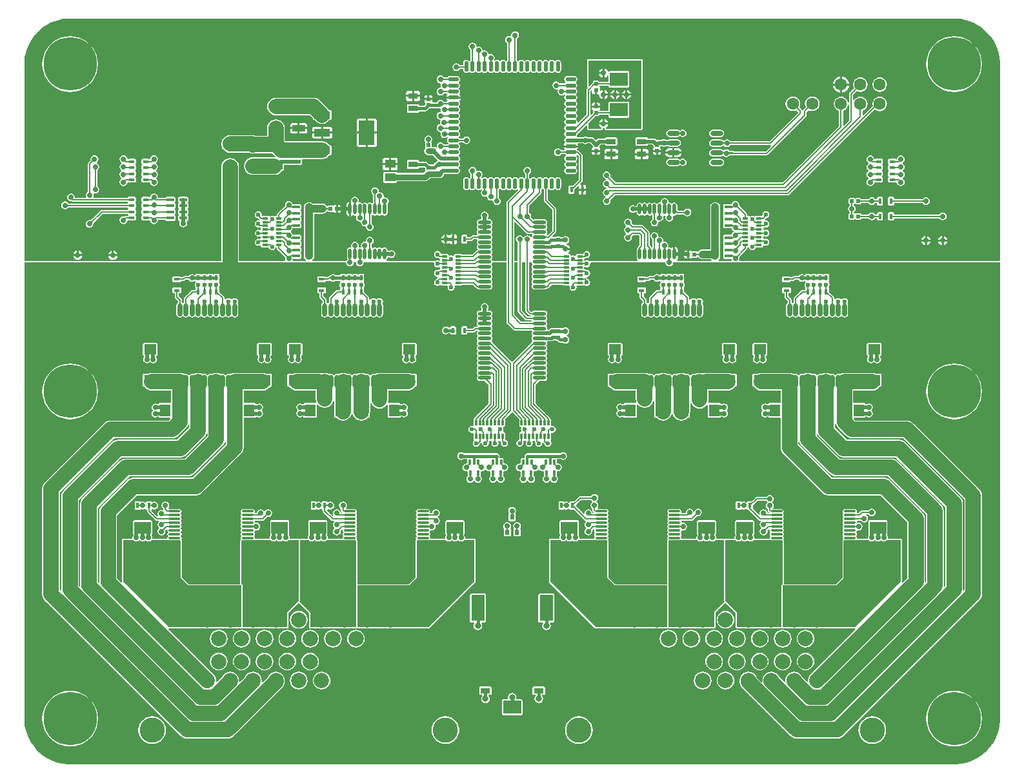
<source format=gtl>
G04 Layer_Physical_Order=1*
G04 Layer_Color=255*
%FSLAX25Y25*%
%MOIN*%
G70*
G01*
G75*
%ADD10R,0.03937X0.01772*%
%ADD11R,0.03150X0.01575*%
%ADD12R,0.05787X0.04449*%
%ADD13R,0.02047X0.02047*%
%ADD14R,0.02362X0.03150*%
%ADD15R,0.01181X0.02559*%
%ADD16R,0.01476X0.02559*%
%ADD17R,0.03150X0.01772*%
%ADD18O,0.01772X0.05512*%
%ADD19R,0.01772X0.03150*%
%ADD20R,0.02047X0.02047*%
%ADD21R,0.05118X0.03150*%
%ADD22R,0.07480X0.03937*%
%ADD23R,0.09449X0.06890*%
%ADD24R,0.07087X0.13583*%
%ADD25R,0.06693X0.03347*%
%ADD26R,0.03150X0.01181*%
%ADD27R,0.01181X0.03150*%
%ADD28O,0.06890X0.01772*%
%ADD29R,0.09449X0.07087*%
%ADD30O,0.06496X0.02559*%
%ADD31O,0.06102X0.01299*%
%ADD32R,0.20472X0.29528*%
%ADD33O,0.02362X0.06890*%
%ADD34R,0.27953X0.18504*%
%ADD35O,0.02165X0.05512*%
%ADD36O,0.05512X0.02165*%
%ADD37R,0.08465X0.12598*%
%ADD38R,0.08465X0.03937*%
%ADD39R,0.05315X0.04724*%
%ADD40R,0.08583X0.06378*%
%ADD41R,0.06457X0.05512*%
%ADD42R,0.05512X0.06457*%
%ADD43R,0.01575X0.03150*%
%ADD44C,0.07874*%
%ADD45C,0.00787*%
%ADD46C,0.01968*%
%ADD47C,0.03150*%
%ADD48C,0.01772*%
%ADD49C,0.03937*%
%ADD50C,0.01181*%
%ADD51C,0.01575*%
%ADD52C,0.27559*%
%ADD53C,0.07874*%
%ADD54C,0.12992*%
%ADD55C,0.06299*%
%ADD56C,0.02756*%
%ADD57C,0.02362*%
%ADD58C,0.03150*%
G36*
X263359Y278517D02*
X263688Y278298D01*
X264075Y278221D01*
X266264D01*
X266430Y277793D01*
X266444Y277734D01*
X266122Y277253D01*
X266013Y276706D01*
X265910Y276646D01*
X265524Y276538D01*
X265204Y277015D01*
X264551Y277452D01*
X263779Y277606D01*
X263008Y277452D01*
X262355Y277015D01*
X262112Y276652D01*
X261510D01*
X261267Y277015D01*
X260614Y277452D01*
X259842Y277606D01*
X259071Y277452D01*
X258418Y277015D01*
X257981Y276362D01*
X257827Y275590D01*
X257981Y274819D01*
X258418Y274166D01*
X258831Y273889D01*
Y264427D01*
X256917D01*
Y284306D01*
X257379Y284497D01*
X263359Y278517D01*
D02*
G37*
G36*
X484252Y389764D02*
X485412Y389764D01*
X487722Y389536D01*
X489999Y389084D01*
X492220Y388410D01*
X494364Y387522D01*
X496411Y386427D01*
X498341Y385138D01*
X500135Y383666D01*
X501776Y382024D01*
X503248Y380230D01*
X504538Y378300D01*
X505632Y376254D01*
X506520Y374109D01*
X507194Y371888D01*
X507647Y369612D01*
X507874Y367302D01*
Y366142D01*
X507874D01*
X507874Y264927D01*
X507374Y264427D01*
X373285D01*
X373049Y264868D01*
X373122Y264977D01*
X373275Y265748D01*
X373178Y266236D01*
X377093Y270151D01*
X377312Y270479D01*
X377390Y270866D01*
Y271399D01*
X377953D01*
X378182Y271277D01*
X378245Y270959D01*
X378638Y270371D01*
X379227Y269977D01*
X379921Y269839D01*
X380616Y269977D01*
X381204Y270371D01*
X381597Y270959D01*
X381661Y271277D01*
X381890Y271399D01*
X385039D01*
X385497Y271589D01*
X385687Y272047D01*
Y272157D01*
X386187Y272424D01*
X386314Y272340D01*
X387008Y272201D01*
X387702Y272340D01*
X388291Y272733D01*
X388684Y273321D01*
X388822Y274016D01*
X388684Y274710D01*
X388291Y275299D01*
X387702Y275692D01*
X387008Y275830D01*
X386314Y275692D01*
X385789Y275831D01*
X385687Y275984D01*
Y276881D01*
X386187Y277148D01*
X386314Y277064D01*
X387008Y276926D01*
X387702Y277064D01*
X388291Y277457D01*
X388684Y278046D01*
X388822Y278740D01*
X388684Y279434D01*
X388291Y280023D01*
X387702Y280416D01*
X387008Y280555D01*
X386314Y280416D01*
X386187Y280332D01*
X385687Y280599D01*
Y281102D01*
X385932Y281469D01*
X386418D01*
X386805Y281546D01*
X386972Y281657D01*
X387008Y281650D01*
X387702Y281788D01*
X388291Y282182D01*
X388684Y282770D01*
X388822Y283465D01*
X388684Y284159D01*
X388291Y284748D01*
X387702Y285141D01*
X387008Y285279D01*
X386444Y285167D01*
X386249Y285638D01*
X386345Y285702D01*
X387020Y286377D01*
X387702Y286513D01*
X388291Y286906D01*
X388684Y287495D01*
X388822Y288189D01*
X388684Y288883D01*
X388291Y289472D01*
X387702Y289865D01*
X387008Y290003D01*
X386314Y289865D01*
X385725Y289472D01*
X385332Y288883D01*
X385193Y288189D01*
X385208Y288118D01*
X385184Y288052D01*
X384790Y287656D01*
X381890D01*
X381432Y287466D01*
X380843Y287351D01*
X380616Y287503D01*
X379921Y287641D01*
X379227Y287503D01*
X378999Y287351D01*
X378411Y287466D01*
X377953Y287656D01*
X377390D01*
Y288189D01*
X377312Y288576D01*
X377093Y288904D01*
X373178Y292819D01*
X373275Y293307D01*
X373122Y294078D01*
X372685Y294732D01*
X372031Y295169D01*
X371260Y295322D01*
X370489Y295169D01*
X369835Y294732D01*
X369398Y294078D01*
X369315Y293659D01*
X365551D01*
X365093Y293470D01*
X364903Y293012D01*
Y291240D01*
X365093Y290782D01*
X365093Y290320D01*
X364903Y289862D01*
Y288090D01*
X365093Y287632D01*
X365093Y287171D01*
X364903Y286713D01*
Y284941D01*
X365093Y284483D01*
X365093Y284021D01*
X364903Y283563D01*
Y281791D01*
X365093Y281333D01*
X365551Y281144D01*
X369315D01*
X369398Y280725D01*
X369835Y280071D01*
X370198Y279828D01*
Y279227D01*
X369835Y278984D01*
X369398Y278330D01*
X369315Y277911D01*
X365551D01*
X365093Y277722D01*
X364903Y277264D01*
Y275492D01*
X365093Y275034D01*
X365093Y274572D01*
X364903Y274114D01*
Y272342D01*
X365093Y271884D01*
X365093Y271423D01*
X364903Y270965D01*
Y269193D01*
X365093Y268735D01*
X365093Y268273D01*
X364903Y267815D01*
Y266043D01*
X365093Y265585D01*
X365551Y265396D01*
X369315D01*
X369398Y264977D01*
X369471Y264868D01*
X369235Y264427D01*
X362604D01*
X362435Y264927D01*
X362657Y265098D01*
X362928Y265450D01*
X363253Y265585D01*
X363443Y266043D01*
Y267815D01*
X363416Y267881D01*
Y269127D01*
X363443Y269193D01*
Y270965D01*
X363416Y271030D01*
Y272277D01*
X363443Y272342D01*
Y274114D01*
X363416Y274180D01*
Y275427D01*
X363443Y275492D01*
Y277264D01*
X363416Y277329D01*
Y281726D01*
X363443Y281791D01*
Y283563D01*
X363416Y283629D01*
Y284875D01*
X363443Y284941D01*
Y286713D01*
X363416Y286778D01*
Y288025D01*
X363443Y288090D01*
Y289862D01*
X363416Y289928D01*
Y291175D01*
X363443Y291240D01*
Y293012D01*
X363253Y293470D01*
X362928Y293605D01*
X362657Y293957D01*
X362121Y294368D01*
X361497Y294627D01*
X360827Y294715D01*
X360157Y294627D01*
X359532Y294368D01*
X358996Y293957D01*
X358726Y293605D01*
X358400Y293470D01*
X358210Y293012D01*
Y291240D01*
X358238Y291175D01*
Y289928D01*
X358210Y289862D01*
Y288090D01*
X358238Y288025D01*
Y286778D01*
X358210Y286713D01*
Y284941D01*
X358238Y284875D01*
Y283629D01*
X358210Y283563D01*
Y281791D01*
X358238Y281726D01*
Y277329D01*
X358210Y277264D01*
Y275492D01*
X358238Y275427D01*
Y274180D01*
X358210Y274114D01*
Y272342D01*
X358238Y272277D01*
Y271030D01*
X358210Y270965D01*
Y270306D01*
X354271D01*
X353601Y270217D01*
X352977Y269959D01*
X352441Y269547D01*
X352101Y269105D01*
X351747Y269089D01*
X351543Y269144D01*
X351521Y269198D01*
X351063Y269388D01*
X349016D01*
X348694Y269254D01*
X348556Y269461D01*
X348225Y269682D01*
X347835Y269760D01*
X347311D01*
Y267717D01*
Y265673D01*
X347835D01*
X348225Y265751D01*
X348556Y265972D01*
X348694Y266179D01*
X349016Y266045D01*
X351063D01*
X351521Y266235D01*
X351543Y266289D01*
X351747Y266344D01*
X352101Y266329D01*
X352441Y265886D01*
X352977Y265474D01*
X353601Y265216D01*
X354271Y265127D01*
X358780D01*
X358948Y264927D01*
X358714Y264427D01*
X341455D01*
X341188Y264927D01*
X341442Y265307D01*
X341588Y266043D01*
Y267413D01*
X339665D01*
Y267913D01*
X339165D01*
Y271607D01*
X338930Y271560D01*
X338306Y271143D01*
X338132Y270883D01*
X337685Y271182D01*
X337106Y271297D01*
X336784Y271233D01*
X336631Y271371D01*
X336429Y271672D01*
X336562Y272342D01*
X336409Y273114D01*
X335972Y273767D01*
X335318Y274204D01*
X334547Y274358D01*
X334330Y274314D01*
X333976Y274668D01*
X334003Y274803D01*
X333850Y275574D01*
X333413Y276228D01*
X332759Y276665D01*
X331988Y276818D01*
X331791Y276779D01*
X331509Y277061D01*
X331434Y277218D01*
X331291Y277937D01*
X330854Y278590D01*
X330200Y279027D01*
X329429Y279181D01*
X328658Y279027D01*
X328004Y278590D01*
X327567Y277937D01*
X327414Y277165D01*
X327567Y276394D01*
X328004Y275741D01*
X328418Y275464D01*
Y271486D01*
X328137Y271317D01*
X327805Y271450D01*
X327585Y271778D01*
X326897Y272466D01*
Y278864D01*
X326820Y279251D01*
X326601Y279579D01*
X323575Y282605D01*
X323247Y282824D01*
X322860Y282901D01*
X318529D01*
X317666Y283764D01*
X317763Y284252D01*
X317610Y285023D01*
X317173Y285677D01*
X316519Y286114D01*
X315748Y286267D01*
X314977Y286114D01*
X314323Y285677D01*
X313886Y285023D01*
X313733Y284252D01*
X313886Y283481D01*
X314323Y282827D01*
X314687Y282584D01*
Y281983D01*
X314323Y281740D01*
X313886Y281086D01*
X313733Y280315D01*
X313886Y279544D01*
X314323Y278890D01*
X314687Y278647D01*
Y278046D01*
X314323Y277803D01*
X313886Y277149D01*
X313733Y276378D01*
X313886Y275607D01*
X314323Y274953D01*
X314977Y274516D01*
X315748Y274363D01*
X316519Y274516D01*
X317173Y274953D01*
X317610Y275607D01*
X317763Y276378D01*
X317666Y276866D01*
X318529Y277729D01*
X321136D01*
X321725Y277140D01*
Y272466D01*
X321037Y271778D01*
X320817Y271450D01*
X320740Y271063D01*
Y270893D01*
X320682Y270853D01*
X320354Y270363D01*
X320239Y269783D01*
Y266043D01*
X320354Y265464D01*
X320682Y264973D01*
X320751Y264927D01*
X320599Y264427D01*
X296526D01*
X296459Y264399D01*
X296388Y264412D01*
X296237Y264308D01*
X296068Y264238D01*
X295686Y264214D01*
X295480Y264273D01*
X295182Y264472D01*
X294488Y264610D01*
X293794Y264472D01*
X293667Y264387D01*
X293167Y264654D01*
Y265354D01*
X293318Y265580D01*
X293553Y265731D01*
X293891Y265798D01*
X294148Y265970D01*
X294488Y265902D01*
X295182Y266040D01*
X295771Y266434D01*
X296164Y267022D01*
X296303Y267717D01*
X296164Y268411D01*
X295771Y269000D01*
X295182Y269393D01*
X294488Y269531D01*
X293794Y269393D01*
X293205Y269000D01*
X292812Y268411D01*
X292749Y268093D01*
X292520Y267971D01*
X289370D01*
X288912Y267781D01*
X288722Y267323D01*
Y267213D01*
X288222Y266946D01*
X288096Y267031D01*
X287402Y267169D01*
X286707Y267031D01*
X286581Y266946D01*
X286081Y267213D01*
Y267323D01*
X285891Y267781D01*
X285433Y267971D01*
X284900D01*
X284749Y268471D01*
X285179Y268758D01*
X285705Y269545D01*
X285790Y269972D01*
X283465D01*
Y270972D01*
X285790D01*
X285705Y271400D01*
X285179Y272187D01*
X284392Y272712D01*
X284030Y272784D01*
Y273294D01*
X284236Y273335D01*
X284890Y273772D01*
X285326Y274426D01*
X285480Y275197D01*
X285326Y275968D01*
X284890Y276622D01*
X284236Y277059D01*
X283465Y277212D01*
X282693Y277059D01*
X282172Y276710D01*
X281012D01*
X281009Y276718D01*
X280551Y276908D01*
X278504D01*
X278122Y276749D01*
X276865D01*
X276674Y277211D01*
X278274Y278812D01*
X278494Y279140D01*
X278571Y279528D01*
Y291339D01*
X278494Y291726D01*
X278274Y292054D01*
X274240Y296088D01*
Y301312D01*
X274440Y301446D01*
X274553Y301614D01*
X275053D01*
X275166Y301446D01*
X275722Y301074D01*
X276378Y300943D01*
X277034Y301074D01*
X277590Y301446D01*
X277703Y301614D01*
X278203D01*
X278316Y301446D01*
X278872Y301074D01*
X279528Y300943D01*
X280184Y301074D01*
X280740Y301446D01*
X281111Y302002D01*
X281242Y302658D01*
Y306004D01*
X281111Y306660D01*
X280740Y307216D01*
X280184Y307588D01*
X279528Y307718D01*
X278872Y307588D01*
X278316Y307216D01*
X278203Y307047D01*
X277703D01*
X277590Y307216D01*
X277034Y307588D01*
X276378Y307718D01*
X275722Y307588D01*
X275166Y307216D01*
X275053Y307047D01*
X274553D01*
X274440Y307216D01*
X273884Y307588D01*
X273228Y307718D01*
X272572Y307588D01*
X272016Y307216D01*
X271904Y307047D01*
X271404D01*
X271291Y307216D01*
X270735Y307588D01*
X270079Y307718D01*
X269423Y307588D01*
X268867Y307216D01*
X268754Y307047D01*
X268254D01*
X268141Y307216D01*
X267585Y307588D01*
X266929Y307718D01*
X266273Y307588D01*
X265717Y307216D01*
X265643Y307105D01*
X265139Y307074D01*
X264791Y307417D01*
Y309323D01*
X265205Y309599D01*
X265641Y310252D01*
X265795Y311024D01*
X265641Y311795D01*
X265205Y312449D01*
X264551Y312885D01*
X263780Y313039D01*
X263008Y312885D01*
X262355Y312449D01*
X261918Y311795D01*
X261765Y311024D01*
X261918Y310252D01*
X262355Y309599D01*
X262768Y309323D01*
Y307350D01*
X262568Y307216D01*
X262455Y307047D01*
X261955D01*
X261842Y307216D01*
X261286Y307588D01*
X260630Y307718D01*
X259974Y307588D01*
X259418Y307216D01*
X259305Y307047D01*
X258805D01*
X258692Y307216D01*
X258136Y307588D01*
X257480Y307718D01*
X256824Y307588D01*
X256268Y307216D01*
X256156Y307047D01*
X255656D01*
X255543Y307216D01*
X254987Y307588D01*
X254331Y307718D01*
X253675Y307588D01*
X253119Y307216D01*
X253006Y307047D01*
X252506D01*
X252393Y307216D01*
X251837Y307588D01*
X251181Y307718D01*
X250525Y307588D01*
X249969Y307216D01*
X249856Y307047D01*
X249356D01*
X249243Y307216D01*
X248687Y307588D01*
X248031Y307718D01*
X247375Y307588D01*
X246819Y307216D01*
X246707Y307047D01*
X246207D01*
X246094Y307216D01*
X245538Y307588D01*
X244882Y307718D01*
X244226Y307588D01*
X243670Y307216D01*
X243557Y307047D01*
X243057D01*
X242944Y307216D01*
X242388Y307588D01*
X241732Y307718D01*
X241076Y307588D01*
X240520Y307216D01*
X240038Y307362D01*
X239988Y307417D01*
X240007Y307629D01*
X240008Y307630D01*
X240445Y308283D01*
X240598Y309054D01*
X240445Y309826D01*
X240008Y310479D01*
X239354Y310916D01*
X238583Y311070D01*
X237936Y310941D01*
X237740Y310974D01*
X237404Y311245D01*
X237295Y311795D01*
X236858Y312449D01*
X236204Y312885D01*
X235433Y313039D01*
X234662Y312885D01*
X234008Y312449D01*
X233571Y311795D01*
X233418Y311024D01*
X233571Y310252D01*
X234008Y309599D01*
X234421Y309323D01*
Y307350D01*
X234221Y307216D01*
X234108Y307047D01*
X233608D01*
X233495Y307216D01*
X232939Y307588D01*
X232283Y307718D01*
X231627Y307588D01*
X231071Y307216D01*
X230700Y306660D01*
X230569Y306004D01*
Y302658D01*
X230700Y302002D01*
X231071Y301446D01*
X231627Y301074D01*
X232283Y300943D01*
X232939Y301074D01*
X233495Y301446D01*
X233608Y301614D01*
X234108D01*
X234221Y301446D01*
X234777Y301074D01*
X235433Y300943D01*
X236089Y301074D01*
X236645Y301446D01*
X236758Y301614D01*
X237258D01*
X237371Y301446D01*
X237927Y301074D01*
X238583Y300943D01*
X239239Y301074D01*
X239795Y301446D01*
X240277Y301300D01*
X240327Y301245D01*
X240307Y301033D01*
X240307Y301032D01*
X239870Y300378D01*
X239717Y299607D01*
X239870Y298836D01*
X240307Y298182D01*
X240961Y297745D01*
X241732Y297592D01*
X242379Y297721D01*
X242575Y297688D01*
X242911Y297417D01*
X243020Y296867D01*
X243457Y296213D01*
X244111Y295776D01*
X244882Y295623D01*
X245604Y295767D01*
X245810Y295642D01*
X246049Y295440D01*
X246016Y295276D01*
X246170Y294504D01*
X246607Y293851D01*
X247260Y293414D01*
X248031Y293261D01*
X248803Y293414D01*
X249456Y293851D01*
X249893Y294504D01*
X250047Y295276D01*
X249893Y296047D01*
X249456Y296701D01*
X249043Y296977D01*
Y301312D01*
X249243Y301446D01*
X249356Y301614D01*
X249856D01*
X249969Y301446D01*
X250525Y301074D01*
X251181Y300943D01*
X251837Y301074D01*
X252393Y301446D01*
X252506Y301614D01*
X253006D01*
X253119Y301446D01*
X253675Y301074D01*
X254331Y300943D01*
X254987Y301074D01*
X255543Y301446D01*
X255656Y301614D01*
X256156D01*
X256268Y301446D01*
X256824Y301074D01*
X257480Y300943D01*
X258136Y301074D01*
X258506Y301321D01*
X259027Y301224D01*
X259110Y301170D01*
X259133Y301114D01*
X253222Y295203D01*
X253002Y294875D01*
X252925Y294488D01*
Y264427D01*
X245785D01*
X245763Y264418D01*
X245689Y264457D01*
X245361Y264948D01*
Y265367D01*
X245689Y265858D01*
X245805Y266437D01*
X245689Y267016D01*
X245446Y267381D01*
X245394Y267717D01*
X245446Y268052D01*
X245689Y268417D01*
X245805Y268996D01*
X245689Y269575D01*
X245361Y270066D01*
Y270485D01*
X245689Y270976D01*
X245805Y271555D01*
X245689Y272134D01*
X245361Y272625D01*
Y273044D01*
X245689Y273535D01*
X245805Y274114D01*
X245689Y274693D01*
X245446Y275058D01*
X245394Y275394D01*
X245446Y275729D01*
X245689Y276094D01*
X245805Y276673D01*
X245689Y277253D01*
X245361Y277743D01*
Y278162D01*
X245689Y278653D01*
X245805Y279232D01*
X245689Y279812D01*
X245361Y280302D01*
Y280721D01*
X245689Y281212D01*
X245805Y281791D01*
X245689Y282370D01*
X245361Y282861D01*
Y283280D01*
X245689Y283771D01*
X245805Y284350D01*
X245689Y284929D01*
X245361Y285420D01*
X244870Y285749D01*
X244291Y285864D01*
X243346D01*
Y286653D01*
X243594Y287024D01*
X243747Y287795D01*
X243594Y288566D01*
X243157Y289220D01*
X242503Y289657D01*
X241732Y289810D01*
X240961Y289657D01*
X240307Y289220D01*
X239871Y288566D01*
X239717Y287795D01*
X239871Y287024D01*
X240119Y286653D01*
Y285864D01*
X239173D01*
X238594Y285749D01*
X238103Y285420D01*
X237775Y284929D01*
X237660Y284350D01*
X237775Y283771D01*
X238103Y283280D01*
Y282861D01*
X237775Y282370D01*
X237660Y281791D01*
X237775Y281212D01*
X238103Y280721D01*
Y280302D01*
X237775Y279812D01*
X237660Y279232D01*
X237775Y278653D01*
X238097Y278171D01*
X238084Y278112D01*
X237917Y277685D01*
X235729D01*
X235341Y277608D01*
X235013Y277389D01*
X234227Y276602D01*
X232734D01*
Y277165D01*
X232545Y277623D01*
X232087Y277813D01*
X230315D01*
X229857Y277623D01*
X229667Y277165D01*
Y274016D01*
X229857Y273558D01*
X230315Y273368D01*
X232087D01*
X232545Y273558D01*
X232734Y274016D01*
Y274579D01*
X234646D01*
X235033Y274656D01*
X235361Y274875D01*
X236147Y275662D01*
X237734D01*
X238043Y275214D01*
X238019Y275058D01*
X237775Y274693D01*
X237660Y274114D01*
X237775Y273535D01*
X238103Y273044D01*
Y272625D01*
X237775Y272134D01*
X237660Y271555D01*
X237775Y270976D01*
X238097Y270494D01*
X238084Y270435D01*
X237917Y270008D01*
X237894D01*
X237894Y270008D01*
X237507Y269931D01*
X237178Y269711D01*
X235211Y267744D01*
X230001D01*
X229986Y267781D01*
X229528Y267971D01*
X226378D01*
X225920Y267781D01*
X225730Y267323D01*
Y267213D01*
X225230Y266946D01*
X225104Y267031D01*
X224410Y267169D01*
X223715Y267031D01*
X223589Y266946D01*
X223089Y267213D01*
Y267323D01*
X222899Y267781D01*
X222441Y267971D01*
X219291D01*
X219062Y268093D01*
X218999Y268411D01*
X218606Y269000D01*
X218017Y269393D01*
X217323Y269531D01*
X216629Y269393D01*
X216040Y269000D01*
X215647Y268411D01*
X215508Y267717D01*
X215647Y267022D01*
X216040Y266434D01*
X216629Y266040D01*
X217323Y265902D01*
X217663Y265970D01*
X217920Y265798D01*
X218258Y265731D01*
X218493Y265580D01*
X218644Y265354D01*
Y264654D01*
X218144Y264387D01*
X218017Y264472D01*
X217323Y264610D01*
X216629Y264472D01*
X216331Y264273D01*
X216125Y264214D01*
X215743Y264238D01*
X215574Y264308D01*
X215423Y264412D01*
X215352Y264399D01*
X215285Y264427D01*
X191212D01*
X191060Y264927D01*
X191129Y264973D01*
X191457Y265464D01*
X191572Y266043D01*
Y266300D01*
X192362D01*
X192733Y266052D01*
X193504Y265898D01*
X194275Y266052D01*
X194929Y266489D01*
X195366Y267142D01*
X195519Y267913D01*
X195366Y268685D01*
X194929Y269338D01*
X194275Y269775D01*
X193504Y269929D01*
X192733Y269775D01*
X192362Y269527D01*
X191572D01*
Y269783D01*
X191457Y270363D01*
X191129Y270854D01*
X190638Y271182D01*
X190059Y271297D01*
X189480Y271182D01*
X189115Y270938D01*
X188779Y270886D01*
X188444Y270938D01*
X188079Y271182D01*
X187500Y271297D01*
X186921Y271182D01*
X186430Y270854D01*
X186011D01*
X185520Y271182D01*
X184941Y271297D01*
X184362Y271182D01*
X183997Y270938D01*
X183842Y270914D01*
X183394Y271223D01*
Y273102D01*
X183807Y273378D01*
X184244Y274032D01*
X184397Y274803D01*
X184244Y275574D01*
X183807Y276228D01*
X183153Y276665D01*
X182382Y276818D01*
X181611Y276665D01*
X180957Y276228D01*
X180520Y275574D01*
X180367Y274803D01*
X180394Y274668D01*
X180040Y274314D01*
X179823Y274358D01*
X179052Y274204D01*
X178398Y273767D01*
X177961Y273114D01*
X177808Y272342D01*
X177941Y271672D01*
X177739Y271371D01*
X177586Y271233D01*
X177264Y271297D01*
X176942Y271233D01*
X176789Y271371D01*
X176586Y271672D01*
X176720Y272342D01*
X176566Y273114D01*
X176130Y273767D01*
X175476Y274204D01*
X174705Y274358D01*
X173934Y274204D01*
X173280Y273767D01*
X172843Y273114D01*
X172690Y272342D01*
X172823Y271672D01*
X172621Y271371D01*
X172468Y271233D01*
X172146Y271297D01*
X171566Y271182D01*
X171076Y270854D01*
X170747Y270363D01*
X170632Y269783D01*
Y266043D01*
X170747Y265464D01*
X170996Y265093D01*
X170721Y264909D01*
X170288Y264262D01*
X170144Y264321D01*
X169952Y264424D01*
X169919Y264414D01*
X169888Y264427D01*
X152762D01*
X152592Y264927D01*
X152815Y265098D01*
X153085Y265450D01*
X153411Y265585D01*
X153601Y266043D01*
Y267815D01*
X153573Y267881D01*
Y269127D01*
X153601Y269193D01*
Y270965D01*
X153573Y271030D01*
Y272277D01*
X153601Y272342D01*
Y274114D01*
X153573Y274180D01*
Y275427D01*
X153601Y275492D01*
Y277264D01*
X153573Y277329D01*
Y281726D01*
X153601Y281791D01*
Y283563D01*
X153573Y283629D01*
Y284875D01*
X153601Y284941D01*
Y286713D01*
X153573Y286778D01*
Y288025D01*
X153601Y288090D01*
Y288750D01*
X157894D01*
X158564Y288838D01*
X159188Y289096D01*
X159725Y289508D01*
X160064Y289950D01*
X160419Y289966D01*
X160622Y289911D01*
X160644Y289857D01*
X161102Y289667D01*
X163150D01*
X163472Y289801D01*
X163610Y289594D01*
X163941Y289373D01*
X164331Y289295D01*
X164854D01*
Y291339D01*
Y293382D01*
X164331D01*
X163941Y293304D01*
X163610Y293083D01*
X163472Y292877D01*
X163150Y293010D01*
X161102D01*
X160644Y292820D01*
X160622Y292766D01*
X160419Y292711D01*
X160064Y292727D01*
X159725Y293169D01*
X159188Y293581D01*
X158564Y293839D01*
X157894Y293928D01*
X152844D01*
X152815Y293957D01*
X152279Y294368D01*
X151654Y294627D01*
X150984Y294715D01*
X150314Y294627D01*
X149690Y294368D01*
X149153Y293957D01*
X148883Y293605D01*
X148558Y293470D01*
X148368Y293012D01*
Y291240D01*
X148395Y291175D01*
Y289928D01*
X148368Y289862D01*
Y288090D01*
X148395Y288025D01*
Y286778D01*
X148368Y286713D01*
Y284941D01*
X148395Y284875D01*
Y283629D01*
X148368Y283563D01*
Y281791D01*
X148395Y281726D01*
Y277329D01*
X148368Y277264D01*
Y275492D01*
X148395Y275427D01*
Y274180D01*
X148368Y274114D01*
Y272342D01*
X148395Y272277D01*
Y271030D01*
X148368Y270965D01*
Y269193D01*
X148395Y269127D01*
Y267881D01*
X148368Y267815D01*
Y266043D01*
X148558Y265585D01*
X148883Y265450D01*
X149153Y265098D01*
X149376Y264927D01*
X149207Y264427D01*
X142576D01*
X142340Y264868D01*
X142413Y264977D01*
X142496Y265396D01*
X146260D01*
X146718Y265585D01*
X146908Y266043D01*
Y267815D01*
X146718Y268273D01*
X146718Y268735D01*
X146908Y269193D01*
Y270965D01*
X146718Y271423D01*
X146718Y271884D01*
X146908Y272342D01*
Y274114D01*
X146718Y274572D01*
X146718Y275034D01*
X146908Y275492D01*
Y277264D01*
X146718Y277722D01*
X146260Y277911D01*
X142496D01*
X142413Y278330D01*
X141976Y278984D01*
X141613Y279227D01*
Y279828D01*
X141976Y280071D01*
X142413Y280725D01*
X142496Y281144D01*
X146260D01*
X146718Y281333D01*
X146908Y281791D01*
Y283563D01*
X146718Y284021D01*
X146718Y284483D01*
X146908Y284941D01*
Y286713D01*
X146718Y287171D01*
X146718Y287632D01*
X146908Y288090D01*
Y289862D01*
X146718Y290320D01*
X146718Y290782D01*
X146908Y291240D01*
Y293012D01*
X146718Y293470D01*
X146260Y293659D01*
X142496D01*
X142413Y294078D01*
X141976Y294732D01*
X141322Y295169D01*
X140551Y295322D01*
X139780Y295169D01*
X139126Y294732D01*
X138689Y294078D01*
X138536Y293307D01*
X138633Y292819D01*
X134718Y288904D01*
X134499Y288576D01*
X134422Y288189D01*
Y287656D01*
X133858D01*
X133400Y287466D01*
X132811Y287351D01*
X132584Y287503D01*
X131890Y287641D01*
X131195Y287503D01*
X130968Y287351D01*
X130379Y287466D01*
X129921Y287656D01*
X127021D01*
X126627Y288052D01*
X126603Y288118D01*
X126618Y288189D01*
X126479Y288883D01*
X126086Y289472D01*
X125497Y289865D01*
X124803Y290003D01*
X124109Y289865D01*
X123520Y289472D01*
X123127Y288883D01*
X122989Y288189D01*
X123127Y287495D01*
X123520Y286906D01*
X124109Y286513D01*
X124791Y286377D01*
X125466Y285702D01*
X125466Y285702D01*
X125562Y285638D01*
X125367Y285167D01*
X124803Y285279D01*
X124109Y285141D01*
X123520Y284748D01*
X123127Y284159D01*
X122989Y283465D01*
X123127Y282770D01*
X123520Y282182D01*
X124109Y281788D01*
X124803Y281650D01*
X124839Y281657D01*
X125006Y281546D01*
X125393Y281469D01*
X125879D01*
X126124Y281102D01*
Y280599D01*
X125624Y280332D01*
X125497Y280416D01*
X124803Y280555D01*
X124109Y280416D01*
X123520Y280023D01*
X123127Y279434D01*
X122989Y278740D01*
X123127Y278046D01*
X123520Y277457D01*
X124109Y277064D01*
X124803Y276926D01*
X125497Y277064D01*
X125624Y277148D01*
X126124Y276881D01*
Y275984D01*
X126022Y275831D01*
X125497Y275692D01*
X124803Y275830D01*
X124109Y275692D01*
X123520Y275299D01*
X123127Y274710D01*
X122989Y274016D01*
X123127Y273321D01*
X123520Y272733D01*
X124109Y272340D01*
X124803Y272201D01*
X125497Y272340D01*
X125624Y272424D01*
X126124Y272157D01*
Y272047D01*
X126314Y271589D01*
X126772Y271399D01*
X129921D01*
X130150Y271277D01*
X130213Y270959D01*
X130607Y270371D01*
X131195Y269977D01*
X131890Y269839D01*
X132584Y269977D01*
X133173Y270371D01*
X133566Y270959D01*
X133629Y271277D01*
X133858Y271399D01*
X134422D01*
Y270866D01*
X134499Y270479D01*
X134718Y270151D01*
X138633Y266236D01*
X138536Y265748D01*
X138689Y264977D01*
X138762Y264868D01*
X138526Y264427D01*
X114811D01*
Y312992D01*
X114655Y314176D01*
X114624Y314251D01*
Y314961D01*
X114435Y315419D01*
X113976Y315609D01*
X113946D01*
X113471Y316227D01*
X112524Y316954D01*
X111420Y317411D01*
X110236Y317567D01*
X109052Y317411D01*
X107949Y316954D01*
X107002Y316227D01*
X106527Y315609D01*
X106496D01*
X106038Y315419D01*
X105848Y314961D01*
Y314251D01*
X105818Y314176D01*
X105662Y312992D01*
Y264427D01*
X49801D01*
X49752Y264927D01*
X49932Y264963D01*
X50534Y265083D01*
X51321Y265608D01*
X51846Y266395D01*
X51931Y266823D01*
X47281D01*
X47366Y266395D01*
X47892Y265608D01*
X48678Y265083D01*
X49280Y264963D01*
X49461Y264927D01*
X49411Y264427D01*
X31691D01*
X31642Y264927D01*
X31822Y264963D01*
X32424Y265083D01*
X33211Y265608D01*
X33736Y266395D01*
X33821Y266823D01*
X29171D01*
X29256Y266395D01*
X29782Y265608D01*
X30568Y265083D01*
X31170Y264963D01*
X31350Y264927D01*
X31301Y264427D01*
X3937D01*
X3937Y264427D01*
Y366142D01*
Y367302D01*
X4165Y369612D01*
X4617Y371888D01*
X5291Y374109D01*
X6179Y376254D01*
X7273Y378300D01*
X8563Y380230D01*
X10035Y382024D01*
X11676Y383666D01*
X13471Y385138D01*
X15400Y386427D01*
X17447Y387522D01*
X19591Y388410D01*
X21813Y389084D01*
X24089Y389536D01*
X26399Y389764D01*
X27559D01*
Y389764D01*
X484252Y389764D01*
D02*
G37*
G36*
X262768Y238583D02*
X262845Y238196D01*
X263064Y237867D01*
X264541Y236391D01*
X264869Y236172D01*
X265256Y236095D01*
X265732D01*
X265886Y235827D01*
X265732Y235559D01*
X263903D01*
X260854Y238608D01*
Y263779D01*
X262768D01*
Y238583D01*
D02*
G37*
G36*
X258831Y238189D02*
X258908Y237802D01*
X259127Y237474D01*
X262769Y233832D01*
X263097Y233613D01*
X263484Y233536D01*
X265732D01*
X265887Y233268D01*
X265732Y233000D01*
X260557D01*
X256917Y236639D01*
Y263779D01*
X258831D01*
Y238189D01*
D02*
G37*
G36*
X507874Y27559D02*
Y26399D01*
X507647Y24089D01*
X507194Y21812D01*
X506520Y19591D01*
X505632Y17447D01*
X504538Y15400D01*
X503248Y13470D01*
X501776Y11676D01*
X500135Y10035D01*
X498341Y8563D01*
X496411Y7273D01*
X494364Y6179D01*
X492220Y5291D01*
X489999Y4617D01*
X487722Y4165D01*
X485412Y3937D01*
X484252Y3937D01*
X27559Y3937D01*
X26399D01*
X24089Y4165D01*
X21813Y4617D01*
X19591Y5291D01*
X17447Y6179D01*
X15400Y7273D01*
X13470Y8563D01*
X11676Y10035D01*
X10035Y11676D01*
X8563Y13470D01*
X7273Y15400D01*
X6179Y17447D01*
X5291Y19591D01*
X4617Y21813D01*
X4165Y24089D01*
X3937Y26399D01*
Y27559D01*
X3937D01*
Y263779D01*
X140317D01*
X140551Y263733D01*
X140786Y263779D01*
X169888D01*
X170131Y263484D01*
X170284Y262713D01*
X170721Y262059D01*
X171374Y261623D01*
X172146Y261469D01*
X172917Y261623D01*
X173571Y262059D01*
X174007Y262713D01*
X174161Y263484D01*
X174403Y263779D01*
X175006D01*
X175249Y263484D01*
X175402Y262713D01*
X175839Y262059D01*
X176493Y261623D01*
X177264Y261469D01*
X178035Y261623D01*
X178689Y262059D01*
X179125Y262713D01*
X179279Y263484D01*
X179521Y263779D01*
X215285D01*
X215605Y263280D01*
X215508Y262795D01*
X215647Y262101D01*
X216040Y261512D01*
X216629Y261119D01*
X217323Y260981D01*
X218017Y261119D01*
X218144Y261204D01*
X218644Y260936D01*
Y260236D01*
X218493Y260011D01*
X218258Y259860D01*
X217920Y259793D01*
X217663Y259621D01*
X217323Y259688D01*
X216629Y259550D01*
X216040Y259157D01*
X215647Y258569D01*
X215508Y257874D01*
X215647Y257180D01*
X216040Y256591D01*
X216629Y256198D01*
X217323Y256060D01*
X217543Y255650D01*
X217550Y255595D01*
X216819Y254864D01*
X216629Y254826D01*
X216040Y254433D01*
X215647Y253844D01*
X215508Y253150D01*
X215647Y252455D01*
X216040Y251867D01*
X216629Y251473D01*
X217323Y251335D01*
X218017Y251473D01*
X218373Y251711D01*
X218833Y251904D01*
X219291Y251714D01*
X222308D01*
X222359Y251687D01*
X222612Y251418D01*
X222692Y251277D01*
X222595Y250787D01*
X222733Y250093D01*
X223127Y249504D01*
X223715Y249111D01*
X224410Y248973D01*
X225104Y249111D01*
X225692Y249504D01*
X226086Y250093D01*
X226224Y250787D01*
X226126Y251277D01*
X226207Y251418D01*
X226460Y251687D01*
X226510Y251714D01*
X229528D01*
X229986Y251904D01*
X230001Y251941D01*
X235605D01*
X237178Y250367D01*
X237507Y250148D01*
X237894Y250071D01*
X238064D01*
X238103Y250013D01*
X238594Y249685D01*
X239173Y249569D01*
X244291D01*
X244870Y249685D01*
X245361Y250013D01*
X245689Y250504D01*
X245805Y251083D01*
X245689Y251662D01*
X245361Y252153D01*
Y252572D01*
X245689Y253063D01*
X245805Y253642D01*
X245689Y254221D01*
X245446Y254586D01*
X245394Y254921D01*
X245446Y255257D01*
X245689Y255622D01*
X245805Y256201D01*
X245689Y256780D01*
X245446Y257145D01*
X245394Y257480D01*
X245446Y257816D01*
X245689Y258181D01*
X245805Y258760D01*
X245689Y259339D01*
X245361Y259830D01*
Y260249D01*
X245689Y260740D01*
X245805Y261319D01*
X245689Y261898D01*
X245361Y262389D01*
Y262808D01*
X245689Y263299D01*
X245785Y263779D01*
X252925D01*
Y232677D01*
X253002Y232290D01*
X253222Y231962D01*
X256470Y228714D01*
X256798Y228495D01*
X257185Y228418D01*
X266264D01*
X266430Y227990D01*
X266444Y227931D01*
X266122Y227449D01*
X266006Y226870D01*
X266122Y226291D01*
X266365Y225926D01*
X266417Y225590D01*
X266365Y225255D01*
X266122Y224890D01*
X266006Y224311D01*
X266122Y223732D01*
X266450Y223241D01*
Y222822D01*
X266122Y222331D01*
X266108Y222263D01*
X256252Y212407D01*
X255906Y212180D01*
X255559Y212407D01*
X245703Y222263D01*
X245689Y222331D01*
X245361Y222822D01*
Y223241D01*
X245689Y223732D01*
X245805Y224311D01*
X245689Y224890D01*
X245446Y225255D01*
X245394Y225590D01*
X245446Y225926D01*
X245689Y226291D01*
X245805Y226870D01*
X245689Y227449D01*
X245361Y227940D01*
Y228359D01*
X245689Y228850D01*
X245805Y229429D01*
X245689Y230008D01*
X245361Y230499D01*
Y230918D01*
X245689Y231409D01*
X245805Y231988D01*
X245689Y232567D01*
X245446Y232932D01*
X245394Y233268D01*
X245446Y233603D01*
X245689Y233968D01*
X245805Y234547D01*
X245689Y235126D01*
X245361Y235617D01*
Y236036D01*
X245689Y236527D01*
X245805Y237106D01*
X245689Y237685D01*
X245361Y238176D01*
X244870Y238505D01*
X244291Y238620D01*
X243346D01*
Y239409D01*
X243594Y239780D01*
X243747Y240551D01*
X243594Y241322D01*
X243157Y241976D01*
X242503Y242413D01*
X241732Y242566D01*
X240961Y242413D01*
X240307Y241976D01*
X239871Y241322D01*
X239717Y240551D01*
X239871Y239780D01*
X240119Y239409D01*
Y238620D01*
X239173D01*
X238594Y238505D01*
X238103Y238176D01*
X237775Y237685D01*
X237660Y237106D01*
X237775Y236527D01*
X238103Y236036D01*
Y235617D01*
X237775Y235126D01*
X237660Y234547D01*
X237775Y233968D01*
X238019Y233603D01*
X238071Y233268D01*
X238019Y232932D01*
X237775Y232567D01*
X237660Y231988D01*
X237775Y231409D01*
X238097Y230927D01*
X238084Y230868D01*
X237917Y230441D01*
X236910D01*
X236909Y230441D01*
X236522Y230364D01*
X236194Y230144D01*
X235408Y229358D01*
X232734D01*
Y229921D01*
X232545Y230379D01*
X232087Y230569D01*
X230315D01*
X229857Y230379D01*
X229667Y229921D01*
Y226772D01*
X229857Y226314D01*
X230315Y226124D01*
X232087D01*
X232545Y226314D01*
X232734Y226772D01*
Y227335D01*
X235827D01*
X236214Y227412D01*
X236542Y227631D01*
X237329Y228418D01*
X237917D01*
X238084Y227990D01*
X238097Y227931D01*
X237775Y227449D01*
X237660Y226870D01*
X237775Y226291D01*
X238019Y225926D01*
X238071Y225590D01*
X238019Y225255D01*
X237775Y224890D01*
X237660Y224311D01*
X237775Y223732D01*
X238103Y223241D01*
Y222822D01*
X237775Y222331D01*
X237660Y221752D01*
X237775Y221173D01*
X238103Y220682D01*
Y220263D01*
X237775Y219772D01*
X237660Y219193D01*
X237775Y218614D01*
X238103Y218123D01*
Y217704D01*
X237775Y217213D01*
X237660Y216634D01*
X237775Y216055D01*
X238019Y215690D01*
X238071Y215354D01*
X238019Y215019D01*
X237775Y214654D01*
X237660Y214075D01*
X237775Y213496D01*
X238103Y213005D01*
Y212586D01*
X237775Y212095D01*
X237660Y211516D01*
X237775Y210937D01*
X238103Y210446D01*
Y210027D01*
X237775Y209536D01*
X237660Y208957D01*
X237775Y208378D01*
X238103Y207887D01*
Y207468D01*
X237775Y206977D01*
X237660Y206398D01*
X237775Y205819D01*
X238019Y205454D01*
X238071Y205118D01*
X238019Y204783D01*
X237775Y204418D01*
X237660Y203838D01*
X237775Y203259D01*
X238103Y202768D01*
X238594Y202440D01*
X239173Y202325D01*
X241815D01*
X243832Y200308D01*
Y190735D01*
X236490Y183393D01*
X236270Y183064D01*
X236210Y182764D01*
X236156Y182741D01*
X235966Y182283D01*
Y179266D01*
X235939Y179216D01*
X235670Y178963D01*
X235530Y178882D01*
X235039Y178980D01*
X234345Y178842D01*
X233756Y178448D01*
X233363Y177860D01*
X233225Y177165D01*
X233363Y176471D01*
X233756Y175882D01*
X234345Y175489D01*
X235039Y175351D01*
X235529Y175449D01*
X235670Y175368D01*
X235939Y175115D01*
X235966Y175064D01*
Y172047D01*
X236156Y171589D01*
X235963Y171129D01*
X235725Y170773D01*
X235587Y170079D01*
X235725Y169384D01*
X236119Y168796D01*
X236707Y168403D01*
X237402Y168264D01*
X238096Y168403D01*
X238685Y168796D01*
X239078Y169384D01*
X239116Y169575D01*
X239847Y170306D01*
X239902Y170299D01*
X240312Y170079D01*
X240450Y169384D01*
X240843Y168796D01*
X241432Y168403D01*
X242126Y168264D01*
X242821Y168403D01*
X243409Y168796D01*
X243802Y169384D01*
X243941Y170079D01*
X243873Y170419D01*
X244045Y170676D01*
X244112Y171014D01*
X244263Y171249D01*
X244488Y171400D01*
X245188D01*
X245456Y170900D01*
X245371Y170773D01*
X245233Y170079D01*
X245371Y169384D01*
X245764Y168796D01*
X246353Y168403D01*
X247047Y168264D01*
X247742Y168403D01*
X248330Y168796D01*
X248724Y169384D01*
X248862Y170079D01*
X248724Y170773D01*
X248639Y170900D01*
X248906Y171400D01*
X249606D01*
X249832Y171249D01*
X249983Y171014D01*
X250050Y170676D01*
X250222Y170419D01*
X250154Y170079D01*
X250292Y169384D01*
X250686Y168796D01*
X251274Y168403D01*
X251969Y168264D01*
X252663Y168403D01*
X253252Y168796D01*
X253645Y169384D01*
X253783Y170079D01*
X253645Y170773D01*
X253252Y171362D01*
X252663Y171755D01*
X252345Y171818D01*
X252222Y172047D01*
Y175197D01*
X252033Y175655D01*
X251575Y175845D01*
X251466D01*
X251198Y176345D01*
X251283Y176471D01*
X251421Y177165D01*
X251283Y177860D01*
X251198Y177986D01*
X251466Y178486D01*
X251575D01*
X252033Y178676D01*
X252222Y179134D01*
Y182283D01*
X252162Y182430D01*
X255559Y185828D01*
X255906Y186055D01*
X256252Y185828D01*
X259649Y182430D01*
X259589Y182283D01*
Y179134D01*
X259778Y178676D01*
X260236Y178486D01*
X260346D01*
X260613Y177986D01*
X260528Y177860D01*
X260390Y177165D01*
X260528Y176471D01*
X260613Y176345D01*
X260346Y175845D01*
X260236D01*
X259778Y175655D01*
X259589Y175197D01*
Y172047D01*
X259466Y171818D01*
X259148Y171755D01*
X258559Y171362D01*
X258166Y170773D01*
X258028Y170079D01*
X258166Y169384D01*
X258559Y168796D01*
X259148Y168403D01*
X259842Y168264D01*
X260537Y168403D01*
X261125Y168796D01*
X261519Y169384D01*
X261657Y170079D01*
X261589Y170419D01*
X261761Y170676D01*
X261828Y171014D01*
X261979Y171249D01*
X262205Y171400D01*
X262905D01*
X263172Y170900D01*
X263087Y170773D01*
X262949Y170079D01*
X263087Y169384D01*
X263481Y168796D01*
X264069Y168403D01*
X264764Y168264D01*
X265458Y168403D01*
X266047Y168796D01*
X266440Y169384D01*
X266578Y170079D01*
X266440Y170773D01*
X266355Y170900D01*
X266623Y171400D01*
X267323D01*
X267548Y171249D01*
X267699Y171014D01*
X267766Y170676D01*
X267938Y170419D01*
X267870Y170079D01*
X268008Y169384D01*
X268402Y168796D01*
X268990Y168403D01*
X269685Y168264D01*
X270379Y168403D01*
X270968Y168796D01*
X271361Y169384D01*
X271499Y170079D01*
X271909Y170299D01*
X271964Y170306D01*
X272695Y169575D01*
X272733Y169384D01*
X273126Y168796D01*
X273715Y168403D01*
X274409Y168264D01*
X275104Y168403D01*
X275692Y168796D01*
X276086Y169384D01*
X276224Y170079D01*
X276086Y170773D01*
X275848Y171129D01*
X275655Y171589D01*
X275845Y172047D01*
Y175064D01*
X275872Y175115D01*
X276141Y175368D01*
X276282Y175448D01*
X276771Y175351D01*
X277466Y175489D01*
X278054Y175882D01*
X278448Y176471D01*
X278586Y177165D01*
X278448Y177860D01*
X278054Y178448D01*
X277466Y178842D01*
X276771Y178980D01*
X276282Y178882D01*
X276141Y178963D01*
X275872Y179216D01*
X275845Y179266D01*
Y182283D01*
X275655Y182741D01*
X275601Y182764D01*
X275541Y183064D01*
X275322Y183393D01*
X267979Y190735D01*
Y200308D01*
X269996Y202325D01*
X272638D01*
X273217Y202440D01*
X273708Y202768D01*
X274036Y203259D01*
X274151Y203838D01*
X274036Y204418D01*
X273792Y204783D01*
X273740Y205118D01*
X273792Y205454D01*
X274036Y205819D01*
X274151Y206398D01*
X274036Y206977D01*
X273708Y207468D01*
Y207887D01*
X274036Y208378D01*
X274151Y208957D01*
X274036Y209536D01*
X273708Y210027D01*
Y210446D01*
X274036Y210937D01*
X274151Y211516D01*
X274036Y212095D01*
X273708Y212586D01*
Y213005D01*
X274036Y213496D01*
X274151Y214075D01*
X274036Y214654D01*
X273792Y215019D01*
X273740Y215354D01*
X273792Y215690D01*
X274036Y216055D01*
X274151Y216634D01*
X274036Y217213D01*
X273708Y217704D01*
Y218123D01*
X274036Y218614D01*
X274151Y219193D01*
X274036Y219772D01*
X273708Y220263D01*
Y220682D01*
X274036Y221173D01*
X274151Y221752D01*
X274043Y222298D01*
X274046Y222408D01*
X274255Y222798D01*
X276279D01*
X276279Y222798D01*
X276859Y222913D01*
X277349Y223241D01*
X277398Y223290D01*
X278043D01*
X278046Y223282D01*
X278504Y223092D01*
X279059D01*
X279599Y222552D01*
X279599Y222552D01*
X280090Y222224D01*
X280669Y222109D01*
X280669Y222109D01*
X282172D01*
X282693Y221760D01*
X283465Y221607D01*
X284236Y221760D01*
X284890Y222197D01*
X285326Y222851D01*
X285480Y223622D01*
X285326Y224393D01*
X284890Y225047D01*
X284236Y225484D01*
X283991Y225533D01*
Y226042D01*
X284236Y226091D01*
X284890Y226528D01*
X285326Y227182D01*
X285480Y227953D01*
X285326Y228724D01*
X284890Y229378D01*
X284236Y229815D01*
X283465Y229968D01*
X282693Y229815D01*
X282172Y229466D01*
X281012D01*
X281009Y229474D01*
X280551Y229663D01*
X278504D01*
X278365Y229606D01*
X276417D01*
X275800Y229483D01*
X275276Y229133D01*
X274792Y228649D01*
X274420Y228687D01*
X274096Y229153D01*
X274151Y229429D01*
X274036Y230008D01*
X273708Y230499D01*
Y230918D01*
X274036Y231409D01*
X274151Y231988D01*
X274036Y232567D01*
X273792Y232932D01*
X273740Y233268D01*
X273792Y233603D01*
X274036Y233968D01*
X274151Y234547D01*
X274036Y235126D01*
X273708Y235617D01*
Y236036D01*
X274036Y236527D01*
X274151Y237106D01*
X274036Y237685D01*
X273708Y238176D01*
X273217Y238505D01*
X272638Y238620D01*
X267520D01*
X266941Y238505D01*
X266450Y238176D01*
X266411Y238118D01*
X265675D01*
X264791Y239002D01*
Y263779D01*
X266026D01*
X266122Y263299D01*
X266450Y262808D01*
Y262389D01*
X266122Y261898D01*
X266006Y261319D01*
X266122Y260740D01*
X266450Y260249D01*
Y259830D01*
X266122Y259339D01*
X266006Y258760D01*
X266122Y258181D01*
X266365Y257816D01*
X266417Y257480D01*
X266365Y257145D01*
X266122Y256780D01*
X266006Y256201D01*
X266122Y255622D01*
X266450Y255131D01*
Y254712D01*
X266122Y254221D01*
X266006Y253642D01*
X266122Y253063D01*
X266450Y252572D01*
Y252153D01*
X266122Y251662D01*
X266006Y251083D01*
X266122Y250504D01*
X266450Y250013D01*
X266941Y249685D01*
X267520Y249569D01*
X272638D01*
X273217Y249685D01*
X273708Y250013D01*
X273747Y250071D01*
X273917D01*
X274305Y250148D01*
X274633Y250367D01*
X276206Y251941D01*
X281810D01*
X281825Y251904D01*
X282283Y251714D01*
X285301D01*
X285351Y251687D01*
X285604Y251418D01*
X285685Y251277D01*
X285587Y250787D01*
X285725Y250093D01*
X286119Y249504D01*
X286707Y249111D01*
X287402Y248973D01*
X288096Y249111D01*
X288685Y249504D01*
X289078Y250093D01*
X289216Y250787D01*
X289119Y251277D01*
X289199Y251418D01*
X289452Y251687D01*
X289503Y251714D01*
X292520D01*
X292978Y251904D01*
X293438Y251711D01*
X293794Y251473D01*
X294488Y251335D01*
X295182Y251473D01*
X295771Y251867D01*
X296164Y252455D01*
X296303Y253150D01*
X296164Y253844D01*
X295771Y254433D01*
X295182Y254826D01*
X294992Y254864D01*
X294261Y255595D01*
X294268Y255650D01*
X294488Y256060D01*
X295182Y256198D01*
X295771Y256591D01*
X296164Y257180D01*
X296303Y257874D01*
X296164Y258569D01*
X295771Y259157D01*
X295182Y259550D01*
X294488Y259688D01*
X294148Y259621D01*
X293891Y259793D01*
X293553Y259860D01*
X293318Y260011D01*
X293167Y260236D01*
Y260936D01*
X293667Y261204D01*
X293794Y261119D01*
X294488Y260981D01*
X295182Y261119D01*
X295771Y261512D01*
X296164Y262101D01*
X296303Y262795D01*
X296206Y263280D01*
X296526Y263779D01*
X334849D01*
X335091Y263484D01*
X335245Y262713D01*
X335681Y262059D01*
X336335Y261623D01*
X337106Y261469D01*
X337877Y261623D01*
X338531Y262059D01*
X338968Y262713D01*
X339121Y263484D01*
X339364Y263779D01*
X371026D01*
X371260Y263733D01*
X371494Y263779D01*
X507874D01*
X507874Y27559D01*
D02*
G37*
G36*
X272217Y301244D02*
Y295669D01*
X272294Y295282D01*
X272513Y294954D01*
X276548Y290920D01*
Y279947D01*
X274357Y277756D01*
X273991Y277801D01*
X273789Y278284D01*
X274036Y278653D01*
X274151Y279232D01*
X274036Y279812D01*
X273708Y280302D01*
Y280721D01*
X274036Y281212D01*
X274151Y281791D01*
X274036Y282370D01*
X273708Y282861D01*
Y283280D01*
X274036Y283771D01*
X274151Y284350D01*
X274036Y284929D01*
X273708Y285420D01*
X273217Y285749D01*
X272638Y285864D01*
X267520D01*
X266941Y285749D01*
X266894Y285718D01*
X265698Y286914D01*
X265795Y287402D01*
X265641Y288173D01*
X265204Y288826D01*
X264791Y289103D01*
Y292888D01*
X270794Y298891D01*
X271013Y299219D01*
X271090Y299606D01*
Y301312D01*
X271291Y301446D01*
X271365Y301557D01*
X271869Y301588D01*
X272217Y301244D01*
D02*
G37*
%LPC*%
G36*
X346311Y267216D02*
X344768D01*
Y266693D01*
X344845Y266303D01*
X345066Y265972D01*
X345397Y265751D01*
X345787Y265673D01*
X346311D01*
Y267216D01*
D02*
G37*
G36*
X477846Y277128D02*
X477419Y277043D01*
X476632Y276518D01*
X476107Y275731D01*
X476021Y275303D01*
X477846D01*
Y277128D01*
D02*
G37*
G36*
X478847D02*
Y275303D01*
X480672D01*
X480586Y275731D01*
X480061Y276518D01*
X479274Y277043D01*
X478847Y277128D01*
D02*
G37*
G36*
X470185D02*
Y275303D01*
X472010D01*
X471925Y275731D01*
X471399Y276518D01*
X470613Y277043D01*
X470185Y277128D01*
D02*
G37*
G36*
X221094Y275091D02*
X219269D01*
X219355Y274663D01*
X219880Y273876D01*
X220667Y273351D01*
X221094Y273266D01*
Y275091D01*
D02*
G37*
G36*
X469185Y277128D02*
X468757Y277043D01*
X467971Y276518D01*
X467445Y275731D01*
X467360Y275303D01*
X469185D01*
Y277128D01*
D02*
G37*
G36*
X221094Y277916D02*
X220667Y277831D01*
X219880Y277305D01*
X219355Y276518D01*
X219269Y276091D01*
X221094D01*
Y277916D01*
D02*
G37*
G36*
X452559Y289624D02*
X450787D01*
X450329Y289434D01*
X450140Y288976D01*
Y285827D01*
X450329Y285369D01*
X450787Y285179D01*
X452559D01*
X453017Y285369D01*
X453207Y285827D01*
Y286390D01*
X476645D01*
X476922Y285977D01*
X477575Y285540D01*
X478346Y285386D01*
X479118Y285540D01*
X479771Y285977D01*
X480208Y286630D01*
X480362Y287402D01*
X480208Y288173D01*
X479771Y288826D01*
X479118Y289263D01*
X478346Y289417D01*
X477575Y289263D01*
X476922Y288826D01*
X476645Y288413D01*
X453207D01*
Y288976D01*
X453017Y289434D01*
X452559Y289624D01*
D02*
G37*
G36*
X171646Y290642D02*
X170223D01*
Y289272D01*
X170369Y288536D01*
X170786Y287912D01*
X171410Y287495D01*
X171646Y287448D01*
Y290642D01*
D02*
G37*
G36*
X86024Y297677D02*
X85621Y297597D01*
X84055D01*
X83597Y297407D01*
X83407Y296949D01*
Y295177D01*
X83597Y294719D01*
X83597Y294257D01*
X83407Y293799D01*
Y292028D01*
X83597Y291569D01*
X83597Y291108D01*
X83407Y290650D01*
Y288878D01*
X83597Y288420D01*
X83597Y287958D01*
X83407Y287500D01*
Y285728D01*
X83597Y285270D01*
X84017Y285097D01*
X84072Y285040D01*
X84261Y284581D01*
X84162Y284433D01*
X84009Y283661D01*
X84162Y282890D01*
X84599Y282237D01*
X85252Y281800D01*
X86024Y281646D01*
X86795Y281800D01*
X87449Y282237D01*
X87885Y282890D01*
X88039Y283661D01*
X87885Y284433D01*
X87786Y284581D01*
X87976Y285040D01*
X88031Y285097D01*
X88450Y285270D01*
X88640Y285728D01*
Y287500D01*
X88450Y287958D01*
X88450Y288420D01*
X88640Y288878D01*
Y290650D01*
X88450Y291108D01*
X88450Y291569D01*
X88640Y292028D01*
Y293799D01*
X88450Y294257D01*
X88450Y294719D01*
X88640Y295177D01*
Y296949D01*
X88450Y297407D01*
X87992Y297597D01*
X86427D01*
X86024Y297677D01*
D02*
G37*
G36*
X226378Y278185D02*
X225992D01*
Y276091D01*
X227397D01*
Y277165D01*
X227320Y277555D01*
X227099Y277886D01*
X226768Y278107D01*
X226378Y278185D01*
D02*
G37*
G36*
X224992D02*
X224606D01*
X224216Y278107D01*
X223885Y277886D01*
X223695Y277602D01*
X223621Y277545D01*
X223129Y277425D01*
X222522Y277831D01*
X222094Y277916D01*
Y275590D01*
Y273266D01*
X222522Y273351D01*
X223129Y273756D01*
X223621Y273636D01*
X223695Y273579D01*
X223885Y273295D01*
X224216Y273074D01*
X224606Y272996D01*
X224992D01*
Y275591D01*
Y278185D01*
D02*
G37*
G36*
X50106Y269648D02*
Y267823D01*
X51931D01*
X51846Y268251D01*
X51321Y269037D01*
X50534Y269563D01*
X50106Y269648D01*
D02*
G37*
G36*
X346311Y269760D02*
X345787D01*
X345397Y269682D01*
X345066Y269461D01*
X344845Y269130D01*
X344768Y268740D01*
Y268216D01*
X346311D01*
Y269760D01*
D02*
G37*
G36*
X49106Y269648D02*
X48678Y269563D01*
X47892Y269037D01*
X47366Y268251D01*
X47281Y267823D01*
X49106D01*
Y269648D01*
D02*
G37*
G36*
X30996D02*
X30568Y269563D01*
X29782Y269037D01*
X29256Y268251D01*
X29171Y267823D01*
X30996D01*
Y269648D01*
D02*
G37*
G36*
X31996D02*
Y267823D01*
X33821D01*
X33736Y268251D01*
X33211Y269037D01*
X32424Y269563D01*
X31996Y269648D01*
D02*
G37*
G36*
X340165Y271607D02*
Y268413D01*
X341588D01*
Y269783D01*
X341442Y270519D01*
X341025Y271143D01*
X340401Y271560D01*
X340165Y271607D01*
D02*
G37*
G36*
X480672Y274303D02*
X478847D01*
Y272478D01*
X479274Y272563D01*
X480061Y273089D01*
X480586Y273875D01*
X480672Y274303D01*
D02*
G37*
G36*
X227397Y275091D02*
X225992D01*
Y272996D01*
X226378D01*
X226768Y273074D01*
X227099Y273295D01*
X227320Y273626D01*
X227397Y274016D01*
Y275091D01*
D02*
G37*
G36*
X477846Y274303D02*
X476021D01*
X476107Y273875D01*
X476632Y273089D01*
X477419Y272563D01*
X477846Y272478D01*
Y274303D01*
D02*
G37*
G36*
X469185D02*
X467360D01*
X467445Y273875D01*
X467971Y273089D01*
X468757Y272563D01*
X469185Y272478D01*
Y274303D01*
D02*
G37*
G36*
X472010D02*
X470185D01*
Y272478D01*
X470613Y272563D01*
X471399Y273089D01*
X471925Y273875D01*
X472010Y274303D01*
D02*
G37*
G36*
X180307Y338028D02*
X176575D01*
X176185Y337950D01*
X175854Y337729D01*
X175633Y337398D01*
X175555Y337008D01*
Y331209D01*
X180307D01*
Y338028D01*
D02*
G37*
G36*
X162008Y333697D02*
X158276D01*
Y331209D01*
X163028D01*
Y332677D01*
X162950Y333067D01*
X162729Y333398D01*
X162398Y333619D01*
X162008Y333697D01*
D02*
G37*
G36*
X150035Y332472D02*
X146169D01*
Y330280D01*
X149016D01*
X149406Y330357D01*
X149737Y330578D01*
X149958Y330909D01*
X150035Y331299D01*
Y332472D01*
D02*
G37*
G36*
X157276Y333697D02*
X153543D01*
X153153Y333619D01*
X152822Y333398D01*
X152601Y333067D01*
X152524Y332677D01*
Y331209D01*
X157276D01*
Y333697D01*
D02*
G37*
G36*
X185039Y338028D02*
X181307D01*
Y331209D01*
X186059D01*
Y337008D01*
X185981Y337398D01*
X185760Y337729D01*
X185430Y337950D01*
X185039Y338028D01*
D02*
G37*
G36*
X149016Y335665D02*
X146169D01*
Y333472D01*
X150035D01*
Y334646D01*
X149958Y335036D01*
X149737Y335367D01*
X149406Y335588D01*
X149016Y335665D01*
D02*
G37*
G36*
X145669Y348768D02*
X133858D01*
X132674Y348612D01*
X131571Y348155D01*
X130623Y347428D01*
X129896Y346480D01*
X129439Y345377D01*
X129284Y344193D01*
X129439Y343009D01*
X129896Y341906D01*
X130623Y340958D01*
X131571Y340231D01*
X132674Y339774D01*
X133858Y339618D01*
X145668D01*
X145669Y339618D01*
X151452D01*
X152896Y338174D01*
Y337795D01*
X153085Y337337D01*
X153543Y337147D01*
X153922D01*
X154541Y336529D01*
X155488Y335802D01*
X156592Y335345D01*
X157776Y335189D01*
X158960Y335345D01*
X160063Y335802D01*
X161010Y336529D01*
X161485Y337147D01*
X162008D01*
X162466Y337337D01*
X162656Y337795D01*
Y341732D01*
X162466Y342190D01*
X162008Y342380D01*
X161485D01*
X161010Y342999D01*
X156581Y347428D01*
X155634Y348155D01*
X154531Y348611D01*
X153347Y348767D01*
X145670D01*
X145669Y348768D01*
D02*
G37*
G36*
X343996Y332350D02*
X343225Y332196D01*
X342571Y331760D01*
X342545Y331721D01*
X341973Y332104D01*
X341240Y332249D01*
X337303D01*
X336571Y332104D01*
X335949Y331688D01*
X335534Y331067D01*
X335388Y330335D01*
X335534Y329602D01*
X335949Y328981D01*
X336571Y328566D01*
X337303Y328420D01*
X341240D01*
X341973Y328566D01*
X342545Y328948D01*
X342571Y328910D01*
X343225Y328473D01*
X343996Y328320D01*
X344767Y328473D01*
X345421Y328910D01*
X345858Y329563D01*
X346011Y330335D01*
X345858Y331106D01*
X345421Y331760D01*
X344767Y332196D01*
X343996Y332350D01*
D02*
G37*
G36*
X145169Y335665D02*
X142323D01*
X141933Y335588D01*
X141602Y335367D01*
X141381Y335036D01*
X141303Y334646D01*
Y333472D01*
X145169D01*
Y335665D01*
D02*
G37*
G36*
X186059Y330209D02*
X181307D01*
Y323390D01*
X185039D01*
X185430Y323467D01*
X185760Y323689D01*
X185981Y324019D01*
X186059Y324410D01*
Y330209D01*
D02*
G37*
G36*
X325394Y328305D02*
X320276D01*
X319818Y328116D01*
X319628Y327658D01*
Y324508D01*
X319818Y324050D01*
X320276Y323860D01*
X325394D01*
X325852Y324050D01*
X326025Y324469D01*
X328406D01*
X329037Y323838D01*
Y323425D01*
X329171Y323103D01*
X328964Y322965D01*
X328743Y322634D01*
X328665Y322244D01*
Y321721D01*
X332752D01*
Y322244D01*
X332674Y322634D01*
X332453Y322965D01*
X332247Y323103D01*
X332380Y323425D01*
Y323721D01*
X333110D01*
X333481Y323473D01*
X334252Y323320D01*
X335023Y323473D01*
X335394Y323721D01*
X336338D01*
X336571Y323566D01*
X337303Y323420D01*
X341240D01*
X341973Y323566D01*
X342594Y323981D01*
X343009Y324602D01*
X343155Y325335D01*
X343009Y326067D01*
X342594Y326689D01*
X341973Y327104D01*
X341240Y327249D01*
X337303D01*
X336571Y327104D01*
X336338Y326948D01*
X335394D01*
X335023Y327196D01*
X334252Y327350D01*
X333481Y327196D01*
X333110Y326948D01*
X331594D01*
X330977Y326825D01*
X330760Y326680D01*
X330216Y327224D01*
X329692Y327574D01*
X329075Y327696D01*
X326025D01*
X325852Y328116D01*
X325394Y328305D01*
D02*
G37*
G36*
X289918Y323122D02*
X286220D01*
X282523D01*
X282585Y322809D01*
X283046Y322120D01*
X282866Y321659D01*
X282725Y321484D01*
X281229D01*
X280953Y321897D01*
X280299Y322334D01*
X279528Y322487D01*
X278756Y322334D01*
X278103Y321897D01*
X277666Y321244D01*
X277513Y320472D01*
X277666Y319701D01*
X278103Y319047D01*
X278756Y318611D01*
X279528Y318457D01*
X280299Y318611D01*
X280953Y319047D01*
X281229Y319461D01*
X283201D01*
X283335Y319260D01*
X283504Y319148D01*
Y318648D01*
X283335Y318535D01*
X282964Y317979D01*
X282833Y317323D01*
X282964Y316667D01*
X283335Y316111D01*
X283504Y315998D01*
Y315498D01*
X283335Y315385D01*
X282964Y314829D01*
X282833Y314173D01*
X282964Y313517D01*
X283335Y312961D01*
X283504Y312848D01*
Y312348D01*
X283335Y312236D01*
X282964Y311680D01*
X282833Y311024D01*
X282964Y310368D01*
X283335Y309812D01*
X283891Y309440D01*
X284547Y309310D01*
X287894D01*
X288550Y309440D01*
X289106Y309812D01*
X289477Y310368D01*
X289608Y311024D01*
X289477Y311680D01*
X289106Y312236D01*
X288937Y312348D01*
Y312848D01*
X289106Y312961D01*
X289477Y313517D01*
X289608Y314173D01*
X289477Y314829D01*
X289106Y315385D01*
X288937Y315498D01*
Y315998D01*
X289106Y316111D01*
X289477Y316667D01*
X289608Y317323D01*
X289477Y317979D01*
X289106Y318535D01*
X289228Y319055D01*
X289413Y319205D01*
X289642Y319163D01*
X290327Y318479D01*
Y306423D01*
X287308Y303404D01*
X285630D01*
X285172Y303214D01*
X284982Y302756D01*
Y299606D01*
X285172Y299148D01*
X285630Y298959D01*
X287402D01*
X287860Y299148D01*
X288049Y299606D01*
Y301284D01*
X289881Y303116D01*
X290341Y302869D01*
X290319Y302756D01*
Y301681D01*
X291724D01*
Y303776D01*
X291339D01*
X291225Y303753D01*
X290979Y304214D01*
X292054Y305289D01*
X292273Y305617D01*
X292350Y306004D01*
Y318898D01*
X292273Y319285D01*
X292054Y319613D01*
X290479Y321188D01*
X290151Y321407D01*
X289764Y321484D01*
X289715D01*
X289575Y321659D01*
X289395Y322120D01*
X289856Y322809D01*
X289918Y323122D01*
D02*
G37*
G36*
X180307Y330209D02*
X175555D01*
Y324410D01*
X175633Y324019D01*
X175854Y323689D01*
X176185Y323467D01*
X176575Y323390D01*
X180307D01*
Y330209D01*
D02*
G37*
G36*
X157276D02*
X152524D01*
Y328740D01*
X152601Y328350D01*
X152822Y328019D01*
X153153Y327798D01*
X153543Y327721D01*
X157276D01*
Y330209D01*
D02*
G37*
G36*
X133858Y337547D02*
X132674Y337391D01*
X131571Y336934D01*
X130623Y336207D01*
X129896Y335260D01*
X129439Y334156D01*
X129284Y332972D01*
X129284Y332971D01*
Y329082D01*
X123174D01*
X122837Y329222D01*
X121653Y329378D01*
X110236D01*
X109052Y329222D01*
X107949Y328765D01*
X107002Y328038D01*
X106527Y327419D01*
X106496D01*
X106038Y327230D01*
X105848Y326772D01*
Y326062D01*
X105818Y325987D01*
X105662Y324803D01*
X105818Y323619D01*
X105848Y323545D01*
Y322835D01*
X106038Y322377D01*
X106496Y322187D01*
X106527D01*
X107002Y321568D01*
X107949Y320842D01*
X109052Y320385D01*
X110236Y320229D01*
X120289D01*
X120863Y319991D01*
X122047Y319835D01*
X122794Y319933D01*
X131964D01*
X133478Y318419D01*
X133505Y318398D01*
X133307Y317920D01*
X132999Y317960D01*
X122047D01*
X120863Y317805D01*
X119760Y317348D01*
X118812Y316620D01*
X118086Y315673D01*
X117629Y314570D01*
X117473Y313386D01*
X117629Y312202D01*
X118086Y311099D01*
X118812Y310151D01*
X119760Y309424D01*
X120863Y308967D01*
X122047Y308811D01*
X132999D01*
X134182Y308967D01*
X135286Y309424D01*
X136233Y310151D01*
X136859Y310966D01*
X137205D01*
X137663Y311156D01*
X137853Y311614D01*
Y314055D01*
X144506D01*
X144646Y313998D01*
X146693D01*
X147151Y314188D01*
X147341Y314646D01*
Y316693D01*
X147599Y317079D01*
X157776D01*
X158960Y317235D01*
X160063Y317692D01*
X161010Y318419D01*
X161485Y319037D01*
X162008D01*
X162466Y319227D01*
X162656Y319685D01*
Y323622D01*
X162466Y324080D01*
X162008Y324270D01*
X161485D01*
X161010Y324888D01*
X160063Y325615D01*
X158960Y326072D01*
X157776Y326228D01*
X138607D01*
X138433Y326403D01*
Y332972D01*
X138433Y332972D01*
X138277Y334156D01*
X137820Y335260D01*
X137093Y336207D01*
X137093Y336207D01*
X136145Y336934D01*
X135042Y337391D01*
X133858Y337547D01*
D02*
G37*
G36*
X145169Y332472D02*
X141303D01*
Y331299D01*
X141381Y330909D01*
X141602Y330578D01*
X141933Y330357D01*
X142323Y330280D01*
X145169D01*
Y332472D01*
D02*
G37*
G36*
X163028Y330209D02*
X158276D01*
Y327721D01*
X162008D01*
X162398Y327798D01*
X162729Y328019D01*
X162950Y328350D01*
X163028Y328740D01*
Y330209D01*
D02*
G37*
G36*
X363484Y332249D02*
X359547D01*
X358815Y332104D01*
X358193Y331688D01*
X357778Y331067D01*
X357632Y330335D01*
X357778Y329602D01*
X358193Y328981D01*
X358815Y328566D01*
X359547Y328420D01*
X363484D01*
X364217Y328566D01*
X364838Y328981D01*
X365253Y329602D01*
X365399Y330335D01*
X365253Y331067D01*
X364838Y331688D01*
X364217Y332104D01*
X363484Y332249D01*
D02*
G37*
G36*
X322835Y368758D02*
X295276D01*
X294818Y368568D01*
X294628Y368110D01*
X294628Y354840D01*
X294677Y354721D01*
Y354592D01*
X294768Y354501D01*
X294817Y354382D01*
X294911Y354047D01*
X294888Y353799D01*
X294560Y353471D01*
X294341Y353143D01*
X294264Y352756D01*
Y340183D01*
X290072Y335991D01*
X289608Y336220D01*
X289477Y336876D01*
X289106Y337432D01*
X288937Y337545D01*
Y338045D01*
X289106Y338158D01*
X289477Y338714D01*
X289608Y339370D01*
X289477Y340026D01*
X289106Y340582D01*
X288937Y340695D01*
Y341195D01*
X289106Y341308D01*
X289477Y341864D01*
X289608Y342520D01*
X289477Y343176D01*
X289106Y343732D01*
X288937Y343845D01*
Y344345D01*
X289106Y344457D01*
X289477Y345013D01*
X289608Y345669D01*
X289477Y346325D01*
X289106Y346881D01*
X288937Y346994D01*
Y347494D01*
X289106Y347607D01*
X289477Y348163D01*
X289608Y348819D01*
X289477Y349475D01*
X289106Y350031D01*
X288937Y350144D01*
Y350644D01*
X289106Y350757D01*
X289477Y351313D01*
X289608Y351969D01*
X289477Y352625D01*
X289106Y353181D01*
X288937Y353293D01*
Y353793D01*
X289106Y353906D01*
X289477Y354462D01*
X289608Y355118D01*
X289477Y355774D01*
X289106Y356330D01*
X288937Y356443D01*
Y356943D01*
X289106Y357056D01*
X289477Y357612D01*
X289608Y358268D01*
X289477Y358924D01*
X289106Y359480D01*
X288550Y359851D01*
X287894Y359982D01*
X284547D01*
X283891Y359851D01*
X283335Y359480D01*
X282964Y358924D01*
X282833Y358268D01*
X282964Y357612D01*
X283335Y357056D01*
X283447Y356981D01*
X283477Y356477D01*
X283134Y356130D01*
X280441D01*
X280165Y356543D01*
X279511Y356980D01*
X278740Y357133D01*
X277969Y356980D01*
X277315Y356543D01*
X276878Y355889D01*
X276725Y355118D01*
X276878Y354347D01*
X277315Y353693D01*
X277969Y353256D01*
X278740Y353103D01*
X279358Y353226D01*
X279687Y352818D01*
X279634Y352740D01*
X279481Y351969D01*
X279634Y351197D01*
X280071Y350544D01*
X280725Y350107D01*
X281496Y349953D01*
X282267Y350107D01*
X282921Y350544D01*
X282923Y350544D01*
X283134Y350564D01*
X283190Y350514D01*
X283335Y350031D01*
X282964Y349475D01*
X282833Y348819D01*
X282964Y348163D01*
X283335Y347607D01*
X283504Y347494D01*
Y346994D01*
X283335Y346881D01*
X282964Y346325D01*
X282833Y345669D01*
X282964Y345013D01*
X283335Y344457D01*
X283504Y344345D01*
Y343845D01*
X283335Y343732D01*
X282964Y343176D01*
X282833Y342520D01*
X282964Y341864D01*
X283335Y341308D01*
X283504Y341195D01*
Y340695D01*
X283335Y340582D01*
X282964Y340026D01*
X282833Y339370D01*
X282964Y338714D01*
X283335Y338158D01*
X283504Y338045D01*
Y337545D01*
X283335Y337432D01*
X282964Y336876D01*
X282833Y336220D01*
X282964Y335564D01*
X283335Y335008D01*
X283504Y334896D01*
Y334396D01*
X283335Y334283D01*
X282964Y333727D01*
X282833Y333071D01*
X282964Y332415D01*
X283335Y331859D01*
X283504Y331746D01*
Y331246D01*
X283335Y331133D01*
X282964Y330577D01*
X282833Y329921D01*
X282964Y329265D01*
X283335Y328709D01*
X283504Y328596D01*
Y328096D01*
X283335Y327984D01*
X282964Y327428D01*
X282833Y326772D01*
X282964Y326116D01*
X283170Y325808D01*
X283101Y325161D01*
X283046Y325124D01*
X282585Y324435D01*
X282523Y324122D01*
X286220D01*
X289918D01*
X289856Y324435D01*
X289706Y324658D01*
X289973Y325158D01*
X292559D01*
X292930Y324910D01*
X293701Y324757D01*
X294472Y324910D01*
X294843Y325158D01*
X296221D01*
X297541Y323838D01*
Y323425D01*
X297675Y323103D01*
X297468Y322965D01*
X297247Y322634D01*
X297169Y322244D01*
Y321720D01*
X301256D01*
Y322244D01*
X301178Y322634D01*
X300957Y322965D01*
X300750Y323103D01*
X300884Y323425D01*
Y323838D01*
X301515Y324469D01*
X303896D01*
X304070Y324050D01*
X304528Y323860D01*
X309646D01*
X310104Y324050D01*
X310293Y324508D01*
Y327658D01*
X310104Y328116D01*
X309646Y328305D01*
X304528D01*
X304070Y328116D01*
X303896Y327696D01*
X300846D01*
X300229Y327573D01*
X299705Y327224D01*
X299213Y326731D01*
X298031Y327913D01*
X297507Y328262D01*
X296890Y328385D01*
X294843D01*
X294472Y328633D01*
X293701Y328787D01*
X292930Y328633D01*
X292558Y328385D01*
X289452D01*
X289223Y328885D01*
X289477Y329265D01*
X289595Y329857D01*
X294166Y334428D01*
X294628Y334237D01*
Y332677D01*
X294817Y332219D01*
X295276Y332029D01*
X302045D01*
X302166Y332080D01*
X302298Y332081D01*
X302386Y332171D01*
X302400Y332176D01*
X302442Y332187D01*
X302448Y332196D01*
X302503Y332219D01*
X302553Y332341D01*
X302645Y332434D01*
X302658Y332465D01*
X302657Y332544D01*
X302698Y332612D01*
X302743Y332910D01*
X302818Y332990D01*
X303481Y332990D01*
X303556Y332910D01*
X303601Y332612D01*
X303642Y332544D01*
X303641Y332465D01*
X303654Y332434D01*
X303746Y332341D01*
X303796Y332219D01*
X303852Y332196D01*
X303857Y332187D01*
X303899Y332176D01*
X303913Y332171D01*
X304001Y332081D01*
X304133Y332080D01*
X304254Y332029D01*
X322835D01*
X323293Y332219D01*
X323482Y332677D01*
X323482Y368110D01*
X323293Y368568D01*
X322835Y368758D01*
D02*
G37*
G36*
X27559Y380564D02*
X25303Y380387D01*
X23102Y379858D01*
X21011Y378992D01*
X19082Y377810D01*
X17361Y376340D01*
X15891Y374619D01*
X14709Y372689D01*
X13842Y370599D01*
X13314Y368398D01*
X13137Y366142D01*
X13314Y363886D01*
X13842Y361685D01*
X14709Y359594D01*
X15891Y357664D01*
X17361Y355943D01*
X19082Y354474D01*
X21011Y353291D01*
X23102Y352425D01*
X25303Y351897D01*
X27559Y351719D01*
X29815Y351897D01*
X32016Y352425D01*
X34107Y353291D01*
X36036Y354474D01*
X37757Y355943D01*
X39227Y357664D01*
X40409Y359594D01*
X41276Y361685D01*
X41804Y363886D01*
X41982Y366142D01*
X41804Y368398D01*
X41276Y370599D01*
X40409Y372689D01*
X39227Y374619D01*
X37757Y376340D01*
X36036Y377810D01*
X34107Y378992D01*
X32016Y379858D01*
X29815Y380387D01*
X27559Y380564D01*
D02*
G37*
G36*
X484252D02*
X481996Y380387D01*
X479795Y379858D01*
X477704Y378992D01*
X475775Y377810D01*
X474054Y376340D01*
X472584Y374619D01*
X471402Y372689D01*
X470535Y370599D01*
X470007Y368398D01*
X469830Y366142D01*
X470007Y363886D01*
X470535Y361685D01*
X471402Y359594D01*
X472584Y357664D01*
X474054Y355943D01*
X475775Y354474D01*
X477704Y353291D01*
X479795Y352425D01*
X481996Y351897D01*
X484252Y351719D01*
X486508Y351897D01*
X488709Y352425D01*
X490800Y353291D01*
X492729Y354474D01*
X494450Y355943D01*
X495920Y357664D01*
X497102Y359594D01*
X497968Y361685D01*
X498497Y363886D01*
X498674Y366142D01*
X498497Y368398D01*
X497968Y370599D01*
X497102Y372689D01*
X495920Y374619D01*
X494450Y376340D01*
X492729Y377810D01*
X490800Y378992D01*
X488709Y379858D01*
X486508Y380387D01*
X484252Y380564D01*
D02*
G37*
G36*
X425327Y355012D02*
X421707D01*
X421784Y354429D01*
X422202Y353419D01*
X422867Y352552D01*
X423734Y351887D01*
X424744Y351469D01*
X425327Y351392D01*
Y355012D01*
D02*
G37*
G36*
X429946D02*
X426327D01*
Y351392D01*
X426910Y351469D01*
X427919Y351887D01*
X428786Y352552D01*
X429451Y353419D01*
X429870Y354429D01*
X429946Y355012D01*
D02*
G37*
G36*
X435827Y359292D02*
X434848Y359163D01*
X433937Y358786D01*
X433154Y358185D01*
X432553Y357402D01*
X432175Y356490D01*
X432046Y355512D01*
X432175Y354533D01*
X432539Y353655D01*
X430387Y351503D01*
X430168Y351174D01*
X430091Y350787D01*
Y345856D01*
X430070Y345829D01*
X429812Y345848D01*
X429546Y345975D01*
X429478Y346490D01*
X429101Y347402D01*
X428500Y348185D01*
X427717Y348786D01*
X426805Y349163D01*
X425827Y349292D01*
X424848Y349163D01*
X423937Y348786D01*
X423154Y348185D01*
X422553Y347402D01*
X422175Y346490D01*
X422046Y345512D01*
X422175Y344533D01*
X422553Y343622D01*
X423154Y342839D01*
X423937Y342238D01*
X424815Y341874D01*
Y334120D01*
X395644Y304949D01*
X309474D01*
X306565Y307858D01*
X306586Y307890D01*
X306739Y308661D01*
X306586Y309433D01*
X306149Y310086D01*
X305496Y310523D01*
X304724Y310677D01*
X303953Y310523D01*
X303299Y310086D01*
X302863Y309433D01*
X302709Y308661D01*
X302863Y307890D01*
X303299Y307237D01*
X303953Y306800D01*
X304435Y306704D01*
X304495Y306613D01*
X304265Y306064D01*
X304248Y306054D01*
X303953Y305996D01*
X303299Y305559D01*
X302863Y304905D01*
X302709Y304134D01*
X302863Y303363D01*
X303299Y302709D01*
X303953Y302272D01*
X304674Y302129D01*
X304713Y302095D01*
X304686Y301922D01*
X304466Y301570D01*
X303953Y301468D01*
X303299Y301031D01*
X302863Y300377D01*
X302709Y299606D01*
X302863Y298835D01*
X303299Y298181D01*
X303953Y297745D01*
X304198Y297696D01*
Y297186D01*
X303953Y297137D01*
X303299Y296701D01*
X302863Y296047D01*
X302709Y295276D01*
X302863Y294504D01*
X303299Y293851D01*
X303953Y293414D01*
X304724Y293261D01*
X305496Y293414D01*
X306149Y293851D01*
X306586Y294504D01*
X306739Y295276D01*
X306643Y295763D01*
X309080Y298201D01*
X398425D01*
X398812Y298278D01*
X399141Y298497D01*
X443339Y342696D01*
X443937Y342238D01*
X444848Y341860D01*
X445827Y341731D01*
X446805Y341860D01*
X447717Y342238D01*
X448500Y342839D01*
X449101Y343622D01*
X449478Y344533D01*
X449607Y345512D01*
X449478Y346490D01*
X449101Y347402D01*
X448500Y348185D01*
X447717Y348786D01*
X446805Y349163D01*
X445827Y349292D01*
X444848Y349163D01*
X443937Y348786D01*
X443154Y348185D01*
X442553Y347402D01*
X442175Y346490D01*
X442046Y345512D01*
X442175Y344533D01*
X442216Y344434D01*
X437300Y339518D01*
X436838Y339710D01*
Y341874D01*
X437717Y342238D01*
X438500Y342839D01*
X439101Y343622D01*
X439478Y344533D01*
X439607Y345512D01*
X439478Y346490D01*
X439101Y347402D01*
X438500Y348185D01*
X437717Y348786D01*
X436805Y349163D01*
X435827Y349292D01*
X434848Y349163D01*
X433937Y348786D01*
X433154Y348185D01*
X432614Y347482D01*
X432305Y347523D01*
X432114Y347616D01*
Y350368D01*
X433970Y352224D01*
X434848Y351860D01*
X435827Y351731D01*
X436805Y351860D01*
X437717Y352238D01*
X438500Y352839D01*
X439101Y353622D01*
X439478Y354533D01*
X439607Y355512D01*
X439478Y356490D01*
X439101Y357402D01*
X438500Y358185D01*
X437717Y358786D01*
X436805Y359163D01*
X435827Y359292D01*
D02*
G37*
G36*
X426327Y359631D02*
Y356012D01*
X429946D01*
X429870Y356595D01*
X429451Y357605D01*
X428786Y358471D01*
X427919Y359137D01*
X426910Y359555D01*
X426327Y359631D01*
D02*
G37*
G36*
X257480Y383118D02*
X256709Y382964D01*
X256055Y382527D01*
X255619Y381873D01*
X255465Y381102D01*
X255498Y380939D01*
X255259Y380736D01*
X255053Y380612D01*
X254331Y380755D01*
X253560Y380602D01*
X252906Y380165D01*
X252469Y379511D01*
X252316Y378740D01*
X252469Y377969D01*
X252906Y377315D01*
X253319Y377039D01*
Y367980D01*
X253119Y367846D01*
X253006Y367677D01*
X252506D01*
X252393Y367846D01*
X251837Y368217D01*
X251181Y368348D01*
X250525Y368217D01*
X249969Y367846D01*
X249856Y367677D01*
X249356D01*
X249243Y367846D01*
X248687Y368217D01*
X248031Y368348D01*
X247375Y368217D01*
X246955Y367936D01*
X246594Y368297D01*
X246744Y368520D01*
X246897Y369291D01*
X246744Y370062D01*
X246307Y370716D01*
X245653Y371153D01*
X244882Y371306D01*
X244234Y371178D01*
X244040Y371210D01*
X243703Y371482D01*
X243594Y372030D01*
X243157Y372684D01*
X242503Y373121D01*
X241732Y373274D01*
X241085Y373146D01*
X240889Y373178D01*
X240553Y373450D01*
X240444Y373999D01*
X240007Y374653D01*
X239353Y375089D01*
X238582Y375243D01*
X237935Y375114D01*
X237740Y375147D01*
X237403Y375418D01*
X237294Y375967D01*
X236858Y376621D01*
X236204Y377058D01*
X235433Y377211D01*
X234662Y377058D01*
X234008Y376621D01*
X233571Y375967D01*
X233418Y375196D01*
X233571Y374425D01*
X234008Y373771D01*
X234421Y373495D01*
Y367980D01*
X234221Y367846D01*
X234108Y367677D01*
X233608D01*
X233495Y367846D01*
X232939Y368217D01*
X232283Y368348D01*
X231627Y368217D01*
X231071Y367846D01*
X230700Y367290D01*
X230569Y366634D01*
Y365579D01*
X228866D01*
X228590Y365992D01*
X227937Y366429D01*
X227165Y366582D01*
X226394Y366429D01*
X225741Y365992D01*
X225304Y365338D01*
X225150Y364567D01*
X225304Y363796D01*
X225741Y363142D01*
X226394Y362705D01*
X227165Y362552D01*
X227937Y362705D01*
X228590Y363142D01*
X228866Y363555D01*
X230569D01*
Y363287D01*
X230700Y362631D01*
X231071Y362075D01*
X231627Y361704D01*
X232283Y361573D01*
X232939Y361704D01*
X233495Y362075D01*
X233608Y362244D01*
X234108D01*
X234221Y362075D01*
X234777Y361704D01*
X235433Y361573D01*
X236089Y361704D01*
X236645Y362075D01*
X236758Y362244D01*
X237258D01*
X237371Y362075D01*
X237927Y361704D01*
X238583Y361573D01*
X239239Y361704D01*
X239795Y362075D01*
X239907Y362244D01*
X240407D01*
X240520Y362075D01*
X241076Y361704D01*
X241732Y361573D01*
X242388Y361704D01*
X242944Y362075D01*
X243057Y362244D01*
X243557D01*
X243670Y362075D01*
X244226Y361704D01*
X244882Y361573D01*
X245538Y361704D01*
X246094Y362075D01*
X246207Y362244D01*
X246707D01*
X246819Y362075D01*
X247375Y361704D01*
X248031Y361573D01*
X248687Y361704D01*
X249243Y362075D01*
X249356Y362244D01*
X249856D01*
X249969Y362075D01*
X250525Y361704D01*
X251181Y361573D01*
X251837Y361704D01*
X252393Y362075D01*
X252506Y362244D01*
X253006D01*
X253119Y362075D01*
X253675Y361704D01*
X254331Y361573D01*
X254987Y361704D01*
X255543Y362075D01*
X255656Y362244D01*
X256156D01*
X256268Y362075D01*
X256824Y361704D01*
X257480Y361573D01*
X258136Y361704D01*
X258692Y362075D01*
X258805Y362244D01*
X259305D01*
X259418Y362075D01*
X259974Y361704D01*
X260630Y361573D01*
X261286Y361704D01*
X261842Y362075D01*
X261955Y362244D01*
X262455D01*
X262568Y362075D01*
X263124Y361704D01*
X263780Y361573D01*
X264436Y361704D01*
X264992Y362075D01*
X265104Y362244D01*
X265604D01*
X265717Y362075D01*
X266273Y361704D01*
X266929Y361573D01*
X267585Y361704D01*
X268141Y362075D01*
X268254Y362244D01*
X268754D01*
X268867Y362075D01*
X269423Y361704D01*
X270079Y361573D01*
X270735Y361704D01*
X271291Y362075D01*
X271404Y362244D01*
X271904D01*
X272016Y362075D01*
X272572Y361704D01*
X273228Y361573D01*
X273884Y361704D01*
X274440Y362075D01*
X274553Y362244D01*
X275053D01*
X275166Y362075D01*
X275722Y361704D01*
X276378Y361573D01*
X277034Y361704D01*
X277590Y362075D01*
X277703Y362244D01*
X278203D01*
X278316Y362075D01*
X278872Y361704D01*
X279528Y361573D01*
X280184Y361704D01*
X280740Y362075D01*
X281111Y362631D01*
X281242Y363287D01*
Y366634D01*
X281111Y367290D01*
X280740Y367846D01*
X280184Y368217D01*
X279528Y368348D01*
X278872Y368217D01*
X278316Y367846D01*
X278203Y367677D01*
X277703D01*
X277590Y367846D01*
X277034Y368217D01*
X276378Y368348D01*
X275722Y368217D01*
X275166Y367846D01*
X275053Y367677D01*
X274553D01*
X274440Y367846D01*
X273884Y368217D01*
X273228Y368348D01*
X272572Y368217D01*
X272016Y367846D01*
X271904Y367677D01*
X271404D01*
X271291Y367846D01*
X270735Y368217D01*
X270079Y368348D01*
X269423Y368217D01*
X268867Y367846D01*
X268754Y367677D01*
X268254D01*
X268141Y367846D01*
X267585Y368217D01*
X266929Y368348D01*
X266273Y368217D01*
X265717Y367846D01*
X265604Y367677D01*
X265104D01*
X264992Y367846D01*
X264436Y368217D01*
X263780Y368348D01*
X263124Y368217D01*
X262568Y367846D01*
X262455Y367677D01*
X261955D01*
X261842Y367846D01*
X261286Y368217D01*
X260630Y368348D01*
X259974Y368217D01*
X259418Y367846D01*
X259344Y367734D01*
X258840Y367704D01*
X258492Y368047D01*
Y379401D01*
X258905Y379678D01*
X259342Y380331D01*
X259495Y381102D01*
X259342Y381873D01*
X258905Y382527D01*
X258252Y382964D01*
X257480Y383118D01*
D02*
G37*
G36*
X445827Y359292D02*
X444848Y359163D01*
X443937Y358786D01*
X443154Y358185D01*
X442553Y357402D01*
X442175Y356490D01*
X442046Y355512D01*
X442175Y354533D01*
X442553Y353622D01*
X443154Y352839D01*
X443937Y352238D01*
X444848Y351860D01*
X445827Y351731D01*
X446805Y351860D01*
X447717Y352238D01*
X448500Y352839D01*
X449101Y353622D01*
X449478Y354533D01*
X449607Y355512D01*
X449478Y356490D01*
X449101Y357402D01*
X448500Y358185D01*
X447717Y358786D01*
X446805Y359163D01*
X445827Y359292D01*
D02*
G37*
G36*
X425327Y359631D02*
X424744Y359555D01*
X423734Y359137D01*
X422867Y358471D01*
X422202Y357605D01*
X421784Y356595D01*
X421707Y356012D01*
X425327D01*
Y359631D01*
D02*
G37*
G36*
X204224Y349205D02*
X201146D01*
Y348130D01*
X201223Y347740D01*
X201444Y347409D01*
X201775Y347188D01*
X202165Y347110D01*
X204224D01*
Y349205D01*
D02*
G37*
G36*
X208303D02*
X205224D01*
Y347110D01*
X207283D01*
X207674Y347188D01*
X208004Y347409D01*
X208225Y347740D01*
X208303Y348130D01*
Y349205D01*
D02*
G37*
G36*
X410906Y349450D02*
X409927Y349321D01*
X409015Y348943D01*
X408232Y348342D01*
X407632Y347559D01*
X407254Y346648D01*
X407125Y345669D01*
X407254Y344691D01*
X407618Y343812D01*
X406371Y342566D01*
X406165Y342257D01*
X406037Y342237D01*
X405774Y342237D01*
X405646Y342257D01*
X405440Y342566D01*
X404193Y343812D01*
X404557Y344691D01*
X404686Y345669D01*
X404557Y346648D01*
X404179Y347559D01*
X403579Y348342D01*
X402796Y348943D01*
X401884Y349321D01*
X400906Y349450D01*
X399927Y349321D01*
X399015Y348943D01*
X398232Y348342D01*
X397632Y347559D01*
X397254Y346648D01*
X397125Y345669D01*
X397254Y344691D01*
X397632Y343779D01*
X398232Y342996D01*
X399015Y342395D01*
X399927Y342018D01*
X400906Y341889D01*
X401884Y342018D01*
X402763Y342382D01*
X403713Y341431D01*
Y340970D01*
X388959Y326216D01*
X370634D01*
X370466Y326328D01*
X370079Y326405D01*
X369781Y326346D01*
X368538D01*
X368354Y326622D01*
X367700Y327059D01*
X366929Y327212D01*
X366158Y327059D01*
X365504Y326622D01*
X365488Y326597D01*
X364899D01*
X364838Y326689D01*
X364217Y327104D01*
X363484Y327249D01*
X359547D01*
X358815Y327104D01*
X358193Y326689D01*
X357778Y326067D01*
X357632Y325335D01*
X357778Y324602D01*
X358193Y323981D01*
X358815Y323566D01*
X359547Y323420D01*
X363484D01*
X364217Y323566D01*
X364838Y323981D01*
X365402Y323925D01*
X365504Y323772D01*
X366158Y323335D01*
X366929Y323182D01*
X367700Y323335D01*
X368354Y323772D01*
X368630Y324185D01*
X369882D01*
X369921Y324193D01*
X389378D01*
X389378Y324193D01*
X389625Y323732D01*
X386983Y321090D01*
X370674D01*
X370407Y321269D01*
X370020Y321346D01*
X368066D01*
X367960Y321504D01*
X367307Y321940D01*
X366535Y322094D01*
X365764Y321940D01*
X365423Y321713D01*
X364838Y321689D01*
X364217Y322104D01*
X363484Y322249D01*
X359547D01*
X358815Y322104D01*
X358193Y321689D01*
X357778Y321067D01*
X357632Y320335D01*
X357778Y319602D01*
X358193Y318981D01*
X358815Y318566D01*
X359547Y318420D01*
X363484D01*
X364217Y318566D01*
X364838Y318981D01*
X365064Y318723D01*
X365110Y318654D01*
X365764Y318217D01*
X366535Y318064D01*
X367307Y318217D01*
X367960Y318654D01*
X368236Y319067D01*
X387402D01*
X387789Y319144D01*
X388117Y319363D01*
X407802Y339049D01*
X408021Y339377D01*
X408098Y339764D01*
X408098Y339764D01*
Y341431D01*
X409049Y342382D01*
X409927Y342018D01*
X410906Y341889D01*
X411884Y342018D01*
X412796Y342395D01*
X413579Y342996D01*
X414179Y343779D01*
X414557Y344691D01*
X414686Y345669D01*
X414557Y346648D01*
X414179Y347559D01*
X413579Y348342D01*
X412796Y348943D01*
X411884Y349321D01*
X410906Y349450D01*
D02*
G37*
G36*
X229288Y348319D02*
X225591D01*
X221893D01*
X221955Y348006D01*
X222416Y347318D01*
X222235Y346856D01*
X222094Y346680D01*
X220598D01*
X220322Y347094D01*
X219668Y347531D01*
X218897Y347684D01*
X218126Y347531D01*
X217472Y347094D01*
X217036Y346440D01*
X217019Y346356D01*
X214918D01*
X214604Y346856D01*
X214642Y347047D01*
Y347571D01*
X212598D01*
Y348071D01*
D01*
Y347571D01*
X210555D01*
Y347047D01*
X210633Y346657D01*
X210854Y346326D01*
X211060Y346188D01*
X210927Y345866D01*
Y345311D01*
X210338Y344722D01*
X207931D01*
Y344783D01*
X207741Y345241D01*
X207283Y345431D01*
X202165D01*
X201707Y345241D01*
X201518Y344783D01*
Y341634D01*
X201707Y341176D01*
X202165Y340986D01*
X207283D01*
X207741Y341176D01*
X207931Y341634D01*
Y341695D01*
X210964D01*
X210964Y341695D01*
X211543Y341810D01*
X212035Y342139D01*
X213067Y343171D01*
X213622D01*
X214003Y343329D01*
X218071D01*
X218071Y343329D01*
X218554Y343425D01*
X218836Y343203D01*
X218956Y343048D01*
X218851Y342520D01*
X218980Y341872D01*
X218947Y341677D01*
X218676Y341340D01*
X218126Y341231D01*
X217472Y340794D01*
X217036Y340141D01*
X216882Y339369D01*
X217036Y338598D01*
X217472Y337945D01*
X218126Y337508D01*
X218645Y337404D01*
X218899Y336884D01*
X218834Y336787D01*
X218681Y336016D01*
X218777Y335532D01*
X218834Y335244D01*
X218414Y334989D01*
X218126Y334932D01*
X217472Y334495D01*
X217036Y333841D01*
X216882Y333070D01*
X217036Y332299D01*
X217472Y331645D01*
X218126Y331208D01*
X218675Y331099D01*
X218947Y330764D01*
X218980Y330568D01*
X218851Y329921D01*
X219005Y329150D01*
X219441Y328496D01*
X220095Y328059D01*
X220866Y327906D01*
X221637Y328059D01*
X222291Y328496D01*
X222293Y328497D01*
X222504Y328517D01*
X222560Y328466D01*
X222705Y327984D01*
X222334Y327428D01*
X222203Y326772D01*
X222334Y326116D01*
X222705Y325560D01*
X222817Y325485D01*
X222848Y324981D01*
X222504Y324633D01*
X220598D01*
X220322Y325046D01*
X219668Y325483D01*
X218897Y325637D01*
X218126Y325483D01*
X217472Y325046D01*
X217036Y324393D01*
X216882Y323621D01*
X216997Y323043D01*
X216667Y322847D01*
X216534Y322809D01*
X215848Y323268D01*
X215000Y323436D01*
X214270D01*
Y325472D01*
X214106Y325867D01*
X214459Y326395D01*
X214613Y327166D01*
X214459Y327937D01*
X214023Y328591D01*
X213369Y329028D01*
X212598Y329181D01*
X211827Y329028D01*
X211173Y328591D01*
X210736Y327937D01*
X210583Y327166D01*
X210736Y326395D01*
X211090Y325865D01*
X210927Y325472D01*
Y323425D01*
X211117Y322967D01*
X210876Y322554D01*
X210551Y322068D01*
X210383Y321220D01*
X210551Y320372D01*
X211032Y319654D01*
X211751Y319173D01*
X212598Y319005D01*
X214934D01*
X217401Y316538D01*
X217409Y316411D01*
X217292Y315939D01*
X216781Y315598D01*
X216767Y315576D01*
X216744Y315571D01*
X216253Y315243D01*
X216253Y315243D01*
X215161Y314151D01*
X214003D01*
X213622Y314309D01*
X213067D01*
X212035Y315342D01*
X211544Y315670D01*
X210965Y315785D01*
X210965Y315785D01*
X207931D01*
Y315846D01*
X207741Y316304D01*
X207283Y316494D01*
X202165D01*
X201707Y316304D01*
X201518Y315846D01*
Y312697D01*
X201707Y312239D01*
X202165Y312049D01*
X207283D01*
X207741Y312239D01*
X207931Y312697D01*
Y312758D01*
X210338D01*
X210927Y312169D01*
Y311614D01*
X211117Y311156D01*
X210838Y310782D01*
X210047Y309991D01*
X207300D01*
X207283Y309998D01*
X202165D01*
X202149Y309992D01*
X196361D01*
X196265Y310222D01*
X195807Y310412D01*
X190020D01*
X189562Y310222D01*
X189372Y309764D01*
Y305315D01*
X189562Y304857D01*
X190020Y304667D01*
X195807D01*
X196265Y304857D01*
X196455Y305315D01*
Y305560D01*
X202149D01*
X202165Y305553D01*
X207283D01*
X207300Y305560D01*
X210965D01*
X211813Y305729D01*
X212531Y306209D01*
X213516Y307194D01*
X218464D01*
X219313Y307362D01*
X220031Y307843D01*
X220512Y308561D01*
X220664Y309327D01*
X220747Y309410D01*
X223413D01*
X223917Y309310D01*
X227264D01*
X227920Y309440D01*
X228476Y309812D01*
X228847Y310368D01*
X228978Y311024D01*
X228847Y311680D01*
X228476Y312236D01*
X228307Y312348D01*
Y312848D01*
X228476Y312961D01*
X228847Y313517D01*
X228978Y314173D01*
X228847Y314829D01*
X228476Y315385D01*
X228307Y315498D01*
Y315998D01*
X228476Y316111D01*
X228847Y316667D01*
X228978Y317323D01*
X228847Y317979D01*
X228476Y318535D01*
X228307Y318648D01*
Y319148D01*
X228476Y319260D01*
X228847Y319816D01*
X228978Y320472D01*
X228847Y321128D01*
X228476Y321684D01*
X228307Y321797D01*
Y322297D01*
X228476Y322410D01*
X228847Y322966D01*
X228978Y323622D01*
X228847Y324278D01*
X228476Y324834D01*
X228364Y324908D01*
X228334Y325413D01*
X228677Y325760D01*
X230582D01*
X230859Y325347D01*
X231512Y324910D01*
X232283Y324757D01*
X233055Y324910D01*
X233708Y325347D01*
X234145Y326000D01*
X234299Y326772D01*
X234145Y327543D01*
X233708Y328197D01*
X233055Y328633D01*
X232283Y328787D01*
X231512Y328633D01*
X230859Y328197D01*
X230582Y327783D01*
X228610D01*
X228476Y327984D01*
X228307Y328096D01*
Y328596D01*
X228476Y328709D01*
X228847Y329265D01*
X228978Y329921D01*
X228847Y330577D01*
X228476Y331133D01*
X228307Y331246D01*
Y331746D01*
X228476Y331859D01*
X228847Y332415D01*
X228978Y333071D01*
X228847Y333727D01*
X228476Y334283D01*
X228307Y334396D01*
Y334896D01*
X228476Y335008D01*
X228847Y335564D01*
X228978Y336220D01*
X228847Y336876D01*
X228476Y337432D01*
X228307Y337545D01*
Y338045D01*
X228476Y338158D01*
X228847Y338714D01*
X228978Y339370D01*
X228847Y340026D01*
X228476Y340582D01*
X228307Y340695D01*
Y341195D01*
X228476Y341308D01*
X228847Y341864D01*
X228978Y342520D01*
X228847Y343176D01*
X228476Y343732D01*
X228307Y343845D01*
Y344345D01*
X228476Y344457D01*
X228847Y345013D01*
X228978Y345669D01*
X228847Y346325D01*
X228642Y346633D01*
X228710Y347281D01*
X228765Y347318D01*
X229226Y348006D01*
X229288Y348319D01*
D02*
G37*
G36*
X212098Y350114D02*
X211575D01*
X211185Y350036D01*
X210854Y349815D01*
X210633Y349485D01*
X210555Y349094D01*
Y348571D01*
X212098D01*
Y350114D01*
D02*
G37*
G36*
X204224Y352299D02*
X202165D01*
X201775Y352222D01*
X201444Y352001D01*
X201223Y351670D01*
X201146Y351280D01*
Y350205D01*
X204224D01*
Y352299D01*
D02*
G37*
G36*
X207283D02*
X205224D01*
Y350205D01*
X208303D01*
Y351280D01*
X208225Y351670D01*
X208004Y352001D01*
X207674Y352222D01*
X207283Y352299D01*
D02*
G37*
G36*
X213622Y350114D02*
X213098D01*
Y348571D01*
X214642D01*
Y349094D01*
X214564Y349485D01*
X214343Y349815D01*
X214012Y350036D01*
X213622Y350114D01*
D02*
G37*
G36*
X218897Y360282D02*
X218126Y360129D01*
X217472Y359692D01*
X217036Y359038D01*
X216882Y358267D01*
X217036Y357496D01*
X217472Y356842D01*
X218126Y356405D01*
X218675Y356296D01*
X218947Y355961D01*
X218980Y355765D01*
X218851Y355118D01*
X218980Y354471D01*
X218947Y354276D01*
X218676Y353939D01*
X218126Y353830D01*
X217472Y353393D01*
X217036Y352739D01*
X216882Y351968D01*
X217036Y351197D01*
X217472Y350543D01*
X218126Y350106D01*
X218897Y349953D01*
X219668Y350106D01*
X220322Y350543D01*
X220598Y350956D01*
X222097D01*
X222237Y350782D01*
X222416Y350321D01*
X221955Y349632D01*
X221893Y349319D01*
X225591D01*
X229288D01*
X229226Y349632D01*
X228765Y350321D01*
X228710Y350358D01*
X228642Y351005D01*
X228847Y351313D01*
X228978Y351969D01*
X228847Y352625D01*
X228476Y353181D01*
X228307Y353293D01*
Y353793D01*
X228476Y353906D01*
X228847Y354462D01*
X228978Y355118D01*
X228847Y355774D01*
X228476Y356330D01*
X228307Y356443D01*
Y356943D01*
X228476Y357056D01*
X228847Y357612D01*
X228978Y358268D01*
X228847Y358924D01*
X228476Y359480D01*
X227920Y359851D01*
X227264Y359982D01*
X223917D01*
X223261Y359851D01*
X222705Y359480D01*
X222571Y359279D01*
X220598D01*
X220322Y359692D01*
X219668Y360129D01*
X218897Y360282D01*
D02*
G37*
G36*
X341240Y322659D02*
X339772D01*
Y320834D01*
X343465D01*
X343388Y321224D01*
X342884Y321978D01*
X342130Y322482D01*
X341240Y322659D01*
D02*
G37*
G36*
X166378Y293382D02*
X165854D01*
Y291839D01*
X167397D01*
Y292362D01*
X167320Y292752D01*
X167099Y293083D01*
X166768Y293304D01*
X166378Y293382D01*
D02*
G37*
G36*
X452559Y297498D02*
X450787D01*
X450329Y297308D01*
X450140Y296850D01*
Y293701D01*
X450329Y293243D01*
X450787Y293053D01*
X452559D01*
X453017Y293243D01*
X453207Y293701D01*
Y294264D01*
X467984D01*
X468260Y293851D01*
X468914Y293414D01*
X469685Y293261D01*
X470456Y293414D01*
X471110Y293851D01*
X471547Y294504D01*
X471700Y295276D01*
X471547Y296047D01*
X471110Y296701D01*
X470456Y297137D01*
X469685Y297291D01*
X468914Y297137D01*
X468260Y296701D01*
X467984Y296287D01*
X453207D01*
Y296850D01*
X453017Y297308D01*
X452559Y297498D01*
D02*
G37*
G36*
X196827Y314008D02*
X193413D01*
Y311264D01*
X195807D01*
X196197Y311342D01*
X196528Y311562D01*
X196749Y311893D01*
X196827Y312283D01*
Y314008D01*
D02*
G37*
G36*
X192413D02*
X189000D01*
Y312283D01*
X189078Y311893D01*
X189299Y311562D01*
X189629Y311342D01*
X190020Y311264D01*
X192413D01*
Y314008D01*
D02*
G37*
G36*
X185039Y302408D02*
X184268Y302255D01*
X183614Y301818D01*
X183177Y301164D01*
X183024Y300393D01*
X183177Y299622D01*
X183614Y298968D01*
X183929Y298758D01*
Y294451D01*
X183481Y294142D01*
X183326Y294166D01*
X182961Y294410D01*
X182382Y294525D01*
X181803Y294410D01*
X181438Y294166D01*
X181102Y294114D01*
X180767Y294166D01*
X180402Y294410D01*
X179823Y294525D01*
X179244Y294410D01*
X178879Y294166D01*
X178543Y294114D01*
X178208Y294166D01*
X177843Y294410D01*
X177264Y294525D01*
X176942Y294461D01*
X176789Y294599D01*
X176586Y294900D01*
X176720Y295571D01*
X176566Y296342D01*
X176130Y296996D01*
X175476Y297433D01*
X174705Y297586D01*
X173934Y297433D01*
X173280Y296996D01*
X172843Y296342D01*
X172690Y295571D01*
X172738Y295326D01*
X172646Y295234D01*
Y291142D01*
Y287448D01*
X172881Y287495D01*
X173505Y287912D01*
X173679Y288172D01*
X174126Y287874D01*
X174705Y287758D01*
X175027Y287822D01*
X175180Y287685D01*
X175382Y287384D01*
X175249Y286713D01*
X175402Y285941D01*
X175839Y285288D01*
X176493Y284851D01*
X177264Y284698D01*
X177481Y284741D01*
X177835Y284387D01*
X177808Y284252D01*
X177961Y283481D01*
X178398Y282827D01*
X179052Y282390D01*
X179823Y282237D01*
X180020Y282276D01*
X180302Y281994D01*
X180377Y281837D01*
X180520Y281119D01*
X180957Y280465D01*
X181611Y280028D01*
X182382Y279875D01*
X183153Y280028D01*
X183807Y280465D01*
X184244Y281119D01*
X184397Y281890D01*
X184244Y282661D01*
X183807Y283315D01*
X183394Y283591D01*
Y287832D01*
X183842Y288141D01*
X183997Y288117D01*
X184362Y287874D01*
X184941Y287758D01*
X185520Y287874D01*
X185885Y288117D01*
X186221Y288169D01*
X186556Y288117D01*
X186921Y287874D01*
X187500Y287758D01*
X188079Y287874D01*
X188444Y288117D01*
X188779Y288169D01*
X189115Y288117D01*
X189480Y287874D01*
X190059Y287758D01*
X190638Y287874D01*
X191129Y288202D01*
X191457Y288692D01*
X191572Y289272D01*
Y293012D01*
X191457Y293591D01*
X191421Y293645D01*
X191582Y293752D01*
X192019Y294406D01*
X192173Y295177D01*
X192019Y295948D01*
X191582Y296602D01*
X190929Y297039D01*
X190157Y297192D01*
X189886Y297138D01*
X189461Y297564D01*
X189515Y297834D01*
X189362Y298606D01*
X188925Y299259D01*
X188271Y299696D01*
X187500Y299850D01*
X187364Y299823D01*
X187011Y300176D01*
X187054Y300393D01*
X186901Y301164D01*
X186464Y301818D01*
X185810Y302255D01*
X185039Y302408D01*
D02*
G37*
G36*
X55118Y318944D02*
X54347Y318791D01*
X53693Y318354D01*
X53256Y317700D01*
X53103Y316929D01*
X53256Y316158D01*
X53693Y315504D01*
X54057Y315261D01*
Y314660D01*
X53693Y314417D01*
X53256Y313763D01*
X53103Y312992D01*
X53256Y312221D01*
X53693Y311567D01*
X54057Y311324D01*
Y310723D01*
X53693Y310480D01*
X53256Y309826D01*
X53103Y309055D01*
X53256Y308284D01*
X53693Y307630D01*
X54057Y307387D01*
Y306786D01*
X53693Y306543D01*
X53256Y305889D01*
X53103Y305118D01*
X53256Y304347D01*
X53693Y303693D01*
X54347Y303256D01*
X55118Y303103D01*
X55889Y303256D01*
X56543Y303693D01*
X56980Y304347D01*
X57061Y304755D01*
X57614Y304972D01*
X57874Y304864D01*
X61024D01*
X61482Y305054D01*
X61671Y305512D01*
Y307087D01*
X61482Y307545D01*
X61340Y307603D01*
Y308145D01*
X61482Y308203D01*
X61671Y308661D01*
Y310236D01*
X61482Y310694D01*
X61340Y310753D01*
Y311294D01*
X61482Y311353D01*
X61671Y311811D01*
Y313386D01*
X61482Y313844D01*
X61340Y313903D01*
Y314444D01*
X61482Y314503D01*
X61671Y314961D01*
Y316535D01*
X61482Y316993D01*
X61024Y317183D01*
X57874D01*
X57614Y317075D01*
X57061Y317292D01*
X56980Y317700D01*
X56543Y318354D01*
X55889Y318791D01*
X55118Y318944D01*
D02*
G37*
G36*
X293110Y303776D02*
X292724D01*
Y301681D01*
X294130D01*
Y302756D01*
X294052Y303146D01*
X293831Y303477D01*
X293500Y303698D01*
X293110Y303776D01*
D02*
G37*
G36*
X334645Y296896D02*
X333874Y296743D01*
X333220Y296306D01*
X332783Y295652D01*
X332635Y294906D01*
X332625Y294877D01*
X332199Y294483D01*
X331988Y294525D01*
X331409Y294410D01*
X330918Y294082D01*
X330499D01*
X330008Y294410D01*
X329429Y294525D01*
X328850Y294410D01*
X328485Y294166D01*
X328150Y294114D01*
X327814Y294166D01*
X327449Y294410D01*
X326870Y294525D01*
X326291Y294410D01*
X325800Y294082D01*
X325381D01*
X324890Y294410D01*
X324311Y294525D01*
X323732Y294410D01*
X323367Y294166D01*
X323031Y294114D01*
X322696Y294166D01*
X322331Y294410D01*
X321752Y294525D01*
X321173Y294410D01*
X320682Y294082D01*
X320354Y293591D01*
X320239Y293012D01*
Y292755D01*
X319449D01*
X319078Y293003D01*
X318307Y293157D01*
X317536Y293003D01*
X316882Y292567D01*
X316445Y291913D01*
X316292Y291142D01*
X316445Y290371D01*
X316882Y289717D01*
X317536Y289280D01*
X318307Y289127D01*
X319078Y289280D01*
X319449Y289528D01*
X320239D01*
Y289272D01*
X320354Y288692D01*
X320682Y288202D01*
X321173Y287874D01*
X321752Y287758D01*
X322331Y287874D01*
X322696Y288117D01*
X323031Y288169D01*
X323367Y288117D01*
X323732Y287874D01*
X324311Y287758D01*
X324890Y287874D01*
X325381Y288202D01*
X325800D01*
X326291Y287874D01*
X326870Y287758D01*
X327449Y287874D01*
X327814Y288117D01*
X327969Y288141D01*
X328418Y287832D01*
Y285953D01*
X328004Y285677D01*
X327567Y285023D01*
X327414Y284252D01*
X327567Y283481D01*
X328004Y282827D01*
X328658Y282390D01*
X329429Y282237D01*
X330200Y282390D01*
X330854Y282827D01*
X331291Y283481D01*
X331444Y284252D01*
X331417Y284387D01*
X331771Y284741D01*
X331988Y284698D01*
X332759Y284851D01*
X333413Y285288D01*
X333850Y285941D01*
X334003Y286713D01*
X333870Y287384D01*
X334072Y287685D01*
X334225Y287822D01*
X334547Y287758D01*
X334870Y287822D01*
X335022Y287685D01*
X335225Y287384D01*
X335091Y286713D01*
X335245Y285941D01*
X335681Y285288D01*
X336335Y284851D01*
X337106Y284698D01*
X337877Y284851D01*
X338531Y285288D01*
X338968Y285941D01*
X339121Y286713D01*
X338988Y287384D01*
X339191Y287685D01*
X339343Y287822D01*
X339665Y287758D01*
X340245Y287874D01*
X340735Y288202D01*
X340867Y288399D01*
X341050Y288436D01*
X341437Y288358D01*
X344756D01*
X345032Y287945D01*
X345686Y287508D01*
X346457Y287355D01*
X347228Y287508D01*
X347882Y287945D01*
X348318Y288599D01*
X348472Y289370D01*
X348318Y290141D01*
X347882Y290795D01*
X347228Y291232D01*
X346457Y291385D01*
X345686Y291232D01*
X345032Y290795D01*
X344756Y290382D01*
X341856D01*
X341179Y291059D01*
Y293012D01*
X341063Y293591D01*
X340735Y294082D01*
X340245Y294410D01*
X339665Y294525D01*
X339086Y294410D01*
X338721Y294166D01*
X338386Y294114D01*
X338050Y294166D01*
X337685Y294410D01*
X337106Y294525D01*
X337009Y294506D01*
X336737Y294778D01*
X336648Y294944D01*
X336507Y295652D01*
X336070Y296306D01*
X335416Y296743D01*
X334645Y296896D01*
D02*
G37*
G36*
X440945Y318944D02*
X440174Y318791D01*
X439520Y318354D01*
X439083Y317700D01*
X438930Y316929D01*
X439083Y316158D01*
X439520Y315504D01*
X439884Y315261D01*
Y314660D01*
X439520Y314417D01*
X439083Y313763D01*
X438930Y312992D01*
X439083Y312221D01*
X439520Y311567D01*
X439884Y311324D01*
Y310723D01*
X439520Y310480D01*
X439083Y309826D01*
X438930Y309055D01*
X439083Y308284D01*
X439520Y307630D01*
X439884Y307387D01*
Y306786D01*
X439520Y306543D01*
X439083Y305889D01*
X438930Y305118D01*
X439083Y304347D01*
X439520Y303693D01*
X440174Y303256D01*
X440945Y303103D01*
X441716Y303256D01*
X442370Y303693D01*
X442807Y304347D01*
X442888Y304755D01*
X443441Y304972D01*
X443701Y304864D01*
X446850D01*
X447308Y305054D01*
X447498Y305512D01*
Y307087D01*
X447308Y307545D01*
X447166Y307603D01*
Y308145D01*
X447308Y308203D01*
X447498Y308661D01*
Y310236D01*
X447308Y310694D01*
X447166Y310753D01*
Y311294D01*
X447308Y311353D01*
X447498Y311811D01*
Y313386D01*
X447308Y313844D01*
X447166Y313903D01*
Y314444D01*
X447308Y314503D01*
X447498Y314961D01*
Y316535D01*
X447308Y316993D01*
X446850Y317183D01*
X443701D01*
X443441Y317075D01*
X442888Y317292D01*
X442807Y317700D01*
X442370Y318354D01*
X441716Y318791D01*
X440945Y318944D01*
D02*
G37*
G36*
X167397Y290839D02*
X165854D01*
Y289295D01*
X166378D01*
X166768Y289373D01*
X167099Y289594D01*
X167320Y289925D01*
X167397Y290315D01*
Y290839D01*
D02*
G37*
G36*
X343996Y317350D02*
X343225Y317196D01*
X342571Y316759D01*
X342545Y316721D01*
X341973Y317104D01*
X341240Y317249D01*
X337303D01*
X336571Y317104D01*
X335949Y316688D01*
X335534Y316067D01*
X335388Y315335D01*
X335534Y314602D01*
X335949Y313981D01*
X336571Y313566D01*
X337303Y313420D01*
X341240D01*
X341973Y313566D01*
X342545Y313948D01*
X342571Y313910D01*
X343225Y313473D01*
X343996Y313319D01*
X344767Y313473D01*
X345421Y313910D01*
X345858Y314563D01*
X346011Y315335D01*
X345858Y316106D01*
X345421Y316759D01*
X344767Y317196D01*
X343996Y317350D01*
D02*
G37*
G36*
X195807Y317752D02*
X193413D01*
Y315008D01*
X196827D01*
Y316732D01*
X196749Y317123D01*
X196528Y317453D01*
X196197Y317674D01*
X195807Y317752D01*
D02*
G37*
G36*
X192413D02*
X190020D01*
X189629Y317674D01*
X189299Y317453D01*
X189078Y317123D01*
X189000Y316732D01*
Y315008D01*
X192413D01*
Y317752D01*
D02*
G37*
G36*
X171646Y294835D02*
X171410Y294788D01*
X170786Y294371D01*
X170369Y293748D01*
X170223Y293012D01*
Y291642D01*
X171646D01*
Y294835D01*
D02*
G37*
G36*
X306587Y319087D02*
X303508D01*
Y318012D01*
X303586Y317622D01*
X303807Y317291D01*
X304137Y317070D01*
X304528Y316992D01*
X306587D01*
Y319087D01*
D02*
G37*
G36*
X363484Y317249D02*
X359547D01*
X358815Y317104D01*
X358193Y316688D01*
X357778Y316067D01*
X357632Y315335D01*
X357778Y314602D01*
X358193Y313981D01*
X358815Y313566D01*
X359547Y313420D01*
X363484D01*
X364217Y313566D01*
X364838Y313981D01*
X365253Y314602D01*
X365399Y315335D01*
X365253Y316067D01*
X364838Y316688D01*
X364217Y317104D01*
X363484Y317249D01*
D02*
G37*
G36*
X322335Y319087D02*
X319256D01*
Y318012D01*
X319334Y317621D01*
X319555Y317291D01*
X319885Y317070D01*
X320276Y316992D01*
X322335D01*
Y319087D01*
D02*
G37*
G36*
X326413D02*
X323335D01*
Y316992D01*
X325394D01*
X325784Y317070D01*
X326115Y317291D01*
X326336Y317621D01*
X326413Y318012D01*
Y319087D01*
D02*
G37*
G36*
X294130Y300681D02*
X292724D01*
Y298587D01*
X293110D01*
X293500Y298664D01*
X293831Y298885D01*
X294052Y299216D01*
X294130Y299606D01*
Y300681D01*
D02*
G37*
G36*
X330209Y320721D02*
X328665D01*
Y320197D01*
X328743Y319807D01*
X328964Y319476D01*
X329295Y319255D01*
X329685Y319177D01*
X330209D01*
Y320721D01*
D02*
G37*
G36*
X332752D02*
X331209D01*
Y319177D01*
X331732D01*
X332123Y319255D01*
X332453Y319476D01*
X332674Y319807D01*
X332752Y320197D01*
Y320721D01*
D02*
G37*
G36*
X298713Y320720D02*
X297169D01*
Y320197D01*
X297247Y319807D01*
X297468Y319476D01*
X297799Y319255D01*
X298189Y319177D01*
X298713D01*
Y320720D01*
D02*
G37*
G36*
X301256D02*
X299713D01*
Y319177D01*
X300236D01*
X300626Y319255D01*
X300957Y319476D01*
X301178Y319807D01*
X301256Y320197D01*
Y320720D01*
D02*
G37*
G36*
X322335Y322181D02*
X320276D01*
X319885Y322103D01*
X319555Y321882D01*
X319334Y321551D01*
X319256Y321161D01*
Y320087D01*
X322335D01*
Y322181D01*
D02*
G37*
G36*
X309646Y322181D02*
X307587D01*
Y320087D01*
X310665D01*
Y321162D01*
X310588Y321552D01*
X310367Y321883D01*
X310036Y322104D01*
X309646Y322181D01*
D02*
G37*
G36*
X338772Y322659D02*
X337303D01*
X336414Y322482D01*
X335660Y321978D01*
X335156Y321224D01*
X335079Y320834D01*
X338772D01*
Y322659D01*
D02*
G37*
G36*
X325394Y322181D02*
X323335D01*
Y320087D01*
X326413D01*
Y321161D01*
X326336Y321551D01*
X326115Y321882D01*
X325784Y322103D01*
X325394Y322181D01*
D02*
G37*
G36*
X306587Y322181D02*
X304528D01*
X304137Y322104D01*
X303807Y321883D01*
X303586Y321552D01*
X303508Y321162D01*
Y320087D01*
X306587D01*
Y322181D01*
D02*
G37*
G36*
X70866Y299259D02*
X70095Y299106D01*
X69441Y298669D01*
X69004Y298015D01*
X68923Y297607D01*
X68370Y297390D01*
X68110Y297498D01*
X64961D01*
X64503Y297308D01*
X64313Y296850D01*
Y295276D01*
X64503Y294818D01*
X64644Y294759D01*
Y294218D01*
X64503Y294159D01*
X64313Y293701D01*
Y292126D01*
X64503Y291668D01*
X64644Y291609D01*
Y291068D01*
X64503Y291009D01*
X64313Y290551D01*
Y288976D01*
X64503Y288518D01*
X64644Y288460D01*
Y287918D01*
X64503Y287860D01*
X64313Y287402D01*
Y285827D01*
X64503Y285369D01*
X64961Y285179D01*
X68110D01*
X68370Y285287D01*
X68923Y285070D01*
X69004Y284662D01*
X69441Y284008D01*
X70095Y283571D01*
X70866Y283418D01*
X71637Y283571D01*
X72291Y284008D01*
X72728Y284662D01*
X72881Y285433D01*
X73020Y285603D01*
X76767D01*
X76904Y285270D01*
X77362Y285081D01*
X81299D01*
X81757Y285270D01*
X81947Y285728D01*
Y287500D01*
X81757Y287958D01*
X81757Y288420D01*
X81947Y288878D01*
Y290650D01*
X81757Y291108D01*
X81757Y291569D01*
X81947Y292028D01*
Y293799D01*
X81757Y294257D01*
X81757Y294719D01*
X81947Y295177D01*
Y296949D01*
X81757Y297407D01*
X81299Y297597D01*
X77362D01*
X76904Y297407D01*
X76767Y297075D01*
X73020D01*
X72881Y297244D01*
X72728Y298015D01*
X72291Y298669D01*
X71637Y299106D01*
X70866Y299259D01*
D02*
G37*
G36*
Y318944D02*
X70095Y318791D01*
X69441Y318354D01*
X69004Y317700D01*
X68923Y317292D01*
X68370Y317075D01*
X68110Y317183D01*
X64961D01*
X64503Y316993D01*
X64313Y316535D01*
Y314961D01*
X64503Y314503D01*
X64644Y314444D01*
Y313903D01*
X64503Y313844D01*
X64313Y313386D01*
Y311811D01*
X64503Y311353D01*
X64644Y311294D01*
Y310753D01*
X64503Y310694D01*
X64313Y310236D01*
Y308661D01*
X64503Y308203D01*
X64644Y308145D01*
Y307603D01*
X64503Y307545D01*
X64313Y307087D01*
Y305512D01*
X64503Y305054D01*
X64961Y304864D01*
X68110D01*
X68370Y304972D01*
X68923Y304755D01*
X69004Y304347D01*
X69441Y303693D01*
X70095Y303256D01*
X70866Y303103D01*
X71637Y303256D01*
X72291Y303693D01*
X72728Y304347D01*
X72881Y305118D01*
X72728Y305889D01*
X72291Y306543D01*
X71927Y306786D01*
Y307387D01*
X72291Y307630D01*
X72728Y308284D01*
X72881Y309055D01*
X72728Y309826D01*
X72291Y310480D01*
X71927Y310723D01*
Y311324D01*
X72291Y311567D01*
X72728Y312221D01*
X72881Y312992D01*
X72728Y313763D01*
X72291Y314417D01*
X71927Y314660D01*
Y315261D01*
X72291Y315504D01*
X72728Y316158D01*
X72881Y316929D01*
X72728Y317700D01*
X72291Y318354D01*
X71637Y318791D01*
X70866Y318944D01*
D02*
G37*
G36*
X456693D02*
X455922Y318791D01*
X455268Y318354D01*
X454831Y317700D01*
X454750Y317292D01*
X454197Y317075D01*
X453937Y317183D01*
X450787D01*
X450329Y316993D01*
X450140Y316535D01*
Y314961D01*
X450329Y314503D01*
X450471Y314444D01*
Y313903D01*
X450329Y313844D01*
X450140Y313386D01*
Y311811D01*
X450329Y311353D01*
X450471Y311294D01*
Y310753D01*
X450329Y310694D01*
X450140Y310236D01*
Y308661D01*
X450329Y308203D01*
X450471Y308145D01*
Y307603D01*
X450329Y307545D01*
X450140Y307087D01*
Y305512D01*
X450329Y305054D01*
X450787Y304864D01*
X453937D01*
X454197Y304972D01*
X454750Y304755D01*
X454831Y304347D01*
X455268Y303693D01*
X455922Y303256D01*
X456693Y303103D01*
X457464Y303256D01*
X458118Y303693D01*
X458555Y304347D01*
X458708Y305118D01*
X458555Y305889D01*
X458118Y306543D01*
X457754Y306786D01*
Y307387D01*
X458118Y307630D01*
X458555Y308284D01*
X458708Y309055D01*
X458555Y309826D01*
X458118Y310480D01*
X457754Y310723D01*
Y311324D01*
X458118Y311567D01*
X458555Y312221D01*
X458708Y312992D01*
X458555Y313763D01*
X458118Y314417D01*
X457754Y314660D01*
Y315261D01*
X458118Y315504D01*
X458555Y316158D01*
X458708Y316929D01*
X458555Y317700D01*
X458118Y318354D01*
X457464Y318791D01*
X456693Y318944D01*
D02*
G37*
G36*
X291724Y300681D02*
X290319D01*
Y299606D01*
X290397Y299216D01*
X290618Y298885D01*
X290948Y298664D01*
X291339Y298587D01*
X291724D01*
Y300681D01*
D02*
G37*
G36*
X310665Y319087D02*
X307587D01*
Y316992D01*
X309646D01*
X310036Y317070D01*
X310367Y317291D01*
X310588Y317622D01*
X310665Y318012D01*
Y319087D01*
D02*
G37*
G36*
X446850Y297498D02*
X445079D01*
X444621Y297308D01*
X444431Y296850D01*
Y296287D01*
X443433D01*
X443157Y296701D01*
X442503Y297137D01*
X441732Y297291D01*
X440961Y297137D01*
X440307Y296701D01*
X440031Y296287D01*
X436356D01*
Y296299D01*
X436167Y296757D01*
X435709Y296947D01*
X433661D01*
X433203Y296757D01*
X432938Y296757D01*
X432480Y296947D01*
X430433D01*
X429975Y296757D01*
X429785Y296299D01*
Y294252D01*
X429975Y293794D01*
X430433Y293604D01*
X430445D01*
Y293040D01*
X430032Y292763D01*
X429595Y292110D01*
X429442Y291339D01*
X429595Y290567D01*
X430032Y289914D01*
X430445Y289637D01*
Y289073D01*
X430433D01*
X429975Y288883D01*
X429785Y288425D01*
Y286378D01*
X429975Y285920D01*
X430433Y285730D01*
X432480D01*
X432938Y285920D01*
X433203Y285920D01*
X433661Y285730D01*
X435709D01*
X436167Y285920D01*
X436356Y286378D01*
Y286390D01*
X440031D01*
X440307Y285977D01*
X440961Y285540D01*
X441732Y285386D01*
X442503Y285540D01*
X443157Y285977D01*
X443433Y286390D01*
X444431D01*
Y285827D01*
X444621Y285369D01*
X445079Y285179D01*
X446850D01*
X447308Y285369D01*
X447498Y285827D01*
Y288976D01*
X447308Y289434D01*
X446850Y289624D01*
X445079D01*
X444621Y289434D01*
X444431Y288976D01*
Y288413D01*
X443433D01*
X443157Y288826D01*
X442503Y289263D01*
X441732Y289417D01*
X440961Y289263D01*
X440307Y288826D01*
X440031Y288413D01*
X436356D01*
Y288425D01*
X436167Y288883D01*
X435709Y289073D01*
X433661D01*
X433203Y288883D01*
X432938Y288883D01*
X432480Y289073D01*
X432468D01*
Y289637D01*
X432882Y289914D01*
X433318Y290567D01*
X433472Y291339D01*
X433318Y292110D01*
X432882Y292763D01*
X432468Y293040D01*
Y293604D01*
X432480D01*
X432938Y293794D01*
X433203Y293794D01*
X433661Y293604D01*
X435709D01*
X436167Y293794D01*
X436356Y294252D01*
Y294264D01*
X440031D01*
X440307Y293851D01*
X440961Y293414D01*
X441732Y293261D01*
X442503Y293414D01*
X443157Y293851D01*
X443433Y294264D01*
X444431D01*
Y293701D01*
X444621Y293243D01*
X445079Y293053D01*
X446850D01*
X447308Y293243D01*
X447498Y293701D01*
Y296850D01*
X447308Y297308D01*
X446850Y297498D01*
D02*
G37*
G36*
X338772Y319834D02*
X335079D01*
X335156Y319445D01*
X335660Y318691D01*
X336414Y318187D01*
X337303Y318010D01*
X338772D01*
Y319834D01*
D02*
G37*
G36*
X343465D02*
X339772D01*
Y318010D01*
X341240D01*
X342130Y318187D01*
X342884Y318691D01*
X343388Y319445D01*
X343465Y319834D01*
D02*
G37*
G36*
X40157Y318944D02*
X39386Y318791D01*
X38733Y318354D01*
X38296Y317700D01*
X38142Y316929D01*
X38239Y316442D01*
X37072Y315274D01*
X36853Y314946D01*
X36776Y314559D01*
Y300121D01*
X36370Y299850D01*
X35934Y299196D01*
X35780Y298425D01*
X35934Y297654D01*
X36031Y297508D01*
X35796Y297067D01*
X30114D01*
X29968Y297244D01*
X29814Y298015D01*
X29378Y298669D01*
X28724Y299106D01*
X27953Y299259D01*
X27182Y299106D01*
X26528Y298669D01*
X26091Y298015D01*
X25938Y297244D01*
X26091Y296473D01*
X26528Y295819D01*
X27182Y295382D01*
X27953Y295229D01*
X28446Y295327D01*
X28755Y295121D01*
X29142Y295043D01*
X57322D01*
X57416Y294818D01*
X57308Y294321D01*
X57098Y294122D01*
X26701D01*
X26425Y294535D01*
X25771Y294972D01*
X25000Y295125D01*
X24229Y294972D01*
X23575Y294535D01*
X23138Y293881D01*
X22985Y293110D01*
X23138Y292339D01*
X23575Y291685D01*
X24229Y291248D01*
X25000Y291095D01*
X25771Y291248D01*
X26425Y291685D01*
X26701Y292099D01*
X57238D01*
X57416Y291668D01*
X57473Y291645D01*
X57530Y291147D01*
X57179Y290775D01*
X44094D01*
X43707Y290698D01*
X43379Y290479D01*
X38262Y285362D01*
X37605Y285492D01*
X36834Y285339D01*
X36180Y284902D01*
X35744Y284248D01*
X35590Y283477D01*
X35744Y282706D01*
X36180Y282052D01*
X36834Y281615D01*
X37605Y281462D01*
X38377Y281615D01*
X39030Y282052D01*
X39467Y282706D01*
X39621Y283477D01*
X39557Y283796D01*
X44513Y288752D01*
X57319D01*
X57416Y288518D01*
X57473Y288495D01*
X57530Y287998D01*
X57179Y287626D01*
X56299D01*
X55912Y287549D01*
X55614Y287350D01*
X55118Y287448D01*
X54347Y287295D01*
X53693Y286858D01*
X53256Y286204D01*
X53103Y285433D01*
X53256Y284662D01*
X53693Y284008D01*
X54347Y283571D01*
X55118Y283418D01*
X55889Y283571D01*
X56543Y284008D01*
X56980Y284662D01*
X57061Y285070D01*
X57614Y285287D01*
X57874Y285179D01*
X61024D01*
X61482Y285369D01*
X61671Y285827D01*
Y287402D01*
X61482Y287860D01*
X61340Y287918D01*
Y288460D01*
X61482Y288518D01*
X61671Y288976D01*
Y290551D01*
X61482Y291009D01*
X61340Y291068D01*
Y291609D01*
X61482Y291668D01*
X61671Y292126D01*
Y293701D01*
X61482Y294159D01*
X61340Y294218D01*
Y294759D01*
X61482Y294818D01*
X61671Y295276D01*
Y296850D01*
X61482Y297308D01*
X61024Y297498D01*
X57874D01*
X57416Y297308D01*
X57316Y297067D01*
X39795D01*
X39559Y297508D01*
X39657Y297654D01*
X39810Y298425D01*
X39732Y298819D01*
X40157Y299244D01*
X40551Y299166D01*
X41322Y299319D01*
X41976Y299756D01*
X42413Y300410D01*
X42566Y301181D01*
X42413Y301952D01*
X41976Y302606D01*
X41563Y302882D01*
Y311291D01*
X41976Y311567D01*
X42413Y312221D01*
X42566Y312992D01*
X42413Y313763D01*
X41976Y314417D01*
X41416Y314791D01*
X41346Y315164D01*
X41361Y315356D01*
X41582Y315504D01*
X42019Y316158D01*
X42173Y316929D01*
X42019Y317700D01*
X41582Y318354D01*
X40929Y318791D01*
X40157Y318944D01*
D02*
G37*
%LPD*%
G36*
X322835Y332677D02*
X304254D01*
X304242Y332708D01*
X304171Y333177D01*
X304864Y333640D01*
X305390Y334427D01*
X305475Y334855D01*
X300824D01*
X300910Y334427D01*
X301435Y333640D01*
X302128Y333177D01*
X302057Y332708D01*
X302045Y332677D01*
X295276D01*
Y335538D01*
X298972Y339234D01*
X300236D01*
X300694Y339424D01*
X300884Y339882D01*
Y339894D01*
X305651D01*
Y338976D01*
X305841Y338518D01*
X306299Y338329D01*
X315748D01*
X316206Y338518D01*
X316396Y338976D01*
Y346063D01*
X316206Y346521D01*
X315748Y346711D01*
X306299D01*
X305841Y346521D01*
X305651Y346063D01*
Y341917D01*
X301151D01*
X301008Y342265D01*
X300976Y342417D01*
X301178Y342720D01*
X301256Y343110D01*
Y343634D01*
X297169D01*
Y343110D01*
X297247Y342720D01*
X297468Y342389D01*
X297675Y342251D01*
X297541Y341929D01*
Y340665D01*
X296787Y339911D01*
X296287Y340118D01*
Y352337D01*
X296708Y352757D01*
X297169Y352566D01*
Y351693D01*
X297247Y351303D01*
X297468Y350972D01*
X297799Y350751D01*
X298189Y350673D01*
X298713D01*
Y352717D01*
X299713D01*
Y350673D01*
X300236D01*
X300272Y350681D01*
X300718Y350398D01*
X300743Y350303D01*
X300910Y349466D01*
X301435Y348679D01*
X302222Y348154D01*
X302650Y348069D01*
Y350394D01*
Y352719D01*
X302222Y352634D01*
X301756Y352322D01*
X301256Y352590D01*
Y353740D01*
X301178Y354130D01*
X300976Y354433D01*
X301008Y354586D01*
X301151Y354933D01*
X305651D01*
Y354725D01*
X305841Y354267D01*
X306299Y354077D01*
X315748D01*
X316206Y354267D01*
X316396Y354725D01*
Y361811D01*
X316206Y362269D01*
X315748Y362459D01*
X306299D01*
X305923Y362303D01*
X305503Y362398D01*
X305374Y362447D01*
X304864Y363210D01*
X304077Y363736D01*
X303650Y363821D01*
Y361496D01*
Y359171D01*
X304077Y359256D01*
X304864Y359782D01*
X305152Y360212D01*
X305651Y360060D01*
Y356956D01*
X300884D01*
Y356968D01*
X300694Y357427D01*
X300236Y357616D01*
X298189D01*
X297731Y357427D01*
X297541Y356968D01*
Y356452D01*
X295738Y354648D01*
X295276Y354840D01*
X295276Y368110D01*
X322835D01*
X322835Y332677D01*
D02*
G37*
%LPC*%
G36*
X315461Y352719D02*
Y350894D01*
X317286D01*
X317201Y351322D01*
X316675Y352108D01*
X315889Y352634D01*
X315461Y352719D01*
D02*
G37*
G36*
X302650Y363821D02*
X302222Y363736D01*
X301435Y363210D01*
X300910Y362424D01*
X300824Y361996D01*
X302650D01*
Y363821D01*
D02*
G37*
G36*
Y360996D02*
X300824D01*
X300910Y360568D01*
X301435Y359782D01*
X302222Y359256D01*
X302650Y359171D01*
Y360996D01*
D02*
G37*
G36*
X300236Y346177D02*
X299713D01*
Y344634D01*
X301256D01*
Y345157D01*
X301178Y345548D01*
X300957Y345878D01*
X300626Y346099D01*
X300236Y346177D01*
D02*
G37*
G36*
X305475Y349894D02*
X303650D01*
Y348069D01*
X304077Y348154D01*
X304864Y348679D01*
X305390Y349466D01*
X305475Y349894D01*
D02*
G37*
G36*
X308555D02*
X306730D01*
X306815Y349466D01*
X307341Y348679D01*
X308127Y348154D01*
X308555Y348069D01*
Y349894D01*
D02*
G37*
G36*
X302650Y337680D02*
X302222Y337595D01*
X301435Y337069D01*
X300910Y336282D01*
X300824Y335855D01*
X302650D01*
Y337680D01*
D02*
G37*
G36*
X303650D02*
Y335855D01*
X305475D01*
X305390Y336282D01*
X304864Y337069D01*
X304077Y337595D01*
X303650Y337680D01*
D02*
G37*
G36*
X298713Y346177D02*
X298189D01*
X297799Y346099D01*
X297468Y345878D01*
X297247Y345548D01*
X297169Y345157D01*
Y344634D01*
X298713D01*
Y346177D01*
D02*
G37*
G36*
X311380Y349894D02*
X309555D01*
Y348069D01*
X309983Y348154D01*
X310770Y348679D01*
X311295Y349466D01*
X311380Y349894D01*
D02*
G37*
G36*
X308555Y352719D02*
X308127Y352634D01*
X307341Y352108D01*
X306815Y351322D01*
X306730Y350894D01*
X308555D01*
Y352719D01*
D02*
G37*
G36*
X309555D02*
Y350894D01*
X311380D01*
X311295Y351322D01*
X310770Y352108D01*
X309983Y352634D01*
X309555Y352719D01*
D02*
G37*
G36*
X314461D02*
X314033Y352634D01*
X313246Y352108D01*
X312721Y351322D01*
X312636Y350894D01*
X314461D01*
Y352719D01*
D02*
G37*
G36*
Y349894D02*
X312636D01*
X312721Y349466D01*
X313246Y348679D01*
X314033Y348154D01*
X314461Y348069D01*
Y349894D01*
D02*
G37*
G36*
X317286D02*
X315461D01*
Y348069D01*
X315889Y348154D01*
X316675Y348679D01*
X317201Y349466D01*
X317286Y349894D01*
D02*
G37*
G36*
X303650Y352719D02*
Y350894D01*
X305475D01*
X305390Y351322D01*
X304864Y352108D01*
X304077Y352634D01*
X303650Y352719D01*
D02*
G37*
%LPD*%
G36*
X430091Y345168D02*
Y337033D01*
X427300Y334243D01*
X426838Y334434D01*
Y341874D01*
X427717Y342238D01*
X428500Y342839D01*
X429101Y343622D01*
X429478Y344533D01*
X429546Y345048D01*
X429812Y345176D01*
X430070Y345194D01*
X430091Y345168D01*
D02*
G37*
%LPC*%
G36*
X312283Y221967D02*
X305827D01*
X305369Y221777D01*
X305179Y221319D01*
Y215807D01*
X305369Y215349D01*
X305827Y215159D01*
X305867D01*
Y214587D01*
X305619Y214216D01*
X305465Y213445D01*
X305619Y212674D01*
X306055Y212020D01*
X306709Y211583D01*
X307480Y211430D01*
X308251Y211583D01*
X308905Y212020D01*
X309205D01*
X309859Y211583D01*
X310630Y211430D01*
X311401Y211583D01*
X312055Y212020D01*
X312492Y212674D01*
X312645Y213445D01*
X312492Y214216D01*
X312244Y214587D01*
Y215159D01*
X312283D01*
X312741Y215349D01*
X312931Y215807D01*
Y221319D01*
X312741Y221777D01*
X312283Y221967D01*
D02*
G37*
G36*
X371339D02*
X364882D01*
X364424Y221777D01*
X364234Y221319D01*
Y215807D01*
X364424Y215349D01*
X364882Y215159D01*
X364922D01*
Y214587D01*
X364674Y214216D01*
X364520Y213445D01*
X364674Y212674D01*
X365110Y212020D01*
X365764Y211583D01*
X366535Y211430D01*
X367307Y211583D01*
X367960Y212020D01*
X368260D01*
X368914Y211583D01*
X369685Y211430D01*
X370456Y211583D01*
X371110Y212020D01*
X371547Y212674D01*
X371700Y213445D01*
X371547Y214216D01*
X371299Y214587D01*
Y215159D01*
X371339D01*
X371797Y215349D01*
X371986Y215807D01*
Y221319D01*
X371797Y221777D01*
X371339Y221967D01*
D02*
G37*
G36*
X226378Y230569D02*
X224606D01*
X224148Y230379D01*
X223959Y229921D01*
Y229860D01*
X222887D01*
X222366Y230208D01*
X221595Y230362D01*
X220823Y230208D01*
X220170Y229771D01*
X219733Y229118D01*
X219579Y228346D01*
X219733Y227575D01*
X220170Y226922D01*
X220823Y226485D01*
X221595Y226331D01*
X222366Y226485D01*
X222887Y226833D01*
X223959D01*
Y226772D01*
X224148Y226314D01*
X224606Y226124D01*
X226378D01*
X226836Y226314D01*
X227026Y226772D01*
Y229921D01*
X226836Y230379D01*
X226378Y230569D01*
D02*
G37*
G36*
X418898Y257734D02*
X417323D01*
X416865Y257545D01*
X416806Y257403D01*
X416265D01*
X416206Y257545D01*
X415748Y257734D01*
X414173D01*
X413715Y257545D01*
X413656Y257403D01*
X413115D01*
X413057Y257545D01*
X412598Y257734D01*
X411024D01*
X410566Y257545D01*
X410507Y257403D01*
X409966D01*
X409907Y257545D01*
X409449Y257734D01*
X407874D01*
X407416Y257545D01*
X407262Y257172D01*
X406882Y257080D01*
X406726Y257077D01*
X406283Y257373D01*
X405512Y257527D01*
X404741Y257373D01*
X404087Y256937D01*
X403811Y256523D01*
X401575D01*
X401188Y256446D01*
X400859Y256227D01*
X400859Y256227D01*
X400467Y255834D01*
X399808D01*
X399671Y256167D01*
X399213Y256356D01*
X396063D01*
X395605Y256167D01*
X395415Y255709D01*
Y253937D01*
X395605Y253479D01*
X396063Y253289D01*
X399213D01*
X399671Y253479D01*
X399808Y253811D01*
X400886D01*
X401273Y253888D01*
X401601Y254107D01*
X401994Y254500D01*
X403811D01*
X404087Y254087D01*
X404741Y253650D01*
X405512Y253497D01*
X406283Y253650D01*
X406695Y253926D01*
X407191Y253811D01*
X407384Y253403D01*
X407223Y253019D01*
X406985Y252663D01*
X406847Y251969D01*
X406985Y251274D01*
X407223Y250918D01*
X407416Y250458D01*
X407226Y250000D01*
Y249437D01*
X405906D01*
X405519Y249360D01*
X405191Y249141D01*
X401647Y245597D01*
X401428Y245269D01*
X401351Y244882D01*
Y242803D01*
X401091Y242630D01*
X400967Y242559D01*
X400623D01*
X400224Y242929D01*
Y244094D01*
X400224Y244094D01*
X400147Y244482D01*
X399928Y244810D01*
X398649Y246088D01*
Y247581D01*
X399213D01*
X399671Y247770D01*
X399860Y248228D01*
Y250000D01*
X399671Y250458D01*
X399213Y250648D01*
X396063D01*
X395605Y250458D01*
X395415Y250000D01*
Y248228D01*
X395605Y247770D01*
X396063Y247581D01*
X396626D01*
Y245669D01*
X396703Y245282D01*
X396922Y244954D01*
X398201Y243675D01*
Y242803D01*
X397930Y242621D01*
X397536Y242033D01*
X397398Y241338D01*
Y236811D01*
X397536Y236117D01*
X397930Y235528D01*
X398518Y235135D01*
X399213Y234997D01*
X399907Y235135D01*
X400483Y235520D01*
X400607Y235591D01*
X400967D01*
X401091Y235520D01*
X401668Y235135D01*
X402362Y234997D01*
X403057Y235135D01*
X403633Y235520D01*
X403757Y235591D01*
X404117D01*
X404241Y235520D01*
X404817Y235135D01*
X405512Y234997D01*
X406206Y235135D01*
X406783Y235520D01*
X406907Y235591D01*
X407267D01*
X407391Y235520D01*
X407967Y235135D01*
X408661Y234997D01*
X409356Y235135D01*
X409932Y235520D01*
X410056Y235591D01*
X410416D01*
X410540Y235520D01*
X411117Y235135D01*
X411811Y234997D01*
X412505Y235135D01*
X413082Y235520D01*
X413206Y235591D01*
X413566D01*
X413690Y235520D01*
X414266Y235135D01*
X414961Y234997D01*
X415655Y235135D01*
X416231Y235520D01*
X416356Y235591D01*
X416715D01*
X416840Y235520D01*
X417416Y235135D01*
X418110Y234997D01*
X418805Y235135D01*
X419381Y235520D01*
X419505Y235591D01*
X419865D01*
X419989Y235520D01*
X420566Y235135D01*
X421260Y234997D01*
X421954Y235135D01*
X422531Y235520D01*
X422655Y235591D01*
X423015D01*
X423139Y235520D01*
X423715Y235135D01*
X424409Y234997D01*
X425104Y235135D01*
X425680Y235520D01*
X425804Y235591D01*
X426164D01*
X426288Y235520D01*
X426865Y235135D01*
X427559Y234997D01*
X428253Y235135D01*
X428842Y235528D01*
X429235Y236117D01*
X429373Y236811D01*
Y241338D01*
X429235Y242033D01*
X429042Y242323D01*
X429235Y242613D01*
X429373Y243307D01*
X429235Y244001D01*
X428842Y244590D01*
X428253Y244983D01*
X427559Y245121D01*
X426865Y244983D01*
X426276Y244590D01*
X426234Y244527D01*
X425804D01*
X425680Y244598D01*
X425104Y244983D01*
X424409Y245122D01*
X423715Y244983D01*
X423127Y244590D01*
X423038Y244458D01*
X422368Y244355D01*
X422272Y244433D01*
Y245276D01*
X422272Y245276D01*
X422195Y245663D01*
X421975Y245991D01*
X419545Y248421D01*
Y250000D01*
X419356Y250458D01*
X419549Y250918D01*
X419787Y251274D01*
X419925Y251969D01*
X419787Y252663D01*
X419549Y253019D01*
X419356Y253479D01*
X419545Y253937D01*
Y255119D01*
X419624Y255512D01*
X419545Y255905D01*
Y257087D01*
X419356Y257545D01*
X418898Y257734D01*
D02*
G37*
G36*
X344094D02*
X342520D01*
X342062Y257545D01*
X342003Y257403D01*
X341462D01*
X341403Y257545D01*
X340945Y257734D01*
X339370D01*
X338912Y257545D01*
X338853Y257403D01*
X338312D01*
X338253Y257545D01*
X337795Y257734D01*
X336221D01*
X335763Y257545D01*
X335704Y257403D01*
X335162D01*
X335104Y257545D01*
X334646Y257734D01*
X333071D01*
X332613Y257545D01*
X332459Y257172D01*
X332078Y257080D01*
X331923Y257077D01*
X331480Y257373D01*
X330709Y257527D01*
X329938Y257373D01*
X329284Y256937D01*
X329008Y256523D01*
X326772D01*
X326384Y256446D01*
X326056Y256227D01*
X326056Y256227D01*
X325664Y255834D01*
X325005D01*
X324868Y256167D01*
X324410Y256356D01*
X321260D01*
X320802Y256167D01*
X320612Y255709D01*
Y253937D01*
X320802Y253479D01*
X321260Y253289D01*
X324410D01*
X324868Y253479D01*
X325005Y253811D01*
X326083D01*
X326470Y253888D01*
X326798Y254107D01*
X327191Y254500D01*
X329008D01*
X329284Y254087D01*
X329938Y253650D01*
X330709Y253497D01*
X331480Y253650D01*
X331892Y253926D01*
X332388Y253811D01*
X332581Y253403D01*
X332420Y253019D01*
X332182Y252663D01*
X332044Y251969D01*
X332182Y251274D01*
X332420Y250918D01*
X332613Y250458D01*
X332423Y250000D01*
Y249437D01*
X331103D01*
X330715Y249360D01*
X330387Y249141D01*
X326844Y245597D01*
X326625Y245269D01*
X326548Y244882D01*
Y242803D01*
X326288Y242630D01*
X326164Y242559D01*
X325820D01*
X325421Y242841D01*
Y244094D01*
X325421Y244094D01*
X325344Y244482D01*
X325125Y244810D01*
X323846Y246088D01*
Y247581D01*
X324410D01*
X324868Y247770D01*
X325057Y248228D01*
Y250000D01*
X324868Y250458D01*
X324410Y250648D01*
X321260D01*
X320802Y250458D01*
X320612Y250000D01*
Y248228D01*
X320802Y247770D01*
X321260Y247581D01*
X321823D01*
Y245669D01*
X321900Y245282D01*
X322119Y244954D01*
X323398Y243675D01*
Y242803D01*
X323127Y242622D01*
X322733Y242033D01*
X322595Y241339D01*
Y236811D01*
X322733Y236117D01*
X323127Y235528D01*
X323715Y235135D01*
X324410Y234997D01*
X325104Y235135D01*
X325680Y235520D01*
X325804Y235591D01*
X326164D01*
X326288Y235520D01*
X326865Y235135D01*
X327559Y234997D01*
X328253Y235135D01*
X328830Y235520D01*
X328954Y235591D01*
X329314D01*
X329438Y235520D01*
X330014Y235135D01*
X330709Y234997D01*
X331403Y235135D01*
X331979Y235520D01*
X332103Y235591D01*
X332463D01*
X332588Y235520D01*
X333164Y235135D01*
X333858Y234997D01*
X334553Y235135D01*
X335129Y235520D01*
X335253Y235591D01*
X335613D01*
X335737Y235520D01*
X336314Y235135D01*
X337008Y234997D01*
X337702Y235135D01*
X338279Y235520D01*
X338403Y235591D01*
X338763D01*
X338887Y235520D01*
X339463Y235135D01*
X340158Y234997D01*
X340852Y235135D01*
X341428Y235520D01*
X341552Y235591D01*
X341912D01*
X342036Y235520D01*
X342613Y235135D01*
X343307Y234997D01*
X344001Y235135D01*
X344578Y235520D01*
X344702Y235591D01*
X345062D01*
X345186Y235520D01*
X345762Y235135D01*
X346457Y234997D01*
X347151Y235135D01*
X347728Y235520D01*
X347852Y235591D01*
X348212D01*
X348336Y235520D01*
X348912Y235135D01*
X349606Y234997D01*
X350301Y235135D01*
X350877Y235520D01*
X351001Y235591D01*
X351361D01*
X351485Y235520D01*
X352062Y235135D01*
X352756Y234997D01*
X353450Y235135D01*
X354039Y235528D01*
X354432Y236117D01*
X354571Y236811D01*
Y241339D01*
X354432Y242033D01*
X354239Y242323D01*
X354432Y242613D01*
X354570Y243307D01*
X354432Y244001D01*
X354039Y244590D01*
X353450Y244983D01*
X352756Y245122D01*
X352062Y244983D01*
X351473Y244590D01*
X351431Y244528D01*
X350931D01*
X350889Y244590D01*
X350301Y244983D01*
X349606Y245122D01*
X348912Y244983D01*
X348323Y244590D01*
X348235Y244458D01*
X347565Y244355D01*
X347468Y244433D01*
Y245276D01*
X347468Y245276D01*
X347391Y245663D01*
X347172Y245991D01*
X344742Y248421D01*
Y250000D01*
X344552Y250458D01*
X344746Y250918D01*
X344984Y251274D01*
X345122Y251969D01*
X344984Y252663D01*
X344746Y253019D01*
X344552Y253479D01*
X344742Y253937D01*
Y255119D01*
X344820Y255512D01*
X344742Y255905D01*
Y257087D01*
X344552Y257545D01*
X344094Y257734D01*
D02*
G37*
G36*
X103937D02*
X102362D01*
X101904Y257545D01*
X101845Y257403D01*
X101304D01*
X101245Y257545D01*
X100787Y257734D01*
X99213D01*
X98755Y257545D01*
X98696Y257403D01*
X98155D01*
X98096Y257545D01*
X97638Y257734D01*
X96063D01*
X95605Y257545D01*
X95546Y257403D01*
X95005D01*
X94946Y257545D01*
X94488Y257734D01*
X92913D01*
X92455Y257545D01*
X92301Y257172D01*
X91921Y257080D01*
X91766Y257077D01*
X91322Y257373D01*
X90551Y257527D01*
X89780Y257373D01*
X89126Y256937D01*
X88850Y256523D01*
X86614D01*
X86227Y256446D01*
X85899Y256227D01*
X85899Y256227D01*
X85506Y255834D01*
X84848D01*
X84710Y256167D01*
X84252Y256356D01*
X81102D01*
X80644Y256167D01*
X80455Y255709D01*
Y253937D01*
X80644Y253479D01*
X81102Y253289D01*
X84252D01*
X84710Y253479D01*
X84848Y253811D01*
X85925D01*
X86312Y253888D01*
X86641Y254107D01*
X87033Y254500D01*
X88850D01*
X89126Y254087D01*
X89780Y253650D01*
X90551Y253497D01*
X91322Y253650D01*
X91735Y253926D01*
X92231Y253811D01*
X92423Y253403D01*
X92262Y253019D01*
X92024Y252663D01*
X91886Y251969D01*
X92024Y251274D01*
X92262Y250918D01*
X92455Y250458D01*
X92266Y250000D01*
Y249437D01*
X90945D01*
X90558Y249360D01*
X90230Y249141D01*
X86686Y245597D01*
X86467Y245269D01*
X86390Y244882D01*
Y242803D01*
X86131Y242630D01*
X86007Y242559D01*
X85663D01*
X85264Y242841D01*
Y244094D01*
X85264Y244094D01*
X85186Y244482D01*
X84967Y244810D01*
X83689Y246088D01*
Y247581D01*
X84252D01*
X84710Y247770D01*
X84900Y248228D01*
Y250000D01*
X84710Y250458D01*
X84252Y250648D01*
X81102D01*
X80644Y250458D01*
X80455Y250000D01*
Y248228D01*
X80644Y247770D01*
X81102Y247581D01*
X81666D01*
Y245669D01*
X81743Y245282D01*
X81962Y244954D01*
X83240Y243675D01*
Y242803D01*
X82969Y242621D01*
X82576Y242033D01*
X82438Y241338D01*
Y236811D01*
X82576Y236117D01*
X82969Y235528D01*
X83558Y235135D01*
X84252Y234997D01*
X84946Y235135D01*
X85535Y235528D01*
X85577Y235591D01*
X86077D01*
X86119Y235528D01*
X86707Y235135D01*
X87402Y234997D01*
X88096Y235135D01*
X88672Y235520D01*
X88796Y235591D01*
X89156D01*
X89280Y235520D01*
X89857Y235135D01*
X90551Y234997D01*
X91246Y235135D01*
X91834Y235528D01*
X91876Y235591D01*
X92376D01*
X92418Y235528D01*
X93006Y235135D01*
X93701Y234997D01*
X94395Y235135D01*
X94984Y235528D01*
X95026Y235591D01*
X95526D01*
X95567Y235528D01*
X96156Y235135D01*
X96850Y234997D01*
X97545Y235135D01*
X98121Y235520D01*
X98245Y235591D01*
X98605D01*
X98729Y235520D01*
X99306Y235135D01*
X100000Y234997D01*
X100694Y235135D01*
X101283Y235528D01*
X101325Y235591D01*
X101825D01*
X101867Y235528D01*
X102455Y235135D01*
X103150Y234997D01*
X103844Y235135D01*
X104432Y235528D01*
X104474Y235591D01*
X104974D01*
X105016Y235528D01*
X105605Y235135D01*
X106299Y234997D01*
X106993Y235135D01*
X107570Y235520D01*
X107694Y235591D01*
X108054D01*
X108178Y235520D01*
X108754Y235135D01*
X109449Y234997D01*
X110143Y235135D01*
X110732Y235528D01*
X110774Y235591D01*
X111274D01*
X111315Y235528D01*
X111904Y235135D01*
X112598Y234997D01*
X113293Y235135D01*
X113881Y235528D01*
X114275Y236117D01*
X114413Y236811D01*
Y241338D01*
X114275Y242033D01*
X114081Y242323D01*
X114275Y242613D01*
X114413Y243307D01*
X114275Y244001D01*
X113881Y244590D01*
X113293Y244983D01*
X112598Y245121D01*
X111904Y244983D01*
X111315Y244590D01*
X111274Y244528D01*
X110774D01*
X110732Y244590D01*
X110143Y244983D01*
X109449Y245122D01*
X108755Y244983D01*
X108166Y244590D01*
X108077Y244457D01*
X107407Y244354D01*
X107311Y244431D01*
Y245276D01*
X107311Y245276D01*
X107234Y245663D01*
X107015Y245991D01*
X104585Y248421D01*
Y250000D01*
X104395Y250458D01*
X104588Y250918D01*
X104826Y251274D01*
X104964Y251969D01*
X104826Y252663D01*
X104588Y253019D01*
X104395Y253479D01*
X104585Y253937D01*
Y255119D01*
X104663Y255512D01*
X104585Y255905D01*
Y257087D01*
X104395Y257545D01*
X103937Y257734D01*
D02*
G37*
G36*
X178740D02*
X177165D01*
X176707Y257545D01*
X176649Y257403D01*
X176107D01*
X176049Y257545D01*
X175591Y257734D01*
X174016D01*
X173558Y257545D01*
X173499Y257403D01*
X172958D01*
X172899Y257545D01*
X172441Y257734D01*
X170866D01*
X170408Y257545D01*
X170349Y257403D01*
X169808D01*
X169749Y257545D01*
X169291Y257734D01*
X167717D01*
X167259Y257545D01*
X167069Y257087D01*
Y257025D01*
X164678D01*
X164157Y257373D01*
X163386Y257527D01*
X162615Y257373D01*
X161961Y256937D01*
X161685Y256523D01*
X161417D01*
X161030Y256446D01*
X160702Y256227D01*
X160702Y256227D01*
X160309Y255834D01*
X159651D01*
X159513Y256167D01*
X159055Y256356D01*
X155905D01*
X155447Y256167D01*
X155258Y255709D01*
Y253937D01*
X155447Y253479D01*
X155905Y253289D01*
X159055D01*
X159513Y253479D01*
X159651Y253811D01*
X160728D01*
X161116Y253888D01*
X161444Y254107D01*
X161471Y254135D01*
X161961Y254087D01*
X162615Y253650D01*
X163386Y253497D01*
X164157Y253650D01*
X164678Y253998D01*
X167069D01*
Y253937D01*
X167259Y253479D01*
X167066Y253019D01*
X166828Y252663D01*
X166690Y251969D01*
X166828Y251274D01*
X167066Y250918D01*
X167259Y250458D01*
X167069Y250000D01*
Y249437D01*
X165748D01*
X165361Y249360D01*
X165033Y249141D01*
X161489Y245597D01*
X161270Y245269D01*
X161193Y244882D01*
Y242803D01*
X160934Y242630D01*
X160810Y242559D01*
X160466D01*
X160067Y242841D01*
Y244094D01*
X160067Y244094D01*
X159990Y244482D01*
X159770Y244810D01*
X158492Y246088D01*
Y247581D01*
X159055D01*
X159513Y247770D01*
X159703Y248228D01*
Y250000D01*
X159513Y250458D01*
X159055Y250648D01*
X155905D01*
X155447Y250458D01*
X155258Y250000D01*
Y248228D01*
X155447Y247770D01*
X155905Y247581D01*
X156469D01*
Y245669D01*
X156546Y245282D01*
X156765Y244954D01*
X158044Y243675D01*
Y242803D01*
X157772Y242622D01*
X157379Y242033D01*
X157241Y241339D01*
Y236811D01*
X157379Y236117D01*
X157772Y235528D01*
X158361Y235135D01*
X159055Y234997D01*
X159749Y235135D01*
X160326Y235520D01*
X160450Y235591D01*
X160810D01*
X160934Y235520D01*
X161510Y235135D01*
X162205Y234997D01*
X162899Y235135D01*
X163476Y235520D01*
X163600Y235591D01*
X163960D01*
X164084Y235520D01*
X164660Y235135D01*
X165354Y234997D01*
X166049Y235135D01*
X166625Y235520D01*
X166749Y235591D01*
X167109D01*
X167233Y235520D01*
X167810Y235135D01*
X168504Y234997D01*
X169198Y235135D01*
X169775Y235520D01*
X169899Y235591D01*
X170259D01*
X170383Y235520D01*
X170959Y235135D01*
X171653Y234997D01*
X172348Y235135D01*
X172924Y235520D01*
X173048Y235591D01*
X173408D01*
X173532Y235520D01*
X174109Y235135D01*
X174803Y234997D01*
X175497Y235135D01*
X176074Y235520D01*
X176198Y235591D01*
X176558D01*
X176682Y235520D01*
X177258Y235135D01*
X177953Y234997D01*
X178647Y235135D01*
X179224Y235520D01*
X179348Y235591D01*
X179708D01*
X179832Y235520D01*
X180408Y235135D01*
X181102Y234997D01*
X181797Y235135D01*
X182373Y235520D01*
X182497Y235591D01*
X182857D01*
X182981Y235520D01*
X183558Y235135D01*
X184252Y234997D01*
X184946Y235135D01*
X185523Y235520D01*
X185647Y235591D01*
X186007D01*
X186131Y235520D01*
X186707Y235135D01*
X187401Y234997D01*
X188096Y235135D01*
X188684Y235528D01*
X189078Y236117D01*
X189216Y236811D01*
Y241339D01*
X189078Y242033D01*
X188884Y242323D01*
X189078Y242613D01*
X189216Y243307D01*
X189078Y244001D01*
X188684Y244590D01*
X188096Y244983D01*
X187401Y245121D01*
X186707Y244983D01*
X186131Y244598D01*
X186007Y244527D01*
X185577D01*
X185535Y244590D01*
X184946Y244983D01*
X184252Y245122D01*
X183558Y244983D01*
X182969Y244590D01*
X182880Y244457D01*
X182210Y244354D01*
X182114Y244432D01*
Y245276D01*
X182114Y245276D01*
X182037Y245663D01*
X181818Y245991D01*
X179388Y248421D01*
Y250000D01*
X179198Y250458D01*
X179391Y250918D01*
X179629Y251274D01*
X179767Y251969D01*
X179629Y252663D01*
X179391Y253019D01*
X179198Y253479D01*
X179388Y253937D01*
Y255119D01*
X179466Y255512D01*
X179388Y255905D01*
Y257087D01*
X179198Y257545D01*
X178740Y257734D01*
D02*
G37*
G36*
X343307Y206445D02*
X342123Y206289D01*
X341020Y205832D01*
X340927Y205760D01*
X340852Y205810D01*
X340158Y205948D01*
X339463Y205810D01*
X338887Y205425D01*
X338763Y205354D01*
X338403D01*
X338279Y205425D01*
X337702Y205810D01*
X337008Y205948D01*
X336314Y205810D01*
X336239Y205760D01*
X336146Y205832D01*
X335042Y206289D01*
X333858Y206445D01*
X332674Y206289D01*
X331571Y205832D01*
X331478Y205760D01*
X331403Y205810D01*
X330709Y205948D01*
X330014Y205810D01*
X329438Y205425D01*
X329314Y205354D01*
X328954D01*
X328830Y205425D01*
X328253Y205810D01*
X327559Y205948D01*
X326865Y205810D01*
X326790Y205760D01*
X326697Y205832D01*
X325593Y206289D01*
X324410Y206445D01*
X309882D01*
X308698Y206289D01*
X308243Y206101D01*
X305827D01*
X305369Y205911D01*
X305179Y205453D01*
Y199941D01*
X305369Y199483D01*
X305827Y199293D01*
X306142D01*
X306647Y198635D01*
X307595Y197908D01*
X308698Y197451D01*
X309882Y197296D01*
X319835D01*
Y192913D01*
X319991Y191729D01*
X320218Y191180D01*
X319836Y190797D01*
X319626Y190884D01*
X314114D01*
X313656Y190694D01*
X313467Y190236D01*
Y190197D01*
X312895D01*
X312523Y190445D01*
X311752Y190598D01*
X310981Y190445D01*
X310327Y190008D01*
X309890Y189354D01*
X309737Y188583D01*
X309890Y187812D01*
X310188Y187366D01*
X310286Y187008D01*
X310188Y186650D01*
X309890Y186204D01*
X309737Y185433D01*
X309890Y184662D01*
X310327Y184008D01*
X310981Y183572D01*
X311752Y183418D01*
X312523Y183572D01*
X312895Y183820D01*
X313467D01*
Y183780D01*
X313656Y183322D01*
X314114Y183132D01*
X319626D01*
X320084Y183322D01*
X320274Y183780D01*
Y190031D01*
X320774Y190201D01*
X321175Y189679D01*
X322122Y188952D01*
X323225Y188495D01*
X324410Y188339D01*
X325593Y188495D01*
X326697Y188952D01*
X327644Y189679D01*
X328371Y190626D01*
X328784Y191622D01*
X329284Y191523D01*
Y186221D01*
X329333Y185849D01*
Y183780D01*
X329522Y183322D01*
X329980Y183132D01*
X330511D01*
X330624Y182986D01*
X331571Y182259D01*
X332674Y181802D01*
X333858Y181646D01*
X335042Y181802D01*
X336146Y182259D01*
X337093Y182986D01*
X337820Y183933D01*
X338277Y185037D01*
X338331Y185443D01*
X338835D01*
X338889Y185037D01*
X339346Y183933D01*
X340072Y182986D01*
X341020Y182259D01*
X342123Y181802D01*
X343307Y181646D01*
X344491Y181802D01*
X345595Y182259D01*
X346542Y182986D01*
X346654Y183132D01*
X347185D01*
X347643Y183322D01*
X347833Y183780D01*
Y185850D01*
X347882Y186221D01*
Y191129D01*
X348382Y191228D01*
X348794Y190232D01*
X349521Y189285D01*
X350469Y188558D01*
X351572Y188101D01*
X352756Y187945D01*
X353940Y188101D01*
X355043Y188558D01*
X355991Y189285D01*
X356392Y189808D01*
X356892Y189638D01*
Y183780D01*
X357081Y183322D01*
X357539Y183132D01*
X363051D01*
X363509Y183322D01*
X363699Y183780D01*
Y183819D01*
X364271D01*
X364642Y183571D01*
X365413Y183418D01*
X366184Y183571D01*
X366838Y184008D01*
X367275Y184662D01*
X367428Y185433D01*
X367275Y186204D01*
X366978Y186650D01*
X366879Y187008D01*
X366978Y187366D01*
X367275Y187812D01*
X367428Y188583D01*
X367275Y189354D01*
X366838Y190008D01*
X366184Y190444D01*
X365413Y190598D01*
X364642Y190444D01*
X364271Y190196D01*
X363699D01*
Y190236D01*
X363509Y190694D01*
X363051Y190884D01*
X357539D01*
X357526Y190879D01*
X357144Y191261D01*
X357175Y191336D01*
X357330Y192520D01*
Y197296D01*
X367284D01*
X368467Y197451D01*
X369571Y197908D01*
X370518Y198635D01*
X371023Y199293D01*
X371339D01*
X371797Y199483D01*
X371986Y199941D01*
Y205453D01*
X371797Y205911D01*
X371339Y206101D01*
X368922D01*
X368467Y206289D01*
X367284Y206445D01*
X355906D01*
X354721Y206289D01*
X354331Y206127D01*
X353940Y206289D01*
X352756Y206445D01*
X351572Y206289D01*
X350469Y205832D01*
X350376Y205760D01*
X350301Y205810D01*
X349606Y205948D01*
X348912Y205810D01*
X348336Y205425D01*
X348212Y205354D01*
X347852D01*
X347728Y205425D01*
X347151Y205810D01*
X346457Y205948D01*
X345762Y205810D01*
X345688Y205760D01*
X345595Y205832D01*
X344491Y206289D01*
X343307Y206445D01*
D02*
G37*
G36*
X177953D02*
X176769Y206289D01*
X175665Y205832D01*
X175572Y205760D01*
X175497Y205810D01*
X174803Y205948D01*
X174109Y205810D01*
X173532Y205425D01*
X173408Y205354D01*
X173048D01*
X172924Y205425D01*
X172348Y205810D01*
X171653Y205948D01*
X170959Y205810D01*
X170884Y205760D01*
X170791Y205832D01*
X169688Y206289D01*
X168504Y206445D01*
X167320Y206289D01*
X166217Y205832D01*
X166123Y205760D01*
X166049Y205810D01*
X165354Y205948D01*
X164660Y205810D01*
X164084Y205425D01*
X163960Y205354D01*
X163600D01*
X163476Y205425D01*
X162899Y205810D01*
X162205Y205948D01*
X161510Y205810D01*
X161436Y205760D01*
X161342Y205832D01*
X160239Y206289D01*
X159055Y206445D01*
X157871Y206289D01*
X157480Y206127D01*
X157089Y206289D01*
X155905Y206445D01*
X144527D01*
X143344Y206289D01*
X142889Y206101D01*
X140472D01*
X140014Y205911D01*
X139825Y205453D01*
Y199941D01*
X140014Y199483D01*
X140472Y199293D01*
X140788D01*
X141293Y198635D01*
X142240Y197908D01*
X143344Y197451D01*
X144527Y197296D01*
X154481D01*
Y192913D01*
X154636Y191729D01*
X154864Y191180D01*
X154481Y190797D01*
X154272Y190884D01*
X148760D01*
X148302Y190694D01*
X148112Y190236D01*
Y190197D01*
X147540D01*
X147169Y190445D01*
X146398Y190598D01*
X145627Y190445D01*
X144973Y190008D01*
X144536Y189354D01*
X144383Y188583D01*
X144536Y187812D01*
X144973Y187158D01*
Y186858D01*
X144536Y186204D01*
X144383Y185433D01*
X144536Y184662D01*
X144973Y184008D01*
X145627Y183571D01*
X146398Y183418D01*
X147169Y183571D01*
X147540Y183819D01*
X148112D01*
Y183780D01*
X148302Y183322D01*
X148760Y183132D01*
X154272D01*
X154730Y183322D01*
X154920Y183780D01*
Y190031D01*
X155420Y190201D01*
X155820Y189679D01*
X156768Y188952D01*
X157871Y188495D01*
X159055Y188339D01*
X160239Y188495D01*
X161342Y188952D01*
X162290Y189679D01*
X163017Y190626D01*
X163429Y191622D01*
X163929Y191523D01*
Y186221D01*
X163978Y185849D01*
Y183780D01*
X164168Y183322D01*
X164626Y183132D01*
X165157D01*
X165269Y182986D01*
X166217Y182259D01*
X167320Y181802D01*
X168504Y181646D01*
X169688Y181802D01*
X170791Y182259D01*
X171739Y182986D01*
X172466Y183933D01*
X172923Y185037D01*
X172976Y185443D01*
X173480D01*
X173534Y185037D01*
X173991Y183933D01*
X174718Y182986D01*
X175665Y182259D01*
X176769Y181802D01*
X177953Y181646D01*
X179137Y181802D01*
X180240Y182259D01*
X181187Y182986D01*
X181299Y183132D01*
X181831D01*
X182289Y183322D01*
X182478Y183780D01*
Y185850D01*
X182527Y186221D01*
Y191129D01*
X183027Y191228D01*
X183440Y190232D01*
X184167Y189285D01*
X185114Y188558D01*
X186217Y188101D01*
X187401Y187945D01*
X188585Y188101D01*
X189689Y188558D01*
X190636Y189285D01*
X191037Y189807D01*
X191537Y189638D01*
Y183780D01*
X191727Y183322D01*
X192185Y183132D01*
X197697D01*
X198155Y183322D01*
X198345Y183780D01*
Y183819D01*
X198917D01*
X199288Y183571D01*
X200059Y183418D01*
X200830Y183571D01*
X201484Y184008D01*
X201921Y184662D01*
X202074Y185433D01*
X201921Y186204D01*
X201623Y186650D01*
X201525Y187008D01*
X201623Y187366D01*
X201921Y187812D01*
X202074Y188583D01*
X201921Y189354D01*
X201484Y190008D01*
X200830Y190444D01*
X200059Y190598D01*
X199288Y190444D01*
X198917Y190196D01*
X198345D01*
Y190236D01*
X198155Y190694D01*
X197697Y190884D01*
X192185D01*
X192172Y190879D01*
X191789Y191261D01*
X191820Y191336D01*
X191976Y192520D01*
Y197296D01*
X201929D01*
X203113Y197451D01*
X204217Y197908D01*
X205164Y198635D01*
X205669Y199293D01*
X205984D01*
X206442Y199483D01*
X206632Y199941D01*
Y205453D01*
X206442Y205911D01*
X205984Y206101D01*
X203568D01*
X203113Y206289D01*
X201929Y206445D01*
X187401D01*
X186217Y206289D01*
X185114Y205832D01*
X185021Y205760D01*
X184946Y205810D01*
X184252Y205948D01*
X183558Y205810D01*
X182981Y205425D01*
X182857Y205354D01*
X182497D01*
X182373Y205425D01*
X181797Y205810D01*
X181102Y205948D01*
X180408Y205810D01*
X180333Y205760D01*
X180240Y205832D01*
X179137Y206289D01*
X177953Y206445D01*
D02*
G37*
G36*
X127126Y206445D02*
X112598D01*
X111414Y206289D01*
X110311Y205832D01*
X110218Y205760D01*
X110143Y205810D01*
X109449Y205948D01*
X108754Y205810D01*
X108178Y205425D01*
X108054Y205354D01*
X107694D01*
X107570Y205425D01*
X106993Y205810D01*
X106299Y205948D01*
X105605Y205810D01*
X105530Y205760D01*
X105437Y205832D01*
X104333Y206289D01*
X103150Y206445D01*
X101966Y206289D01*
X100862Y205832D01*
X100769Y205760D01*
X100694Y205810D01*
X100000Y205948D01*
X99306Y205810D01*
X98717Y205417D01*
X98675Y205354D01*
X98175D01*
X98133Y205417D01*
X97545Y205810D01*
X96850Y205948D01*
X96156Y205810D01*
X96081Y205760D01*
X95988Y205832D01*
X94885Y206289D01*
X93701Y206445D01*
X92517Y206289D01*
X91413Y205832D01*
X91320Y205760D01*
X91246Y205810D01*
X90551Y205948D01*
X89857Y205810D01*
X89280Y205425D01*
X89156Y205354D01*
X88796D01*
X88672Y205425D01*
X88096Y205810D01*
X87402Y205948D01*
X86707Y205810D01*
X86633Y205760D01*
X86539Y205832D01*
X85436Y206289D01*
X84252Y206445D01*
X69724D01*
X68540Y206289D01*
X68086Y206101D01*
X65669D01*
X65211Y205911D01*
X65022Y205453D01*
Y199941D01*
X65211Y199483D01*
X65669Y199293D01*
X65985D01*
X66490Y198635D01*
X67437Y197908D01*
X68540Y197451D01*
X69724Y197296D01*
X79677D01*
Y191024D01*
X79469Y190884D01*
X73957D01*
X73499Y190694D01*
X73309Y190236D01*
Y190196D01*
X72737D01*
X72366Y190444D01*
X71595Y190598D01*
X70823Y190444D01*
X70170Y190008D01*
X69733Y189354D01*
X69579Y188583D01*
X69733Y187812D01*
X70170Y187158D01*
Y186858D01*
X69733Y186204D01*
X69579Y185433D01*
X69733Y184662D01*
X70170Y184008D01*
X70823Y183571D01*
X71595Y183418D01*
X72366Y183571D01*
X72737Y183819D01*
X73309D01*
Y183780D01*
X73499Y183321D01*
X73957Y183132D01*
X79105D01*
X79312Y182632D01*
X78420Y181740D01*
X48425D01*
X47241Y181584D01*
X46138Y181127D01*
X45190Y180400D01*
X14482Y149691D01*
X13755Y148744D01*
X13298Y147641D01*
X13142Y146457D01*
Y92001D01*
X13298Y90816D01*
X13755Y89713D01*
X14482Y88766D01*
X84660Y18587D01*
X84660Y18587D01*
X85608Y17860D01*
X86711Y17403D01*
X87895Y17247D01*
X108955D01*
X110139Y17403D01*
X111243Y17860D01*
X112190Y18587D01*
X137093Y43490D01*
X137820Y44438D01*
X138277Y45541D01*
X138433Y46725D01*
X138433Y46725D01*
Y47244D01*
X138277Y48428D01*
X137820Y49531D01*
X137093Y50479D01*
X136145Y51206D01*
X135042Y51663D01*
X133858Y51819D01*
X132674Y51663D01*
X131571Y51206D01*
X130623Y50479D01*
X129896Y49531D01*
X129685Y49021D01*
X127029Y46365D01*
X126581Y46586D01*
X126622Y46898D01*
Y47244D01*
X126466Y48428D01*
X126009Y49531D01*
X125282Y50479D01*
X124335Y51206D01*
X123231Y51663D01*
X122047Y51819D01*
X120863Y51663D01*
X119760Y51206D01*
X118813Y50479D01*
X118086Y49531D01*
X117997Y49317D01*
X115218Y46538D01*
X114770Y46760D01*
X114811Y47071D01*
X114811Y47071D01*
Y47244D01*
X114655Y48428D01*
X114198Y49531D01*
X113471Y50479D01*
X112523Y51206D01*
X111420Y51663D01*
X110236Y51819D01*
X109052Y51663D01*
X107949Y51206D01*
X107001Y50479D01*
X106431Y49735D01*
X103407Y46711D01*
X102959Y46933D01*
X103000Y47244D01*
X102844Y48428D01*
X102387Y49531D01*
X101660Y50479D01*
X101660Y50479D01*
X78372Y73767D01*
X78655Y74191D01*
X78740Y74155D01*
X116142D01*
X116466Y74290D01*
X116789Y74155D01*
X139764D01*
X140222Y74345D01*
X140411Y74803D01*
Y82409D01*
X145669Y87667D01*
X150927Y82409D01*
Y74803D01*
X151117Y74345D01*
X151575Y74155D01*
X175197D01*
X175521Y74290D01*
X175576Y74266D01*
X175753Y74162D01*
X175800Y74174D01*
X175845Y74155D01*
X212598D01*
X213056Y74345D01*
X236678Y97967D01*
X236868Y98425D01*
Y120079D01*
X236678Y120537D01*
X236220Y120727D01*
X231831D01*
X231514Y121113D01*
X231543Y121260D01*
X231389Y122031D01*
X231141Y122402D01*
Y122804D01*
X231317Y123228D01*
Y129606D01*
X231127Y130064D01*
X230669Y130254D01*
X222087D01*
X221629Y130064D01*
X221439Y129606D01*
Y123228D01*
X221615Y122804D01*
Y122402D01*
X221367Y122031D01*
X221213Y121260D01*
X221242Y121113D01*
X220925Y120727D01*
X213793D01*
X213517Y121063D01*
X213420Y121550D01*
X213344Y121664D01*
X213180Y122047D01*
X213344Y122431D01*
X213420Y122545D01*
X213517Y123031D01*
X213420Y123519D01*
X213344Y123632D01*
X213180Y124016D01*
X213344Y124399D01*
X213420Y124513D01*
X213447Y124653D01*
X213977Y125027D01*
X213993Y125028D01*
X214370Y124953D01*
X215141Y125107D01*
X215795Y125544D01*
X216232Y126197D01*
X216385Y126969D01*
X216290Y127445D01*
X216513Y127865D01*
X216665Y127932D01*
X217307Y128059D01*
X217960Y128496D01*
X218397Y129150D01*
X218551Y129921D01*
X218397Y130692D01*
X217960Y131346D01*
X217597Y131589D01*
Y132190D01*
X217960Y132433D01*
X218397Y133087D01*
X218551Y133858D01*
X218397Y134629D01*
X217960Y135283D01*
X217307Y135720D01*
X216535Y135873D01*
X215764Y135720D01*
X215111Y135283D01*
X214674Y134629D01*
X214526Y133886D01*
X213707D01*
X213426Y134346D01*
X213426Y134386D01*
X213517Y134843D01*
X213420Y135329D01*
X213144Y135742D01*
X212731Y136018D01*
X212244Y136115D01*
X207441D01*
X206954Y136018D01*
X206541Y135742D01*
X206265Y135329D01*
X206168Y134843D01*
X206265Y134356D01*
X206341Y134242D01*
X206505Y133858D01*
X206341Y133475D01*
X206265Y133361D01*
X206168Y132874D01*
X206265Y132387D01*
X206341Y132273D01*
X206505Y131890D01*
X206341Y131506D01*
X206265Y131393D01*
X206168Y130905D01*
X206265Y130419D01*
X206341Y130305D01*
X206505Y129921D01*
X206341Y129538D01*
X206265Y129424D01*
X206168Y128937D01*
X206265Y128450D01*
X206341Y128336D01*
X206505Y127953D01*
X206341Y127569D01*
X206265Y127455D01*
X206168Y126969D01*
X206265Y126482D01*
X206341Y126368D01*
X206505Y125984D01*
X206341Y125601D01*
X206265Y125487D01*
X206168Y125000D01*
X206265Y124513D01*
X206341Y124399D01*
X206505Y124016D01*
X206341Y123632D01*
X206265Y123519D01*
X206168Y123031D01*
X206265Y122545D01*
X206341Y122431D01*
X206505Y122047D01*
X206341Y121664D01*
X206265Y121550D01*
X206168Y121063D01*
X206265Y120576D01*
X206348Y120452D01*
X206235Y119964D01*
X206163Y119790D01*
X206058Y119633D01*
X206070Y119568D01*
X206045Y119506D01*
Y100662D01*
X202487Y97104D01*
X175845D01*
Y119506D01*
X175819Y119568D01*
X175832Y119633D01*
X175727Y119790D01*
X175655Y119964D01*
X175541Y120452D01*
X175625Y120576D01*
X175721Y121063D01*
X175625Y121550D01*
X175548Y121664D01*
X175385Y122047D01*
X175548Y122431D01*
X175625Y122545D01*
X175721Y123031D01*
X175625Y123519D01*
X175549Y123632D01*
X175385Y124016D01*
X175549Y124399D01*
X175625Y124513D01*
X175721Y125000D01*
X175625Y125487D01*
X175548Y125601D01*
X175385Y125984D01*
X175548Y126368D01*
X175625Y126482D01*
X175721Y126969D01*
X175625Y127455D01*
X175549Y127569D01*
X175385Y127953D01*
X175549Y128336D01*
X175625Y128450D01*
X175721Y128937D01*
X175625Y129424D01*
X175548Y129538D01*
X175385Y129921D01*
X175548Y130305D01*
X175625Y130419D01*
X175721Y130905D01*
X175625Y131393D01*
X175549Y131506D01*
X175385Y131890D01*
X175549Y132273D01*
X175625Y132387D01*
X175721Y132874D01*
X175625Y133361D01*
X175548Y133475D01*
X175385Y133858D01*
X175548Y134242D01*
X175625Y134356D01*
X175721Y134843D01*
X175625Y135329D01*
X175349Y135742D01*
X174936Y136018D01*
X174449Y136115D01*
X170360D01*
X170092Y136615D01*
X170366Y137024D01*
X170519Y137795D01*
X170366Y138566D01*
X169929Y139220D01*
X169275Y139657D01*
X168504Y139810D01*
X167733Y139657D01*
X167079Y139220D01*
X166642Y138566D01*
X166489Y137795D01*
X166642Y137024D01*
X167079Y136370D01*
X167492Y136094D01*
Y135433D01*
X167569Y135046D01*
X167789Y134718D01*
X168121Y134386D01*
X167914Y133886D01*
X167364D01*
X167216Y134629D01*
X166779Y135283D01*
X166126Y135720D01*
X165354Y135873D01*
X164583Y135720D01*
X163929Y135283D01*
X163493Y134629D01*
X163339Y133858D01*
X163493Y133087D01*
X163704Y132772D01*
X163483Y132201D01*
X163356Y132169D01*
X160361Y135165D01*
X160449Y135742D01*
X160497Y135763D01*
X160518Y135812D01*
X161137Y136000D01*
X161237Y135934D01*
X162008Y135780D01*
X162779Y135934D01*
X163433Y136370D01*
X163870Y137024D01*
X164023Y137795D01*
X163870Y138566D01*
X163433Y139220D01*
X162779Y139657D01*
X162008Y139810D01*
X161237Y139657D01*
X161137Y139590D01*
X160518Y139778D01*
X160497Y139828D01*
X160039Y140018D01*
X158268D01*
X157810Y139828D01*
X157689Y139536D01*
X157667Y139517D01*
X157235Y139363D01*
X157120Y139360D01*
X156676Y139657D01*
X155905Y139810D01*
X155134Y139657D01*
X154820Y139752D01*
X154789Y139828D01*
X154331Y140018D01*
X152559D01*
X152101Y139828D01*
X151911Y139370D01*
Y136221D01*
X152101Y135763D01*
X152559Y135573D01*
X154331D01*
X154789Y135763D01*
X154820Y135838D01*
X155134Y135933D01*
X155905Y135780D01*
X156676Y135933D01*
X157120Y136230D01*
X157235Y136228D01*
X157667Y136073D01*
X157689Y136054D01*
X157810Y135763D01*
X158142Y135625D01*
Y134941D01*
X158219Y134554D01*
X158438Y134226D01*
X162474Y130190D01*
X162802Y129971D01*
X163189Y129894D01*
X163802D01*
X163954Y129394D01*
X163929Y129378D01*
X163493Y128724D01*
X163339Y127953D01*
X163493Y127182D01*
X163929Y126528D01*
X164074Y126431D01*
Y125931D01*
X163929Y125834D01*
X163493Y125181D01*
X163339Y124409D01*
X163493Y123638D01*
X163929Y122985D01*
X164583Y122548D01*
X165354Y122394D01*
X166126Y122548D01*
X166779Y122985D01*
X167216Y123638D01*
X167369Y124409D01*
X167272Y124897D01*
X168019Y125644D01*
X168445Y125363D01*
X168373Y125000D01*
X168470Y124513D01*
X168546Y124399D01*
X168710Y124016D01*
X168546Y123632D01*
X168470Y123519D01*
X168373Y123031D01*
X168470Y122545D01*
X168546Y122431D01*
X168710Y122047D01*
X168546Y121664D01*
X168470Y121550D01*
X168373Y121063D01*
X168097Y120727D01*
X160965D01*
X160647Y121113D01*
X160677Y121260D01*
X160523Y122031D01*
X160275Y122402D01*
Y122804D01*
X160451Y123228D01*
Y129606D01*
X160261Y130064D01*
X159803Y130254D01*
X151221D01*
X150762Y130064D01*
X150573Y129606D01*
Y123228D01*
X150749Y122804D01*
Y122402D01*
X150501Y122031D01*
X150347Y121260D01*
X150376Y121113D01*
X150059Y120727D01*
X146317D01*
X146272Y120708D01*
X146226Y120720D01*
X146049Y120615D01*
X145993Y120592D01*
X145669Y120727D01*
X141279D01*
X140962Y121113D01*
X140991Y121260D01*
X140838Y122031D01*
X140590Y122402D01*
Y122804D01*
X140766Y123228D01*
Y129606D01*
X140576Y130064D01*
X140118Y130254D01*
X131535D01*
X131077Y130064D01*
X130888Y129606D01*
Y123228D01*
X131063Y122804D01*
Y122402D01*
X130815Y122031D01*
X130662Y121260D01*
X130691Y121113D01*
X130374Y120727D01*
X123241D01*
X122965Y121063D01*
X122869Y121550D01*
X122792Y121664D01*
X122629Y122047D01*
X122792Y122431D01*
X122869Y122545D01*
X122965Y123031D01*
X122869Y123519D01*
X122792Y123632D01*
X122629Y124016D01*
X122792Y124399D01*
X122869Y124513D01*
X122896Y124653D01*
X123425Y125027D01*
X123442Y125028D01*
X123819Y124953D01*
X124590Y125107D01*
X125244Y125544D01*
X125681Y126197D01*
X125834Y126969D01*
X125681Y127740D01*
X125244Y128393D01*
X124590Y128830D01*
X123819Y128984D01*
X123442Y128909D01*
X123426Y128910D01*
X122896Y129285D01*
X122874Y129394D01*
X122874Y129434D01*
X123156Y129894D01*
X126969D01*
X127356Y129971D01*
X127684Y130190D01*
X129434Y131940D01*
X129921Y131843D01*
X130692Y131997D01*
X131346Y132433D01*
X131783Y133087D01*
X131936Y133858D01*
X131783Y134629D01*
X131346Y135283D01*
X130692Y135720D01*
X129921Y135873D01*
X129150Y135720D01*
X128496Y135283D01*
X128253Y134920D01*
X127652D01*
X127409Y135283D01*
X126755Y135720D01*
X125984Y135873D01*
X125213Y135720D01*
X124559Y135283D01*
X124123Y134629D01*
X123975Y133886D01*
X123156D01*
X122874Y134346D01*
X122874Y134386D01*
X122965Y134843D01*
X122869Y135329D01*
X122593Y135742D01*
X122180Y136018D01*
X121693Y136115D01*
X116890D01*
X116403Y136018D01*
X115990Y135742D01*
X115714Y135329D01*
X115617Y134843D01*
X115714Y134356D01*
X115990Y133943D01*
Y133774D01*
X115714Y133361D01*
X115617Y132874D01*
X115714Y132387D01*
X115990Y131974D01*
Y131805D01*
X115714Y131393D01*
X115617Y130905D01*
X115714Y130419D01*
X115990Y130006D01*
Y129837D01*
X115714Y129424D01*
X115617Y128937D01*
X115714Y128450D01*
X115990Y128037D01*
Y127868D01*
X115714Y127455D01*
X115617Y126969D01*
X115714Y126482D01*
X115990Y126069D01*
Y125900D01*
X115714Y125487D01*
X115617Y125000D01*
X115714Y124513D01*
X115990Y124100D01*
Y123931D01*
X115714Y123519D01*
X115617Y123031D01*
X115714Y122545D01*
X115990Y122132D01*
Y121963D01*
X115714Y121550D01*
X115617Y121063D01*
X115714Y120576D01*
X115797Y120452D01*
X115684Y119964D01*
X115612Y119790D01*
X115506Y119633D01*
X115519Y119568D01*
X115494Y119506D01*
Y97104D01*
X88851D01*
X85293Y100662D01*
Y119506D01*
X85268Y119568D01*
X85281Y119633D01*
X85176Y119790D01*
X85104Y119964D01*
X84990Y120452D01*
X85073Y120576D01*
X85170Y121063D01*
X85073Y121550D01*
X84798Y121963D01*
Y122132D01*
X85073Y122545D01*
X85170Y123031D01*
X85073Y123519D01*
X84798Y123931D01*
Y124100D01*
X85073Y124513D01*
X85170Y125000D01*
X85073Y125487D01*
X84798Y125900D01*
Y126069D01*
X85073Y126482D01*
X85170Y126969D01*
X85073Y127455D01*
X84798Y127868D01*
Y128037D01*
X85073Y128450D01*
X85170Y128937D01*
X85073Y129424D01*
X84798Y129837D01*
Y130006D01*
X85073Y130419D01*
X85170Y130905D01*
X85073Y131393D01*
X84798Y131805D01*
Y131974D01*
X85073Y132387D01*
X85170Y132874D01*
X85073Y133361D01*
X84798Y133774D01*
Y133943D01*
X85073Y134356D01*
X85170Y134843D01*
X85073Y135329D01*
X84798Y135742D01*
X84385Y136018D01*
X83898Y136115D01*
X79094D01*
X79043Y136105D01*
X78620D01*
X78353Y136605D01*
X78633Y137024D01*
X78787Y137795D01*
X78633Y138566D01*
X78197Y139220D01*
X77543Y139657D01*
X76772Y139810D01*
X76000Y139657D01*
X75347Y139220D01*
X74910Y138566D01*
X74757Y137795D01*
X74910Y137024D01*
X75347Y136370D01*
X75632Y136180D01*
X75652Y135720D01*
X75266Y135388D01*
X74803Y135480D01*
X74032Y135326D01*
X73378Y134889D01*
X72941Y134236D01*
X72788Y133465D01*
X72934Y132730D01*
X72934Y132679D01*
X72675Y132192D01*
X72421Y132159D01*
X69416Y135165D01*
X69504Y135742D01*
X69552Y135763D01*
X69573Y135812D01*
X70192Y136000D01*
X70292Y135934D01*
X71063Y135780D01*
X71834Y135934D01*
X72488Y136370D01*
X72925Y137024D01*
X73078Y137795D01*
X72925Y138566D01*
X72488Y139220D01*
X71834Y139657D01*
X71063Y139810D01*
X70292Y139657D01*
X70192Y139590D01*
X69573Y139778D01*
X69552Y139828D01*
X69095Y140018D01*
X67323D01*
X66865Y139828D01*
X66744Y139536D01*
X66723Y139518D01*
X66290Y139363D01*
X66175Y139361D01*
X65732Y139657D01*
X64961Y139810D01*
X64189Y139657D01*
X63875Y139752D01*
X63844Y139828D01*
X63386Y140018D01*
X61614D01*
X61156Y139828D01*
X60966Y139370D01*
Y136221D01*
X61156Y135763D01*
X61614Y135573D01*
X63386D01*
X63844Y135763D01*
X63875Y135838D01*
X64189Y135934D01*
X64961Y135780D01*
X65732Y135934D01*
X66175Y136230D01*
X66290Y136228D01*
X66723Y136073D01*
X66744Y136054D01*
X66865Y135763D01*
X67197Y135625D01*
Y134941D01*
X67274Y134554D01*
X67493Y134226D01*
X71529Y130190D01*
X71857Y129971D01*
X72244Y129894D01*
X73251D01*
X73403Y129394D01*
X73378Y129378D01*
X72941Y128724D01*
X72788Y127953D01*
X72941Y127182D01*
X73378Y126528D01*
X73523Y126431D01*
Y125931D01*
X73378Y125834D01*
X72941Y125181D01*
X72788Y124409D01*
X72941Y123638D01*
X73378Y122985D01*
X74032Y122548D01*
X74803Y122394D01*
X75574Y122548D01*
X76228Y122985D01*
X76665Y123638D01*
X76818Y124409D01*
X76721Y124897D01*
X77468Y125644D01*
X77894Y125363D01*
X77822Y125000D01*
X77919Y124513D01*
X78195Y124100D01*
Y123931D01*
X77919Y123519D01*
X77822Y123031D01*
X77919Y122545D01*
X78195Y122132D01*
Y121963D01*
X77919Y121550D01*
X77822Y121063D01*
X77546Y120727D01*
X70413D01*
X70096Y121113D01*
X70125Y121260D01*
X69972Y122031D01*
X69724Y122402D01*
Y122804D01*
X69900Y123228D01*
Y129606D01*
X69710Y130064D01*
X69252Y130254D01*
X60669D01*
X60211Y130064D01*
X60022Y129606D01*
Y123228D01*
X60197Y122804D01*
Y122402D01*
X59949Y122031D01*
X59796Y121260D01*
X59825Y121113D01*
X59508Y120727D01*
X55118D01*
X54660Y120537D01*
X54470Y120079D01*
Y98425D01*
X54506Y98340D01*
X54082Y98057D01*
X51819Y100320D01*
Y132751D01*
X62131Y143063D01*
X92520D01*
X93704Y143219D01*
X94807Y143676D01*
X95754Y144403D01*
X115833Y164482D01*
X115833Y164482D01*
X116560Y165429D01*
X117017Y166533D01*
X117173Y167717D01*
X117173Y167717D01*
Y182992D01*
X117382Y183132D01*
X122894D01*
X123352Y183322D01*
X123541Y183780D01*
Y183819D01*
X124114D01*
X124485Y183571D01*
X125256Y183418D01*
X126027Y183571D01*
X126681Y184008D01*
X127118Y184662D01*
X127271Y185433D01*
X127118Y186204D01*
X126681Y186858D01*
Y187158D01*
X127118Y187812D01*
X127271Y188583D01*
X127118Y189354D01*
X126681Y190008D01*
X126027Y190444D01*
X125256Y190598D01*
X124485Y190444D01*
X124114Y190196D01*
X123541D01*
Y190236D01*
X123352Y190694D01*
X122894Y190884D01*
X117382D01*
X117173Y191024D01*
Y197296D01*
X127126D01*
X128310Y197451D01*
X129413Y197908D01*
X130361Y198635D01*
X130866Y199293D01*
X131181D01*
X131639Y199483D01*
X131829Y199941D01*
Y205453D01*
X131639Y205911D01*
X131181Y206101D01*
X128765D01*
X128310Y206289D01*
X127126Y206445D01*
D02*
G37*
G36*
X484252Y211273D02*
X481996Y211095D01*
X479795Y210567D01*
X477704Y209701D01*
X475775Y208518D01*
X474054Y207049D01*
X472584Y205328D01*
X471402Y203398D01*
X470535Y201307D01*
X470007Y199107D01*
X469830Y196850D01*
X470007Y194594D01*
X470535Y192394D01*
X471402Y190303D01*
X472584Y188373D01*
X474054Y186652D01*
X475775Y185182D01*
X477704Y184000D01*
X479795Y183134D01*
X481996Y182606D01*
X484252Y182428D01*
X486508Y182606D01*
X488709Y183134D01*
X490800Y184000D01*
X492729Y185182D01*
X494450Y186652D01*
X495920Y188373D01*
X497102Y190303D01*
X497968Y192394D01*
X498497Y194594D01*
X498674Y196850D01*
X498497Y199107D01*
X497968Y201307D01*
X497102Y203398D01*
X495920Y205328D01*
X494450Y207049D01*
X492729Y208518D01*
X490800Y209701D01*
X488709Y210567D01*
X486508Y211095D01*
X484252Y211273D01*
D02*
G37*
G36*
X442087Y206445D02*
X427559D01*
X426375Y206289D01*
X425272Y205832D01*
X425178Y205760D01*
X425104Y205810D01*
X424409Y205948D01*
X423715Y205810D01*
X423139Y205425D01*
X423015Y205354D01*
X422655D01*
X422531Y205425D01*
X421954Y205810D01*
X421260Y205948D01*
X420566Y205810D01*
X420491Y205760D01*
X420398Y205832D01*
X419294Y206289D01*
X418110Y206445D01*
X416926Y206289D01*
X415823Y205832D01*
X415730Y205760D01*
X415655Y205810D01*
X414961Y205948D01*
X414266Y205810D01*
X413690Y205425D01*
X413566Y205354D01*
X413206D01*
X413082Y205425D01*
X412505Y205810D01*
X411811Y205948D01*
X411117Y205810D01*
X411042Y205760D01*
X410949Y205832D01*
X409845Y206289D01*
X408662Y206445D01*
X407478Y206289D01*
X406374Y205832D01*
X406281Y205760D01*
X406206Y205810D01*
X405512Y205948D01*
X404817Y205810D01*
X404241Y205425D01*
X404117Y205354D01*
X403757D01*
X403633Y205425D01*
X403057Y205810D01*
X402362Y205948D01*
X401668Y205810D01*
X401593Y205760D01*
X401500Y205832D01*
X400397Y206289D01*
X399213Y206445D01*
X384685D01*
X383501Y206289D01*
X383046Y206101D01*
X380630D01*
X380172Y205911D01*
X379982Y205453D01*
Y199941D01*
X380172Y199483D01*
X380630Y199293D01*
X380945D01*
X381450Y198635D01*
X382398Y197908D01*
X383501Y197451D01*
X384685Y197296D01*
X394638D01*
Y191023D01*
X394429Y190884D01*
X388917D01*
X388459Y190694D01*
X388270Y190236D01*
Y190196D01*
X387698D01*
X387326Y190444D01*
X386555Y190598D01*
X385784Y190444D01*
X385130Y190007D01*
X384694Y189354D01*
X384540Y188583D01*
X384694Y187812D01*
X384991Y187366D01*
X385089Y187008D01*
X384991Y186650D01*
X384694Y186204D01*
X384540Y185433D01*
X384694Y184662D01*
X385130Y184008D01*
X385784Y183571D01*
X386555Y183418D01*
X387326Y183571D01*
X387698Y183819D01*
X388270D01*
Y183779D01*
X388459Y183321D01*
X388917Y183132D01*
X394429D01*
X394638Y182992D01*
Y167717D01*
X394794Y166533D01*
X395251Y165429D01*
X395978Y164482D01*
X416057Y144403D01*
X416057Y144403D01*
X417004Y143676D01*
X418107Y143219D01*
X419291Y143063D01*
X419291Y143063D01*
X446137D01*
X459992Y129208D01*
Y100320D01*
X457729Y98057D01*
X457305Y98340D01*
X457341Y98425D01*
Y120079D01*
X457151Y120537D01*
X456693Y120727D01*
X450335D01*
X450017Y121113D01*
X450047Y121260D01*
X449893Y122031D01*
X449645Y122402D01*
Y122804D01*
X449821Y123228D01*
Y129606D01*
X449631Y130064D01*
X449173Y130254D01*
X440590D01*
X440133Y130064D01*
X439943Y129606D01*
Y123228D01*
X440119Y122804D01*
Y122402D01*
X439871Y122031D01*
X439717Y121260D01*
X439746Y121113D01*
X439429Y120727D01*
X434265D01*
X433989Y121063D01*
X433892Y121550D01*
X433816Y121664D01*
X433652Y122047D01*
X433816Y122431D01*
X433892Y122545D01*
X433989Y123031D01*
X433892Y123519D01*
X433816Y123632D01*
X433652Y124016D01*
X433816Y124399D01*
X433892Y124513D01*
X433920Y124653D01*
X434449Y125027D01*
X434466Y125028D01*
X434842Y124953D01*
X435614Y125107D01*
X436267Y125544D01*
X436704Y126197D01*
X436858Y126969D01*
X436704Y127740D01*
X436267Y128393D01*
X435614Y128830D01*
X434842Y128984D01*
X434466Y128909D01*
X434449Y128910D01*
X433920Y129285D01*
X433898Y129394D01*
X433898Y129434D01*
X434179Y129894D01*
X436226D01*
X436370Y129677D01*
X437024Y129241D01*
X437795Y129087D01*
X438566Y129241D01*
X439220Y129677D01*
X439657Y130331D01*
X439810Y131102D01*
X439657Y131874D01*
X439220Y132527D01*
X438901Y132740D01*
X439053Y133240D01*
X440031D01*
X440307Y132827D01*
X440961Y132390D01*
X441732Y132237D01*
X442503Y132390D01*
X443157Y132827D01*
X443594Y133481D01*
X443747Y134252D01*
X443594Y135023D01*
X443157Y135677D01*
X442503Y136114D01*
X441732Y136267D01*
X440961Y136114D01*
X440307Y135677D01*
X440031Y135264D01*
X436614D01*
X436227Y135187D01*
X435899Y134967D01*
X435899Y134967D01*
X434817Y133886D01*
X434179D01*
X433898Y134346D01*
X433898Y134386D01*
X433989Y134843D01*
X433892Y135329D01*
X433616Y135742D01*
X433203Y136018D01*
X432717Y136115D01*
X427913D01*
X427426Y136018D01*
X427013Y135742D01*
X426738Y135329D01*
X426641Y134843D01*
X426738Y134356D01*
X426814Y134242D01*
X426977Y133858D01*
X426814Y133475D01*
X426738Y133361D01*
X426641Y132874D01*
X426738Y132387D01*
X426814Y132273D01*
X426977Y131890D01*
X426814Y131506D01*
X426738Y131393D01*
X426641Y130905D01*
X426738Y130419D01*
X426814Y130305D01*
X426977Y129921D01*
X426814Y129538D01*
X426738Y129424D01*
X426641Y128937D01*
X426738Y128450D01*
X426814Y128336D01*
X426977Y127953D01*
X426814Y127569D01*
X426738Y127455D01*
X426641Y126969D01*
X426738Y126482D01*
X426814Y126368D01*
X426977Y125984D01*
X426814Y125601D01*
X426738Y125487D01*
X426641Y125000D01*
X426738Y124513D01*
X426814Y124399D01*
X426977Y124016D01*
X426814Y123632D01*
X426738Y123519D01*
X426641Y123031D01*
X426738Y122545D01*
X426814Y122431D01*
X426977Y122047D01*
X426814Y121664D01*
X426738Y121550D01*
X426641Y121063D01*
X426738Y120576D01*
X426821Y120452D01*
X426707Y119964D01*
X426635Y119790D01*
X426530Y119633D01*
X426543Y119568D01*
X426518Y119506D01*
Y100662D01*
X422960Y97104D01*
X396317D01*
Y119506D01*
X396292Y119568D01*
X396305Y119633D01*
X396200Y119790D01*
X396127Y119964D01*
X396014Y120452D01*
X396097Y120576D01*
X396194Y121063D01*
X396097Y121550D01*
X396021Y121664D01*
X395857Y122047D01*
X396021Y122431D01*
X396097Y122545D01*
X396194Y123031D01*
X396097Y123519D01*
X396021Y123632D01*
X395857Y124016D01*
X396021Y124399D01*
X396097Y124513D01*
X396194Y125000D01*
X396097Y125487D01*
X396021Y125601D01*
X395857Y125984D01*
X396021Y126368D01*
X396097Y126482D01*
X396194Y126969D01*
X396097Y127455D01*
X396021Y127569D01*
X395857Y127953D01*
X396021Y128336D01*
X396097Y128450D01*
X396194Y128937D01*
X396097Y129424D01*
X396021Y129538D01*
X395857Y129921D01*
X396021Y130305D01*
X396097Y130419D01*
X396194Y130905D01*
X396097Y131393D01*
X396021Y131506D01*
X395857Y131890D01*
X396021Y132273D01*
X396097Y132387D01*
X396194Y132874D01*
X396097Y133361D01*
X396021Y133475D01*
X395857Y133858D01*
X396021Y134242D01*
X396097Y134356D01*
X396194Y134843D01*
X396097Y135329D01*
X395821Y135742D01*
X395408Y136018D01*
X394921Y136115D01*
X390832D01*
X390565Y136615D01*
X390838Y137024D01*
X390991Y137795D01*
X390838Y138566D01*
X390401Y139220D01*
X390256Y139317D01*
Y139817D01*
X390401Y139914D01*
X390838Y140567D01*
X390991Y141339D01*
X390838Y142110D01*
X390401Y142763D01*
X389748Y143200D01*
X388976Y143354D01*
X388205Y143200D01*
X387551Y142763D01*
X387275Y142350D01*
X382283D01*
X381896Y142273D01*
X381568Y142054D01*
X379532Y140018D01*
X377854D01*
X377396Y139828D01*
X377307Y139613D01*
X376769Y139410D01*
X376725Y139414D01*
X376361Y139657D01*
X375590Y139810D01*
X374819Y139657D01*
X374393Y139786D01*
X374375Y139828D01*
X373917Y140018D01*
X372146D01*
X371688Y139828D01*
X371498Y139370D01*
Y136221D01*
X371688Y135763D01*
X372146Y135573D01*
X373917D01*
X374375Y135763D01*
X374393Y135804D01*
X374819Y135933D01*
X375590Y135780D01*
X376361Y135933D01*
X376725Y136176D01*
X376769Y136180D01*
X377308Y135977D01*
X377396Y135763D01*
X377854Y135573D01*
X377980D01*
X378025Y135505D01*
X383340Y130190D01*
X383668Y129971D01*
X384055Y129894D01*
X384275D01*
X384426Y129394D01*
X384402Y129378D01*
X383965Y128724D01*
X383812Y127953D01*
X383965Y127182D01*
X384402Y126528D01*
X384547Y126431D01*
Y125931D01*
X384402Y125834D01*
X383965Y125181D01*
X383812Y124409D01*
X383965Y123638D01*
X384402Y122985D01*
X385056Y122548D01*
X385827Y122394D01*
X386598Y122548D01*
X387252Y122985D01*
X387688Y123638D01*
X387842Y124409D01*
X387745Y124897D01*
X388492Y125644D01*
X388918Y125363D01*
X388846Y125000D01*
X388943Y124513D01*
X389019Y124399D01*
X389182Y124016D01*
X389019Y123632D01*
X388943Y123519D01*
X388846Y123031D01*
X388943Y122545D01*
X389019Y122431D01*
X389182Y122047D01*
X389019Y121664D01*
X388943Y121550D01*
X388846Y121063D01*
X388569Y120727D01*
X381437D01*
X381120Y121113D01*
X381149Y121260D01*
X380996Y122031D01*
X380748Y122402D01*
Y122804D01*
X380923Y123229D01*
Y129606D01*
X380734Y130064D01*
X380276Y130254D01*
X371693D01*
X371235Y130064D01*
X371045Y129606D01*
Y123229D01*
X371221Y122804D01*
Y122402D01*
X370973Y122031D01*
X370819Y121260D01*
X370849Y121113D01*
X370532Y120727D01*
X366142D01*
X365818Y120592D01*
X365494Y120727D01*
X361752D01*
X361435Y121113D01*
X361464Y121260D01*
X361311Y122031D01*
X361063Y122402D01*
Y122804D01*
X361238Y123228D01*
Y129606D01*
X361049Y130064D01*
X360591Y130254D01*
X352008D01*
X351550Y130064D01*
X351360Y129606D01*
Y123228D01*
X351536Y122804D01*
Y122402D01*
X351288Y122031D01*
X351134Y121260D01*
X351164Y121113D01*
X350847Y120727D01*
X343714D01*
X343438Y121063D01*
X343341Y121550D01*
X343265Y121664D01*
X343101Y122047D01*
X343265Y122431D01*
X343341Y122545D01*
X343438Y123032D01*
X343341Y123519D01*
X343265Y123632D01*
X343101Y124016D01*
X343265Y124399D01*
X343341Y124513D01*
X343369Y124653D01*
X343898Y125028D01*
X343915Y125029D01*
X344291Y124953D01*
X345063Y125107D01*
X345716Y125544D01*
X346153Y126198D01*
X346307Y126969D01*
X346153Y127740D01*
X345716Y128393D01*
X345063Y128830D01*
X344291Y128984D01*
X343915Y128909D01*
X343898Y128910D01*
X343369Y129285D01*
X343347Y129394D01*
X343347Y129434D01*
X343628Y129894D01*
X348622D01*
X349009Y129971D01*
X349338Y130190D01*
X351481Y132334D01*
X351969Y132237D01*
X352740Y132390D01*
X353393Y132827D01*
X353830Y133481D01*
X353984Y134252D01*
X353830Y135023D01*
X353393Y135677D01*
X352740Y136114D01*
X351969Y136267D01*
X351197Y136114D01*
X350544Y135677D01*
X350107Y135023D01*
X350058Y134778D01*
X349548D01*
X349500Y135023D01*
X349063Y135677D01*
X348409Y136114D01*
X347638Y136267D01*
X346867Y136114D01*
X346213Y135677D01*
X345776Y135023D01*
X345623Y134252D01*
X345322Y133886D01*
X343628D01*
X343347Y134346D01*
X343347Y134386D01*
X343438Y134843D01*
X343341Y135330D01*
X343065Y135742D01*
X342653Y136018D01*
X342165Y136115D01*
X337362D01*
X336875Y136018D01*
X336463Y135742D01*
X336187Y135330D01*
X336090Y134843D01*
X336187Y134356D01*
X336263Y134242D01*
X336426Y133858D01*
X336263Y133475D01*
X336187Y133361D01*
X336090Y132874D01*
X336187Y132387D01*
X336263Y132273D01*
X336426Y131890D01*
X336263Y131506D01*
X336187Y131393D01*
X336090Y130906D01*
X336187Y130419D01*
X336263Y130305D01*
X336426Y129921D01*
X336263Y129538D01*
X336187Y129424D01*
X336090Y128937D01*
X336187Y128450D01*
X336263Y128336D01*
X336426Y127953D01*
X336263Y127569D01*
X336187Y127456D01*
X336090Y126969D01*
X336187Y126482D01*
X336263Y126368D01*
X336426Y125984D01*
X336263Y125601D01*
X336187Y125487D01*
X336090Y125000D01*
X336187Y124513D01*
X336263Y124399D01*
X336426Y124016D01*
X336263Y123632D01*
X336187Y123519D01*
X336090Y123032D01*
X336187Y122545D01*
X336263Y122431D01*
X336426Y122047D01*
X336263Y121664D01*
X336187Y121550D01*
X336090Y121063D01*
X336187Y120576D01*
X336270Y120452D01*
X336156Y119964D01*
X336084Y119790D01*
X335979Y119633D01*
X335992Y119568D01*
X335967Y119506D01*
Y97104D01*
X309324D01*
X305766Y100662D01*
Y119506D01*
X305740Y119568D01*
X305753Y119633D01*
X305648Y119790D01*
X305576Y119964D01*
X305463Y120452D01*
X305546Y120576D01*
X305643Y121063D01*
X305546Y121550D01*
X305470Y121664D01*
X305306Y122047D01*
X305470Y122431D01*
X305546Y122545D01*
X305643Y123032D01*
X305546Y123519D01*
X305470Y123632D01*
X305306Y124016D01*
X305470Y124399D01*
X305546Y124513D01*
X305643Y125000D01*
X305546Y125487D01*
X305470Y125601D01*
X305306Y125984D01*
X305470Y126368D01*
X305546Y126482D01*
X305643Y126969D01*
X305546Y127456D01*
X305270Y127868D01*
Y128037D01*
X305546Y128450D01*
X305643Y128937D01*
X305546Y129424D01*
X305470Y129538D01*
X305306Y129921D01*
X305470Y130305D01*
X305546Y130419D01*
X305643Y130906D01*
X305546Y131393D01*
X305470Y131506D01*
X305306Y131890D01*
X305470Y132273D01*
X305546Y132387D01*
X305643Y132874D01*
X305546Y133361D01*
X305470Y133475D01*
X305306Y133858D01*
X305470Y134242D01*
X305546Y134356D01*
X305643Y134843D01*
X305546Y135330D01*
X305270Y135742D01*
X304857Y136018D01*
X304370Y136115D01*
X300281D01*
X300013Y136615D01*
X300287Y137024D01*
X300440Y137795D01*
X300287Y138567D01*
X299850Y139220D01*
X299487Y139463D01*
Y140065D01*
X299850Y140307D01*
X300287Y140961D01*
X300440Y141732D01*
X300287Y142503D01*
X299850Y143157D01*
X299196Y143594D01*
X298425Y143747D01*
X297654Y143594D01*
X297000Y143157D01*
X296724Y142744D01*
X291043D01*
X290656Y142667D01*
X290328Y142448D01*
X287898Y140018D01*
X286221D01*
X285762Y139828D01*
X285641Y139536D01*
X285620Y139517D01*
X285188Y139362D01*
X285073Y139360D01*
X284629Y139657D01*
X283858Y139810D01*
X283087Y139657D01*
X282773Y139752D01*
X282741Y139828D01*
X282283Y140018D01*
X280512D01*
X280054Y139828D01*
X279864Y139370D01*
Y136221D01*
X280054Y135763D01*
X280512Y135573D01*
X282283D01*
X282741Y135763D01*
X282773Y135838D01*
X283087Y135933D01*
X283858Y135780D01*
X284629Y135933D01*
X285073Y136230D01*
X285188Y136228D01*
X285620Y136073D01*
X285642Y136054D01*
X285762Y135763D01*
X286221Y135573D01*
X287898D01*
X293281Y130190D01*
X293609Y129971D01*
X293786Y129936D01*
X293892Y129405D01*
X293851Y129378D01*
X293414Y128724D01*
X293261Y127953D01*
X293414Y127182D01*
X293851Y126528D01*
X293995Y126431D01*
Y125931D01*
X293851Y125834D01*
X293414Y125181D01*
X293261Y124409D01*
X293414Y123638D01*
X293851Y122985D01*
X294504Y122548D01*
X295276Y122394D01*
X296047Y122548D01*
X296701Y122985D01*
X297137Y123638D01*
X297291Y124409D01*
X297194Y124897D01*
X297941Y125644D01*
X298367Y125363D01*
X298294Y125000D01*
X298391Y124513D01*
X298467Y124399D01*
X298631Y124016D01*
X298467Y123632D01*
X298391Y123519D01*
X298294Y123032D01*
X298391Y122545D01*
X298467Y122431D01*
X298631Y122047D01*
X298467Y121664D01*
X298391Y121550D01*
X298294Y121063D01*
X298018Y120727D01*
X290886D01*
X290569Y121113D01*
X290598Y121260D01*
X290444Y122031D01*
X290196Y122402D01*
Y122804D01*
X290372Y123228D01*
Y129606D01*
X290182Y130064D01*
X289724Y130254D01*
X281142D01*
X280684Y130064D01*
X280494Y129606D01*
Y123228D01*
X280670Y122804D01*
Y122402D01*
X280422Y122031D01*
X280268Y121260D01*
X280298Y121113D01*
X279980Y120727D01*
X275591D01*
X275133Y120537D01*
X274943Y120079D01*
Y98425D01*
X275133Y97967D01*
X298755Y74345D01*
X299213Y74155D01*
X335967D01*
X336290Y74290D01*
X336614Y74155D01*
X360236D01*
X360694Y74345D01*
X360884Y74803D01*
Y82409D01*
X366142Y87667D01*
X371400Y82409D01*
Y74803D01*
X371589Y74345D01*
X372047Y74155D01*
X395022D01*
X395345Y74290D01*
X395669Y74155D01*
X433071D01*
X433156Y74191D01*
X433439Y73767D01*
X410151Y50479D01*
X410151Y50479D01*
X409424Y49531D01*
X408967Y48428D01*
X408811Y47244D01*
X408852Y46933D01*
X408404Y46711D01*
X405380Y49735D01*
X404810Y50479D01*
X403862Y51206D01*
X402759Y51663D01*
X401575Y51819D01*
X401575D01*
X400391Y51663D01*
X399288Y51206D01*
X398340Y50479D01*
X397613Y49531D01*
X397156Y48428D01*
X397000Y47244D01*
X397000Y47244D01*
Y47071D01*
X397041Y46760D01*
X396593Y46538D01*
X393814Y49317D01*
X393725Y49531D01*
X392999Y50479D01*
X392051Y51206D01*
X390948Y51663D01*
X389764Y51819D01*
X389764D01*
X388580Y51663D01*
X387476Y51206D01*
X386529Y50479D01*
X385802Y49531D01*
X385345Y48428D01*
X385189Y47244D01*
X385189Y47244D01*
Y46898D01*
X385230Y46586D01*
X384782Y46365D01*
X382126Y49021D01*
X381914Y49531D01*
X381188Y50479D01*
X380240Y51206D01*
X379137Y51663D01*
X377953Y51819D01*
X377953D01*
X376769Y51663D01*
X375665Y51206D01*
X374718Y50479D01*
X373991Y49531D01*
X373534Y48428D01*
X373378Y47244D01*
X373378Y47244D01*
Y46725D01*
X373534Y45541D01*
X373991Y44438D01*
X374718Y43490D01*
X399621Y18587D01*
X400568Y17860D01*
X401672Y17403D01*
X402856Y17247D01*
X402856Y17247D01*
X423916D01*
X425100Y17403D01*
X426203Y17860D01*
X427151Y18587D01*
X497329Y88766D01*
X497329Y88766D01*
X498056Y89713D01*
X498513Y90816D01*
X498669Y92001D01*
Y142913D01*
X498669Y142913D01*
X498513Y144097D01*
X498056Y145201D01*
X497329Y146148D01*
X497329Y146148D01*
X463077Y180400D01*
X462130Y181127D01*
X461026Y181584D01*
X459842Y181740D01*
X433391D01*
X432499Y182632D01*
X432706Y183132D01*
X437854D01*
X438312Y183321D01*
X438502Y183780D01*
Y183819D01*
X439074D01*
X439445Y183571D01*
X440216Y183418D01*
X440988Y183571D01*
X441641Y184008D01*
X442078Y184662D01*
X442232Y185433D01*
X442078Y186204D01*
X441641Y186858D01*
Y187158D01*
X442078Y187812D01*
X442232Y188583D01*
X442078Y189354D01*
X441641Y190007D01*
X440988Y190444D01*
X440216Y190598D01*
X439445Y190444D01*
X439074Y190196D01*
X438502D01*
Y190236D01*
X438312Y190694D01*
X437854Y190884D01*
X432342D01*
X432134Y191023D01*
Y197296D01*
X442087D01*
X443271Y197451D01*
X444374Y197908D01*
X445321Y198635D01*
X445826Y199293D01*
X446142D01*
X446600Y199483D01*
X446789Y199941D01*
Y205453D01*
X446600Y205911D01*
X446142Y206101D01*
X443725D01*
X443271Y206289D01*
X442087Y206445D01*
D02*
G37*
G36*
X387087Y221967D02*
X380630D01*
X380172Y221777D01*
X379982Y221319D01*
Y215807D01*
X380172Y215349D01*
X380630Y215159D01*
X380670D01*
Y214587D01*
X380422Y214216D01*
X380268Y213445D01*
X380422Y212674D01*
X380858Y212020D01*
X381512Y211583D01*
X382283Y211430D01*
X383054Y211583D01*
X383708Y212020D01*
X384008D01*
X384662Y211583D01*
X385433Y211430D01*
X386204Y211583D01*
X386858Y212020D01*
X387295Y212674D01*
X387448Y213445D01*
X387295Y214216D01*
X387047Y214587D01*
Y215159D01*
X387087D01*
X387545Y215349D01*
X387734Y215807D01*
Y221319D01*
X387545Y221777D01*
X387087Y221967D01*
D02*
G37*
G36*
X205984Y221967D02*
X199528D01*
X199070Y221777D01*
X198880Y221319D01*
Y215807D01*
X199070Y215349D01*
X199528Y215159D01*
X199567D01*
Y214587D01*
X199319Y214216D01*
X199166Y213445D01*
X199319Y212674D01*
X199756Y212020D01*
X200410Y211583D01*
X201181Y211430D01*
X201952Y211583D01*
X202606Y212020D01*
X202906D01*
X203560Y211583D01*
X204331Y211430D01*
X205102Y211583D01*
X205756Y212020D01*
X206192Y212674D01*
X206346Y213445D01*
X206192Y214216D01*
X205944Y214587D01*
Y215159D01*
X205984D01*
X206442Y215349D01*
X206632Y215807D01*
Y221319D01*
X206442Y221777D01*
X205984Y221967D01*
D02*
G37*
G36*
X446142Y221967D02*
X439685D01*
X439227Y221777D01*
X439037Y221319D01*
Y215807D01*
X439227Y215349D01*
X439685Y215159D01*
X439725D01*
Y214587D01*
X439477Y214216D01*
X439323Y213445D01*
X439477Y212674D01*
X439914Y212020D01*
X440567Y211583D01*
X441338Y211430D01*
X442110Y211583D01*
X442763Y212020D01*
X443063D01*
X443717Y211583D01*
X444488Y211430D01*
X445259Y211583D01*
X445913Y212020D01*
X446350Y212674D01*
X446503Y213445D01*
X446350Y214216D01*
X446102Y214587D01*
Y215159D01*
X446142D01*
X446600Y215349D01*
X446789Y215807D01*
Y221319D01*
X446600Y221777D01*
X446142Y221967D01*
D02*
G37*
G36*
X146929Y221967D02*
X140472D01*
X140014Y221777D01*
X139825Y221319D01*
Y215807D01*
X140014Y215349D01*
X140472Y215159D01*
X140512D01*
Y214587D01*
X140264Y214216D01*
X140111Y213445D01*
X140264Y212674D01*
X140701Y212020D01*
X141355Y211583D01*
X142126Y211430D01*
X142897Y211583D01*
X143551Y212020D01*
X143851D01*
X144504Y211583D01*
X145275Y211430D01*
X146047Y211583D01*
X146700Y212020D01*
X147137Y212674D01*
X147291Y213445D01*
X147137Y214216D01*
X146889Y214587D01*
Y215159D01*
X146929D01*
X147387Y215349D01*
X147577Y215807D01*
Y221319D01*
X147387Y221777D01*
X146929Y221967D01*
D02*
G37*
G36*
X72126D02*
X65669D01*
X65211Y221777D01*
X65022Y221319D01*
Y215807D01*
X65211Y215349D01*
X65669Y215159D01*
X65709D01*
Y214587D01*
X65461Y214216D01*
X65308Y213445D01*
X65461Y212674D01*
X65898Y212020D01*
X66552Y211583D01*
X67323Y211430D01*
X68094Y211583D01*
X68748Y212020D01*
X69048D01*
X69701Y211583D01*
X70473Y211430D01*
X71244Y211583D01*
X71897Y212020D01*
X72334Y212674D01*
X72488Y213445D01*
X72334Y214216D01*
X72086Y214587D01*
Y215159D01*
X72126D01*
X72584Y215349D01*
X72774Y215807D01*
Y221319D01*
X72584Y221777D01*
X72126Y221967D01*
D02*
G37*
G36*
X131181D02*
X124724D01*
X124267Y221777D01*
X124077Y221319D01*
Y215807D01*
X124267Y215349D01*
X124724Y215159D01*
X124764D01*
Y214587D01*
X124516Y214216D01*
X124363Y213445D01*
X124516Y212674D01*
X124953Y212020D01*
X125607Y211583D01*
X126378Y211430D01*
X127149Y211583D01*
X127803Y212020D01*
X128103D01*
X128756Y211583D01*
X129528Y211430D01*
X130299Y211583D01*
X130953Y212020D01*
X131389Y212674D01*
X131543Y213445D01*
X131389Y214216D01*
X131141Y214587D01*
Y215159D01*
X131181D01*
X131639Y215349D01*
X131829Y215807D01*
Y221319D01*
X131639Y221777D01*
X131181Y221967D01*
D02*
G37*
G36*
X127953Y61661D02*
X126769Y61505D01*
X125665Y61048D01*
X124718Y60321D01*
X123991Y59374D01*
X123534Y58271D01*
X123378Y57087D01*
X123534Y55903D01*
X123991Y54799D01*
X124718Y53852D01*
X125665Y53125D01*
X126769Y52668D01*
X127953Y52512D01*
X129137Y52668D01*
X130240Y53125D01*
X131187Y53852D01*
X131914Y54799D01*
X132371Y55903D01*
X132527Y57087D01*
X132371Y58271D01*
X131914Y59374D01*
X131187Y60321D01*
X130240Y61048D01*
X129137Y61505D01*
X127953Y61661D01*
D02*
G37*
G36*
X139764D02*
X138580Y61505D01*
X137477Y61048D01*
X136529Y60321D01*
X135802Y59374D01*
X135345Y58271D01*
X135189Y57087D01*
X135345Y55903D01*
X135802Y54799D01*
X136529Y53852D01*
X137477Y53125D01*
X138580Y52668D01*
X139764Y52512D01*
X140948Y52668D01*
X142051Y53125D01*
X142999Y53852D01*
X143726Y54799D01*
X144183Y55903D01*
X144338Y57087D01*
X144183Y58271D01*
X143726Y59374D01*
X142999Y60321D01*
X142051Y61048D01*
X140948Y61505D01*
X139764Y61661D01*
D02*
G37*
G36*
X116142D02*
X114958Y61505D01*
X113855Y61048D01*
X112907Y60321D01*
X112180Y59374D01*
X111723Y58271D01*
X111567Y57087D01*
X111723Y55903D01*
X112180Y54799D01*
X112907Y53852D01*
X113855Y53125D01*
X114958Y52668D01*
X116142Y52512D01*
X117326Y52668D01*
X118429Y53125D01*
X119377Y53852D01*
X120104Y54799D01*
X120561Y55903D01*
X120716Y57087D01*
X120561Y58271D01*
X120104Y59374D01*
X119377Y60321D01*
X118429Y61048D01*
X117326Y61505D01*
X116142Y61661D01*
D02*
G37*
G36*
X366142Y51819D02*
X364958Y51663D01*
X363855Y51206D01*
X362907Y50479D01*
X362180Y49531D01*
X361723Y48428D01*
X361567Y47244D01*
X361723Y46060D01*
X362180Y44957D01*
X362907Y44009D01*
X363855Y43282D01*
X364958Y42825D01*
X366142Y42669D01*
X367326Y42825D01*
X368429Y43282D01*
X369376Y44009D01*
X370104Y44957D01*
X370561Y46060D01*
X370716Y47244D01*
X370561Y48428D01*
X370104Y49531D01*
X369376Y50479D01*
X368429Y51206D01*
X367326Y51663D01*
X366142Y51819D01*
D02*
G37*
G36*
X104331Y61661D02*
X103147Y61505D01*
X102043Y61048D01*
X101096Y60321D01*
X100369Y59374D01*
X99912Y58271D01*
X99756Y57087D01*
X99912Y55903D01*
X100369Y54799D01*
X101096Y53852D01*
X102043Y53125D01*
X103147Y52668D01*
X104331Y52512D01*
X105515Y52668D01*
X106618Y53125D01*
X107565Y53852D01*
X108292Y54799D01*
X108749Y55903D01*
X108905Y57087D01*
X108749Y58271D01*
X108292Y59374D01*
X107565Y60321D01*
X106618Y61048D01*
X105515Y61505D01*
X104331Y61661D01*
D02*
G37*
G36*
X151575D02*
X150391Y61505D01*
X149287Y61048D01*
X148340Y60321D01*
X147613Y59374D01*
X147156Y58271D01*
X147000Y57087D01*
X147156Y55903D01*
X147613Y54799D01*
X148340Y53852D01*
X149287Y53125D01*
X150391Y52668D01*
X151575Y52512D01*
X152759Y52668D01*
X153862Y53125D01*
X154809Y53852D01*
X155536Y54799D01*
X155993Y55903D01*
X156149Y57087D01*
X155993Y58271D01*
X155536Y59374D01*
X154809Y60321D01*
X153862Y61048D01*
X152759Y61505D01*
X151575Y61661D01*
D02*
G37*
G36*
X395669D02*
X394485Y61505D01*
X393382Y61048D01*
X392435Y60321D01*
X391708Y59374D01*
X391251Y58271D01*
X391095Y57087D01*
X391251Y55903D01*
X391708Y54799D01*
X392435Y53852D01*
X393382Y53125D01*
X394485Y52668D01*
X395669Y52512D01*
X396853Y52668D01*
X397957Y53125D01*
X398904Y53852D01*
X399631Y54799D01*
X400088Y55903D01*
X400244Y57087D01*
X400088Y58271D01*
X399631Y59374D01*
X398904Y60321D01*
X397957Y61048D01*
X396853Y61505D01*
X395669Y61661D01*
D02*
G37*
G36*
X407480D02*
X406296Y61505D01*
X405193Y61048D01*
X404246Y60321D01*
X403519Y59374D01*
X403062Y58271D01*
X402906Y57087D01*
X403062Y55903D01*
X403519Y54799D01*
X404246Y53852D01*
X405193Y53125D01*
X406296Y52668D01*
X407480Y52512D01*
X408664Y52668D01*
X409768Y53125D01*
X410715Y53852D01*
X411442Y54799D01*
X411899Y55903D01*
X412055Y57087D01*
X411899Y58271D01*
X411442Y59374D01*
X410715Y60321D01*
X409768Y61048D01*
X408664Y61505D01*
X407480Y61661D01*
D02*
G37*
G36*
X383858D02*
X382674Y61505D01*
X381571Y61048D01*
X380624Y60321D01*
X379896Y59374D01*
X379439Y58271D01*
X379284Y57087D01*
X379439Y55903D01*
X379896Y54799D01*
X380624Y53852D01*
X381571Y53125D01*
X382674Y52668D01*
X383858Y52512D01*
X385042Y52668D01*
X386145Y53125D01*
X387093Y53852D01*
X387820Y54799D01*
X388277Y55903D01*
X388433Y57087D01*
X388277Y58271D01*
X387820Y59374D01*
X387093Y60321D01*
X386145Y61048D01*
X385042Y61505D01*
X383858Y61661D01*
D02*
G37*
G36*
X360236D02*
X359052Y61505D01*
X357949Y61048D01*
X357001Y60321D01*
X356275Y59374D01*
X355818Y58271D01*
X355662Y57087D01*
X355818Y55903D01*
X356275Y54799D01*
X357001Y53852D01*
X357949Y53125D01*
X359052Y52668D01*
X360236Y52512D01*
X361420Y52668D01*
X362524Y53125D01*
X363471Y53852D01*
X364198Y54799D01*
X364655Y55903D01*
X364811Y57087D01*
X364655Y58271D01*
X364198Y59374D01*
X363471Y60321D01*
X362524Y61048D01*
X361420Y61505D01*
X360236Y61661D01*
D02*
G37*
G36*
X372047D02*
X370863Y61505D01*
X369760Y61048D01*
X368812Y60321D01*
X368086Y59374D01*
X367629Y58271D01*
X367473Y57087D01*
X367629Y55903D01*
X368086Y54799D01*
X368812Y53852D01*
X369760Y53125D01*
X370863Y52668D01*
X372047Y52512D01*
X373231Y52668D01*
X374335Y53125D01*
X375282Y53852D01*
X376009Y54799D01*
X376466Y55903D01*
X376622Y57087D01*
X376466Y58271D01*
X376009Y59374D01*
X375282Y60321D01*
X374335Y61048D01*
X373231Y61505D01*
X372047Y61661D01*
D02*
G37*
G36*
X354331Y51819D02*
X353147Y51663D01*
X352044Y51206D01*
X351096Y50479D01*
X350369Y49531D01*
X349912Y48428D01*
X349756Y47244D01*
X349912Y46060D01*
X350369Y44957D01*
X351096Y44009D01*
X352044Y43282D01*
X353147Y42825D01*
X354331Y42669D01*
X355515Y42825D01*
X356618Y43282D01*
X357565Y44009D01*
X358293Y44957D01*
X358750Y46060D01*
X358905Y47244D01*
X358750Y48428D01*
X358293Y49531D01*
X357565Y50479D01*
X356618Y51206D01*
X355515Y51663D01*
X354331Y51819D01*
D02*
G37*
G36*
X221457Y28829D02*
X221425Y28816D01*
X221393Y28826D01*
X220120Y28700D01*
X220061Y28669D01*
X219995Y28675D01*
X218771Y28304D01*
X218719Y28262D01*
X218653Y28256D01*
X217525Y27652D01*
X217483Y27601D01*
X217419Y27582D01*
X216430Y26770D01*
X216399Y26711D01*
X216340Y26680D01*
X215528Y25691D01*
X215509Y25627D01*
X215458Y25585D01*
X214855Y24457D01*
X214848Y24391D01*
X214806Y24340D01*
X214435Y23115D01*
X214441Y23049D01*
X214410Y22990D01*
X214284Y21717D01*
X214304Y21654D01*
X214284Y21590D01*
X214410Y20317D01*
X214441Y20258D01*
X214435Y20192D01*
X214806Y18968D01*
X214848Y18916D01*
X214855Y18850D01*
X215458Y17722D01*
X215509Y17680D01*
X215528Y17616D01*
X216340Y16627D01*
X216399Y16596D01*
X216430Y16537D01*
X217419Y15725D01*
X217483Y15706D01*
X217525Y15655D01*
X218653Y15052D01*
X218719Y15045D01*
X218771Y15003D01*
X219995Y14632D01*
X220061Y14638D01*
X220120Y14607D01*
X221393Y14481D01*
X221425Y14491D01*
X221457Y14478D01*
X221488Y14491D01*
X221520Y14481D01*
X222794Y14607D01*
X222852Y14638D01*
X222918Y14632D01*
X224143Y15003D01*
X224194Y15045D01*
X224260Y15052D01*
X225388Y15655D01*
X225430Y15706D01*
X225494Y15725D01*
X226483Y16537D01*
X226514Y16596D01*
X226573Y16627D01*
X227385Y17616D01*
X227404Y17680D01*
X227455Y17722D01*
X228059Y18850D01*
X228065Y18916D01*
X228107Y18968D01*
X228479Y20192D01*
X228472Y20258D01*
X228503Y20317D01*
X228629Y21590D01*
X228609Y21654D01*
X228629Y21717D01*
X228503Y22990D01*
X228472Y23049D01*
X228479Y23115D01*
X228107Y24340D01*
X228065Y24391D01*
X228059Y24457D01*
X227455Y25585D01*
X227404Y25627D01*
X227385Y25691D01*
X226573Y26680D01*
X226514Y26711D01*
X226483Y26770D01*
X225494Y27582D01*
X225430Y27601D01*
X225388Y27652D01*
X224260Y28256D01*
X224194Y28262D01*
X224143Y28304D01*
X222918Y28675D01*
X222852Y28669D01*
X222794Y28700D01*
X221520Y28826D01*
X221488Y28816D01*
X221457Y28829D01*
D02*
G37*
G36*
X290354D02*
X290323Y28816D01*
X290291Y28826D01*
X289017Y28700D01*
X288959Y28669D01*
X288893Y28675D01*
X287668Y28304D01*
X287617Y28262D01*
X287551Y28256D01*
X286423Y27652D01*
X286381Y27601D01*
X286317Y27582D01*
X285328Y26770D01*
X285297Y26711D01*
X285238Y26680D01*
X284426Y25691D01*
X284407Y25627D01*
X284356Y25585D01*
X283752Y24457D01*
X283746Y24391D01*
X283704Y24340D01*
X283332Y23115D01*
X283339Y23049D01*
X283308Y22990D01*
X283182Y21717D01*
X283202Y21654D01*
X283182Y21590D01*
X283308Y20317D01*
X283339Y20258D01*
X283332Y20192D01*
X283704Y18968D01*
X283746Y18916D01*
X283752Y18850D01*
X284356Y17722D01*
X284407Y17680D01*
X284426Y17616D01*
X285238Y16627D01*
X285297Y16596D01*
X285328Y16537D01*
X286317Y15725D01*
X286381Y15706D01*
X286423Y15655D01*
X287551Y15052D01*
X287617Y15045D01*
X287668Y15003D01*
X288893Y14632D01*
X288959Y14638D01*
X289017Y14607D01*
X290291Y14481D01*
X290323Y14491D01*
X290354Y14478D01*
X290386Y14491D01*
X290418Y14481D01*
X291691Y14607D01*
X291750Y14638D01*
X291816Y14632D01*
X293040Y15003D01*
X293092Y15045D01*
X293158Y15052D01*
X294286Y15655D01*
X294328Y15706D01*
X294392Y15725D01*
X295381Y16537D01*
X295412Y16596D01*
X295471Y16627D01*
X296283Y17616D01*
X296302Y17680D01*
X296353Y17722D01*
X296956Y18850D01*
X296963Y18916D01*
X297005Y18968D01*
X297376Y20192D01*
X297370Y20258D01*
X297401Y20317D01*
X297527Y21590D01*
X297507Y21654D01*
X297527Y21717D01*
X297401Y22990D01*
X297370Y23049D01*
X297376Y23115D01*
X297005Y24340D01*
X296963Y24391D01*
X296956Y24457D01*
X296353Y25585D01*
X296302Y25627D01*
X296283Y25691D01*
X295471Y26680D01*
X295412Y26711D01*
X295381Y26770D01*
X294392Y27582D01*
X294328Y27601D01*
X294286Y27652D01*
X293158Y28256D01*
X293092Y28262D01*
X293040Y28304D01*
X291816Y28675D01*
X291750Y28669D01*
X291691Y28700D01*
X290418Y28826D01*
X290386Y28816D01*
X290354Y28829D01*
D02*
G37*
G36*
X69882D02*
X69851Y28816D01*
X69818Y28826D01*
X68545Y28700D01*
X68486Y28669D01*
X68420Y28675D01*
X67196Y28304D01*
X67145Y28262D01*
X67079Y28256D01*
X65950Y27652D01*
X65908Y27601D01*
X65844Y27582D01*
X64855Y26770D01*
X64824Y26711D01*
X64766Y26680D01*
X63954Y25691D01*
X63934Y25627D01*
X63883Y25585D01*
X63280Y24457D01*
X63273Y24391D01*
X63231Y24340D01*
X62860Y23115D01*
X62866Y23049D01*
X62835Y22990D01*
X62710Y21717D01*
X62729Y21654D01*
X62710Y21590D01*
X62835Y20317D01*
X62866Y20258D01*
X62860Y20192D01*
X63231Y18968D01*
X63273Y18916D01*
X63280Y18850D01*
X63883Y17722D01*
X63934Y17680D01*
X63954Y17616D01*
X64766Y16627D01*
X64824Y16596D01*
X64855Y16537D01*
X65844Y15725D01*
X65908Y15706D01*
X65950Y15655D01*
X67079Y15052D01*
X67145Y15045D01*
X67196Y15003D01*
X68420Y14632D01*
X68486Y14638D01*
X68545Y14607D01*
X69818Y14481D01*
X69851Y14491D01*
X69882Y14478D01*
X69913Y14491D01*
X69945Y14481D01*
X71219Y14607D01*
X71277Y14638D01*
X71343Y14632D01*
X72568Y15003D01*
X72619Y15045D01*
X72685Y15052D01*
X73814Y15655D01*
X73856Y15706D01*
X73919Y15725D01*
X74908Y16537D01*
X74940Y16596D01*
X74998Y16627D01*
X75810Y17616D01*
X75829Y17680D01*
X75880Y17722D01*
X76484Y18850D01*
X76490Y18916D01*
X76532Y18968D01*
X76904Y20192D01*
X76897Y20258D01*
X76929Y20317D01*
X77054Y21590D01*
X77035Y21654D01*
X77054Y21717D01*
X76929Y22990D01*
X76897Y23049D01*
X76904Y23115D01*
X76532Y24340D01*
X76490Y24391D01*
X76484Y24457D01*
X75880Y25585D01*
X75829Y25627D01*
X75810Y25691D01*
X74998Y26680D01*
X74940Y26711D01*
X74908Y26770D01*
X73919Y27582D01*
X73856Y27601D01*
X73814Y27652D01*
X72685Y28256D01*
X72619Y28262D01*
X72568Y28304D01*
X71343Y28675D01*
X71277Y28669D01*
X71219Y28700D01*
X69945Y28826D01*
X69913Y28816D01*
X69882Y28829D01*
D02*
G37*
G36*
X27559Y41982D02*
X25303Y41804D01*
X23102Y41276D01*
X21011Y40409D01*
X19082Y39227D01*
X17361Y37757D01*
X15891Y36036D01*
X14709Y34107D01*
X13842Y32016D01*
X13314Y29815D01*
X13137Y27559D01*
X13314Y25303D01*
X13842Y23102D01*
X14709Y21011D01*
X15891Y19082D01*
X17361Y17361D01*
X19082Y15891D01*
X21011Y14709D01*
X23102Y13842D01*
X25303Y13314D01*
X27559Y13137D01*
X29815Y13314D01*
X32016Y13842D01*
X34107Y14709D01*
X36036Y15891D01*
X37757Y17361D01*
X39227Y19082D01*
X40409Y21011D01*
X41276Y23102D01*
X41804Y25303D01*
X41982Y27559D01*
X41804Y29815D01*
X41276Y32016D01*
X40409Y34107D01*
X39227Y36036D01*
X37757Y37757D01*
X36036Y39227D01*
X34107Y40409D01*
X32016Y41276D01*
X29815Y41804D01*
X27559Y41982D01*
D02*
G37*
G36*
X484252D02*
X481996Y41804D01*
X479795Y41276D01*
X477704Y40409D01*
X475775Y39227D01*
X474054Y37757D01*
X472584Y36036D01*
X471402Y34107D01*
X470535Y32016D01*
X470007Y29815D01*
X469830Y27559D01*
X470007Y25303D01*
X470535Y23102D01*
X471402Y21011D01*
X472584Y19082D01*
X474054Y17361D01*
X475775Y15891D01*
X477704Y14709D01*
X479795Y13842D01*
X481996Y13314D01*
X484252Y13137D01*
X486508Y13314D01*
X488709Y13842D01*
X490800Y14709D01*
X492729Y15891D01*
X494450Y17361D01*
X495920Y19082D01*
X497102Y21011D01*
X497968Y23102D01*
X498497Y25303D01*
X498674Y27559D01*
X498497Y29815D01*
X497968Y32016D01*
X497102Y34107D01*
X495920Y36036D01*
X494450Y37757D01*
X492729Y39227D01*
X490800Y40409D01*
X488709Y41276D01*
X486508Y41804D01*
X484252Y41982D01*
D02*
G37*
G36*
X441929Y28829D02*
X441898Y28816D01*
X441866Y28826D01*
X440592Y28700D01*
X440534Y28669D01*
X440468Y28675D01*
X439243Y28304D01*
X439192Y28262D01*
X439126Y28256D01*
X437997Y27652D01*
X437955Y27601D01*
X437892Y27582D01*
X436903Y26770D01*
X436871Y26711D01*
X436813Y26680D01*
X436001Y25691D01*
X435982Y25627D01*
X435930Y25585D01*
X435327Y24457D01*
X435321Y24391D01*
X435279Y24340D01*
X434907Y23115D01*
X434914Y23049D01*
X434882Y22990D01*
X434757Y21717D01*
X434776Y21654D01*
X434757Y21590D01*
X434882Y20317D01*
X434914Y20258D01*
X434907Y20192D01*
X435279Y18968D01*
X435321Y18916D01*
X435327Y18850D01*
X435930Y17722D01*
X435982Y17680D01*
X436001Y17616D01*
X436813Y16627D01*
X436871Y16596D01*
X436903Y16537D01*
X437892Y15725D01*
X437955Y15706D01*
X437997Y15655D01*
X439126Y15052D01*
X439192Y15045D01*
X439243Y15003D01*
X440468Y14632D01*
X440534Y14638D01*
X440592Y14607D01*
X441866Y14481D01*
X441898Y14491D01*
X441929Y14478D01*
X441960Y14491D01*
X441993Y14481D01*
X443266Y14607D01*
X443325Y14638D01*
X443391Y14632D01*
X444615Y15003D01*
X444666Y15045D01*
X444733Y15052D01*
X445861Y15655D01*
X445903Y15706D01*
X445967Y15725D01*
X446956Y16537D01*
X446987Y16596D01*
X447046Y16627D01*
X447857Y17616D01*
X447877Y17680D01*
X447928Y17722D01*
X448531Y18850D01*
X448538Y18916D01*
X448580Y18968D01*
X448951Y20192D01*
X448945Y20258D01*
X448976Y20317D01*
X449101Y21590D01*
X449082Y21654D01*
X449101Y21717D01*
X448976Y22990D01*
X448945Y23049D01*
X448951Y23115D01*
X448580Y24340D01*
X448538Y24391D01*
X448531Y24457D01*
X447928Y25585D01*
X447877Y25627D01*
X447857Y25691D01*
X447046Y26680D01*
X446987Y26711D01*
X446956Y26770D01*
X445967Y27582D01*
X445903Y27601D01*
X445861Y27652D01*
X444733Y28256D01*
X444666Y28262D01*
X444615Y28304D01*
X443391Y28675D01*
X443325Y28669D01*
X443266Y28700D01*
X441993Y28826D01*
X441960Y28816D01*
X441929Y28829D01*
D02*
G37*
G36*
X145669Y51819D02*
X144485Y51663D01*
X143382Y51206D01*
X142435Y50479D01*
X141708Y49531D01*
X141251Y48428D01*
X141095Y47244D01*
X141251Y46060D01*
X141708Y44957D01*
X142435Y44009D01*
X143382Y43282D01*
X144485Y42825D01*
X145669Y42669D01*
X146853Y42825D01*
X147957Y43282D01*
X148904Y44009D01*
X149631Y44957D01*
X150088Y46060D01*
X150244Y47244D01*
X150088Y48428D01*
X149631Y49531D01*
X148904Y50479D01*
X147957Y51206D01*
X146853Y51663D01*
X145669Y51819D01*
D02*
G37*
G36*
X157480D02*
X156296Y51663D01*
X155193Y51206D01*
X154246Y50479D01*
X153519Y49531D01*
X153062Y48428D01*
X152906Y47244D01*
X153062Y46060D01*
X153519Y44957D01*
X154246Y44009D01*
X155193Y43282D01*
X156296Y42825D01*
X157480Y42669D01*
X158664Y42825D01*
X159768Y43282D01*
X160715Y44009D01*
X161442Y44957D01*
X161899Y46060D01*
X162055Y47244D01*
X161899Y48428D01*
X161442Y49531D01*
X160715Y50479D01*
X159768Y51206D01*
X158664Y51663D01*
X157480Y51819D01*
D02*
G37*
G36*
X272244Y44250D02*
X267126D01*
X266668Y44060D01*
X266478Y43602D01*
Y40453D01*
X266668Y39995D01*
X267126Y39805D01*
X267881D01*
X268015Y39555D01*
X268080Y39305D01*
X267638Y38643D01*
X267469Y37795D01*
X267638Y36947D01*
X268118Y36228D01*
X268837Y35748D01*
X269685Y35579D01*
X270533Y35748D01*
X271252Y36228D01*
X271732Y36947D01*
X271901Y37795D01*
X271732Y38643D01*
X271290Y39305D01*
X271355Y39555D01*
X271489Y39805D01*
X272244D01*
X272702Y39995D01*
X272892Y40453D01*
Y43602D01*
X272702Y44060D01*
X272244Y44250D01*
D02*
G37*
G36*
X255906Y40799D02*
X255058Y40630D01*
X254339Y40150D01*
X253858Y39431D01*
X253690Y38583D01*
X253790Y38077D01*
X253408Y37577D01*
X251181D01*
X250723Y37387D01*
X250533Y36929D01*
Y30039D01*
X250723Y29581D01*
X251181Y29392D01*
X260630D01*
X261088Y29581D01*
X261278Y30039D01*
Y36929D01*
X261088Y37387D01*
X260630Y37577D01*
X258403D01*
X258021Y38077D01*
X258121Y38583D01*
X257953Y39431D01*
X257472Y40150D01*
X256753Y40630D01*
X255906Y40799D01*
D02*
G37*
G36*
X244685Y44250D02*
X239567D01*
X239109Y44060D01*
X238919Y43602D01*
Y40453D01*
X239109Y39995D01*
X239567Y39805D01*
X240322D01*
X240456Y39555D01*
X240521Y39305D01*
X240079Y38643D01*
X239910Y37795D01*
X240079Y36947D01*
X240559Y36228D01*
X241278Y35748D01*
X242126Y35579D01*
X242974Y35748D01*
X243693Y36228D01*
X244173Y36947D01*
X244342Y37795D01*
X244173Y38643D01*
X243731Y39305D01*
X243796Y39555D01*
X243930Y39805D01*
X244685D01*
X245143Y39995D01*
X245333Y40453D01*
Y43602D01*
X245143Y44060D01*
X244685Y44250D01*
D02*
G37*
G36*
X104331Y73472D02*
X103147Y73316D01*
X102043Y72859D01*
X101096Y72132D01*
X100369Y71185D01*
X99912Y70082D01*
X99756Y68898D01*
X99912Y67714D01*
X100369Y66610D01*
X101096Y65663D01*
X102043Y64936D01*
X103147Y64479D01*
X104331Y64323D01*
X105515Y64479D01*
X106618Y64936D01*
X107565Y65663D01*
X108292Y66610D01*
X108749Y67714D01*
X108905Y68898D01*
X108749Y70082D01*
X108292Y71185D01*
X107565Y72132D01*
X106618Y72859D01*
X105515Y73316D01*
X104331Y73472D01*
D02*
G37*
G36*
X145669Y83315D02*
X144485Y83159D01*
X143382Y82702D01*
X142435Y81975D01*
X141708Y81028D01*
X141251Y79924D01*
X141095Y78740D01*
X141251Y77556D01*
X141708Y76453D01*
X142435Y75506D01*
X143382Y74778D01*
X144485Y74322D01*
X145669Y74166D01*
X146853Y74322D01*
X147957Y74778D01*
X148904Y75506D01*
X149631Y76453D01*
X150088Y77556D01*
X150244Y78740D01*
X150088Y79924D01*
X149631Y81028D01*
X148904Y81975D01*
X147957Y82702D01*
X146853Y83159D01*
X145669Y83315D01*
D02*
G37*
G36*
X366142D02*
X364958Y83159D01*
X363855Y82702D01*
X362907Y81975D01*
X362180Y81028D01*
X361723Y79924D01*
X361567Y78740D01*
X361723Y77556D01*
X362180Y76453D01*
X362907Y75506D01*
X363855Y74778D01*
X364958Y74322D01*
X366142Y74166D01*
X367326Y74322D01*
X368429Y74778D01*
X369376Y75506D01*
X370104Y76453D01*
X370561Y77556D01*
X370716Y78740D01*
X370561Y79924D01*
X370104Y81028D01*
X369376Y81975D01*
X368429Y82702D01*
X367326Y83159D01*
X366142Y83315D01*
D02*
G37*
G36*
X277165Y92282D02*
X270079D01*
X269621Y92092D01*
X269431Y91634D01*
Y78051D01*
X269621Y77593D01*
X270079Y77403D01*
X271618D01*
X271886Y76903D01*
X271575Y76439D01*
X271406Y75591D01*
X271575Y74743D01*
X272055Y74024D01*
X272774Y73544D01*
X273622Y73375D01*
X274470Y73544D01*
X275189Y74024D01*
X275669Y74743D01*
X275838Y75591D01*
X275669Y76439D01*
X275359Y76903D01*
X275626Y77403D01*
X277165D01*
X277623Y77593D01*
X277813Y78051D01*
Y91634D01*
X277623Y92092D01*
X277165Y92282D01*
D02*
G37*
G36*
X407480Y73472D02*
X406296Y73316D01*
X405193Y72859D01*
X404246Y72132D01*
X403519Y71185D01*
X403062Y70082D01*
X402906Y68898D01*
X403062Y67714D01*
X403519Y66610D01*
X404246Y65663D01*
X405193Y64936D01*
X406296Y64479D01*
X407480Y64323D01*
X408664Y64479D01*
X409768Y64936D01*
X410715Y65663D01*
X411442Y66610D01*
X411899Y67714D01*
X412055Y68898D01*
X411899Y70082D01*
X411442Y71185D01*
X410715Y72132D01*
X409768Y72859D01*
X408664Y73316D01*
X407480Y73472D01*
D02*
G37*
G36*
X241732Y92282D02*
X234646D01*
X234188Y92092D01*
X233998Y91634D01*
Y78051D01*
X234188Y77593D01*
X234646Y77403D01*
X236185D01*
X236453Y76903D01*
X236142Y76438D01*
X235973Y75590D01*
X236142Y74743D01*
X236622Y74024D01*
X237341Y73543D01*
X238189Y73375D01*
X239037Y73543D01*
X239756Y74024D01*
X240236Y74743D01*
X240405Y75590D01*
X240236Y76438D01*
X239926Y76903D01*
X240193Y77403D01*
X241732D01*
X242190Y77593D01*
X242380Y78051D01*
Y91634D01*
X242190Y92092D01*
X241732Y92282D01*
D02*
G37*
G36*
X253346Y129181D02*
X252575Y129027D01*
X251921Y128590D01*
X251485Y127936D01*
X251331Y127165D01*
X251485Y126394D01*
X251710Y126057D01*
X251707Y126049D01*
X251518Y125591D01*
Y122441D01*
X251707Y121983D01*
X252165Y121793D01*
X254527D01*
X254985Y121983D01*
X255175Y122441D01*
Y125591D01*
X254985Y126049D01*
X254983Y126057D01*
X255208Y126394D01*
X255361Y127165D01*
X255208Y127936D01*
X254771Y128590D01*
X254117Y129027D01*
X253346Y129181D01*
D02*
G37*
G36*
X282283Y165401D02*
X281512Y165247D01*
X280859Y164811D01*
X280851Y164799D01*
X263779D01*
X263239Y164691D01*
X262780Y164385D01*
X262474Y163926D01*
X262367Y163386D01*
X262474Y162845D01*
X262525Y162769D01*
X262411Y162498D01*
X262205Y162360D01*
X261024D01*
X260566Y162171D01*
X260376Y161713D01*
Y159899D01*
X259876Y159489D01*
X259842Y159495D01*
X259071Y159342D01*
X258418Y158905D01*
X257981Y158252D01*
X257827Y157480D01*
X257981Y156709D01*
X258418Y156055D01*
X259071Y155619D01*
X259842Y155465D01*
X260039Y155504D01*
X260425Y155187D01*
Y153248D01*
X260497Y153074D01*
X260386Y153000D01*
X259949Y152346D01*
X259796Y151575D01*
X259949Y150804D01*
X260386Y150150D01*
X261040Y149713D01*
X261811Y149560D01*
X262582Y149713D01*
X263236Y150150D01*
X263479Y150514D01*
X264080D01*
X264323Y150150D01*
X264977Y149713D01*
X265748Y149560D01*
X266519Y149713D01*
X267173Y150150D01*
X267610Y150804D01*
X267763Y151575D01*
X267610Y152346D01*
X267173Y153000D01*
X267062Y153074D01*
X267134Y153248D01*
Y155187D01*
X267520Y155504D01*
X267717Y155465D01*
X268488Y155619D01*
X269141Y156055D01*
X269384Y156419D01*
X269986D01*
X270229Y156055D01*
X270882Y155619D01*
X271654Y155465D01*
X271850Y155504D01*
X272236Y155187D01*
Y153248D01*
X272308Y153074D01*
X272197Y153000D01*
X271760Y152346D01*
X271607Y151575D01*
X271760Y150804D01*
X272197Y150150D01*
X272851Y149713D01*
X273622Y149560D01*
X274393Y149713D01*
X275047Y150150D01*
X275290Y150514D01*
X275891D01*
X276134Y150150D01*
X276788Y149713D01*
X277559Y149560D01*
X278330Y149713D01*
X278984Y150150D01*
X279421Y150804D01*
X279574Y151575D01*
X279421Y152346D01*
X278984Y153000D01*
X278873Y153074D01*
X278945Y153248D01*
Y155187D01*
X279331Y155504D01*
X279528Y155465D01*
X280299Y155619D01*
X280952Y156055D01*
X281389Y156709D01*
X281543Y157480D01*
X281389Y158252D01*
X280952Y158905D01*
X280299Y159342D01*
X279528Y159495D01*
X279494Y159489D01*
X278994Y159899D01*
Y161713D01*
X279168Y161973D01*
X280851D01*
X280859Y161961D01*
X281512Y161524D01*
X282283Y161371D01*
X283055Y161524D01*
X283708Y161961D01*
X284145Y162615D01*
X284299Y163386D01*
X284145Y164157D01*
X283708Y164811D01*
X283055Y165247D01*
X282283Y165401D01*
D02*
G37*
G36*
X27559Y211273D02*
X25303Y211095D01*
X23102Y210567D01*
X21011Y209701D01*
X19082Y208518D01*
X17361Y207049D01*
X15891Y205328D01*
X14709Y203398D01*
X13842Y201307D01*
X13314Y199107D01*
X13137Y196850D01*
X13314Y194594D01*
X13842Y192394D01*
X14709Y190303D01*
X15891Y188373D01*
X17361Y186652D01*
X19082Y185182D01*
X21011Y184000D01*
X23102Y183134D01*
X25303Y182606D01*
X27559Y182428D01*
X29815Y182606D01*
X32016Y183134D01*
X34107Y184000D01*
X36036Y185182D01*
X37757Y186652D01*
X39227Y188373D01*
X40409Y190303D01*
X41276Y192394D01*
X41804Y194594D01*
X41982Y196850D01*
X41804Y199107D01*
X41276Y201307D01*
X40409Y203398D01*
X39227Y205328D01*
X37757Y207049D01*
X36036Y208518D01*
X34107Y209701D01*
X32016Y210567D01*
X29815Y211095D01*
X27559Y211273D01*
D02*
G37*
G36*
X229528Y165401D02*
X228756Y165247D01*
X228103Y164811D01*
X227666Y164157D01*
X227513Y163386D01*
X227666Y162615D01*
X228103Y161961D01*
X228756Y161524D01*
X229528Y161371D01*
X230299Y161524D01*
X230952Y161961D01*
X230960Y161973D01*
X232643D01*
X232817Y161713D01*
Y159899D01*
X232317Y159489D01*
X232283Y159495D01*
X231512Y159342D01*
X230859Y158905D01*
X230422Y158252D01*
X230268Y157480D01*
X230422Y156709D01*
X230859Y156055D01*
X231512Y155619D01*
X232283Y155465D01*
X232480Y155504D01*
X232866Y155187D01*
Y153248D01*
X232938Y153074D01*
X232827Y153000D01*
X232390Y152346D01*
X232237Y151575D01*
X232390Y150804D01*
X232827Y150150D01*
X233481Y149713D01*
X234252Y149560D01*
X235023Y149713D01*
X235677Y150150D01*
X235920Y150514D01*
X236521D01*
X236764Y150150D01*
X237418Y149713D01*
X238189Y149560D01*
X238960Y149713D01*
X239614Y150150D01*
X240051Y150804D01*
X240204Y151575D01*
X240051Y152346D01*
X239614Y153000D01*
X239503Y153074D01*
X239575Y153248D01*
Y155187D01*
X239961Y155504D01*
X240158Y155465D01*
X240929Y155619D01*
X241582Y156055D01*
X241825Y156419D01*
X242427D01*
X242670Y156055D01*
X243323Y155619D01*
X244094Y155465D01*
X244290Y155504D01*
X244677Y155187D01*
Y153248D01*
X244749Y153074D01*
X244638Y153000D01*
X244201Y152346D01*
X244048Y151575D01*
X244201Y150804D01*
X244638Y150150D01*
X245292Y149713D01*
X246063Y149560D01*
X246834Y149713D01*
X247488Y150150D01*
X247731Y150514D01*
X248332D01*
X248575Y150150D01*
X249229Y149713D01*
X250000Y149560D01*
X250771Y149713D01*
X251425Y150150D01*
X251862Y150804D01*
X252015Y151575D01*
X251862Y152346D01*
X251425Y153000D01*
X251314Y153074D01*
X251386Y153248D01*
Y155187D01*
X251772Y155504D01*
X251969Y155465D01*
X252740Y155619D01*
X253393Y156055D01*
X253830Y156709D01*
X253984Y157480D01*
X253830Y158252D01*
X253393Y158905D01*
X252740Y159342D01*
X251969Y159495D01*
X251935Y159489D01*
X251435Y159899D01*
Y161713D01*
X251245Y162171D01*
X250787Y162360D01*
X249606D01*
X249400Y162498D01*
X249286Y162769D01*
X249337Y162845D01*
X249445Y163386D01*
X249337Y163926D01*
X249031Y164385D01*
X248572Y164691D01*
X248031Y164799D01*
X230960D01*
X230952Y164811D01*
X230299Y165247D01*
X229528Y165401D01*
D02*
G37*
G36*
X258465Y129181D02*
X257693Y129027D01*
X257040Y128590D01*
X256603Y127936D01*
X256449Y127165D01*
X256603Y126394D01*
X256828Y126057D01*
X256825Y126049D01*
X256636Y125591D01*
Y122441D01*
X256825Y121983D01*
X257283Y121793D01*
X259646D01*
X260104Y121983D01*
X260293Y122441D01*
Y125591D01*
X260104Y126049D01*
X260101Y126057D01*
X260326Y126394D01*
X260480Y127165D01*
X260326Y127936D01*
X259889Y128590D01*
X259236Y129027D01*
X258465Y129181D01*
D02*
G37*
G36*
X255906Y137055D02*
X255134Y136901D01*
X254481Y136464D01*
X254044Y135810D01*
X253890Y135039D01*
X254044Y134268D01*
X254269Y133931D01*
X254267Y133923D01*
X254077Y133465D01*
Y130315D01*
X254267Y129857D01*
X254725Y129667D01*
X257087D01*
X257545Y129857D01*
X257734Y130315D01*
Y133465D01*
X257545Y133923D01*
X257542Y133931D01*
X257767Y134268D01*
X257921Y135039D01*
X257767Y135810D01*
X257330Y136464D01*
X256677Y136901D01*
X255906Y137055D01*
D02*
G37*
G36*
X395669Y73472D02*
X394485Y73316D01*
X393382Y72859D01*
X392435Y72132D01*
X391708Y71185D01*
X391251Y70082D01*
X391095Y68898D01*
X391251Y67714D01*
X391708Y66610D01*
X392435Y65663D01*
X393382Y64936D01*
X394485Y64479D01*
X395669Y64323D01*
X396853Y64479D01*
X397957Y64936D01*
X398904Y65663D01*
X399631Y66610D01*
X400088Y67714D01*
X400244Y68898D01*
X400088Y70082D01*
X399631Y71185D01*
X398904Y72132D01*
X397957Y72859D01*
X396853Y73316D01*
X395669Y73472D01*
D02*
G37*
G36*
X151575D02*
X150391Y73316D01*
X149287Y72859D01*
X148340Y72132D01*
X147613Y71185D01*
X147156Y70082D01*
X147000Y68898D01*
X147156Y67714D01*
X147613Y66610D01*
X148340Y65663D01*
X149287Y64936D01*
X150391Y64479D01*
X151575Y64323D01*
X152759Y64479D01*
X153862Y64936D01*
X154809Y65663D01*
X155536Y66610D01*
X155993Y67714D01*
X156149Y68898D01*
X155993Y70082D01*
X155536Y71185D01*
X154809Y72132D01*
X153862Y72859D01*
X152759Y73316D01*
X151575Y73472D01*
D02*
G37*
G36*
X163386D02*
X162202Y73316D01*
X161099Y72859D01*
X160151Y72132D01*
X159424Y71185D01*
X158967Y70082D01*
X158811Y68898D01*
X158967Y67714D01*
X159424Y66610D01*
X160151Y65663D01*
X161099Y64936D01*
X162202Y64479D01*
X163386Y64323D01*
X164570Y64479D01*
X165673Y64936D01*
X166621Y65663D01*
X167348Y66610D01*
X167805Y67714D01*
X167960Y68898D01*
X167805Y70082D01*
X167348Y71185D01*
X166621Y72132D01*
X165673Y72859D01*
X164570Y73316D01*
X163386Y73472D01*
D02*
G37*
G36*
X139764D02*
X138580Y73316D01*
X137477Y72859D01*
X136529Y72132D01*
X135802Y71185D01*
X135345Y70082D01*
X135189Y68898D01*
X135345Y67714D01*
X135802Y66610D01*
X136529Y65663D01*
X137477Y64936D01*
X138580Y64479D01*
X139764Y64323D01*
X140948Y64479D01*
X142051Y64936D01*
X142999Y65663D01*
X143726Y66610D01*
X144183Y67714D01*
X144338Y68898D01*
X144183Y70082D01*
X143726Y71185D01*
X142999Y72132D01*
X142051Y72859D01*
X140948Y73316D01*
X139764Y73472D01*
D02*
G37*
G36*
X116142D02*
X114958Y73316D01*
X113855Y72859D01*
X112907Y72132D01*
X112180Y71185D01*
X111723Y70082D01*
X111567Y68898D01*
X111723Y67714D01*
X112180Y66610D01*
X112907Y65663D01*
X113855Y64936D01*
X114958Y64479D01*
X116142Y64323D01*
X117326Y64479D01*
X118429Y64936D01*
X119377Y65663D01*
X120104Y66610D01*
X120561Y67714D01*
X120716Y68898D01*
X120561Y70082D01*
X120104Y71185D01*
X119377Y72132D01*
X118429Y72859D01*
X117326Y73316D01*
X116142Y73472D01*
D02*
G37*
G36*
X127953D02*
X126769Y73316D01*
X125665Y72859D01*
X124718Y72132D01*
X123991Y71185D01*
X123534Y70082D01*
X123378Y68898D01*
X123534Y67714D01*
X123991Y66610D01*
X124718Y65663D01*
X125665Y64936D01*
X126769Y64479D01*
X127953Y64323D01*
X129137Y64479D01*
X130240Y64936D01*
X131187Y65663D01*
X131914Y66610D01*
X132371Y67714D01*
X132527Y68898D01*
X132371Y70082D01*
X131914Y71185D01*
X131187Y72132D01*
X130240Y72859D01*
X129137Y73316D01*
X127953Y73472D01*
D02*
G37*
G36*
X175197D02*
X174013Y73316D01*
X172909Y72859D01*
X171962Y72132D01*
X171235Y71185D01*
X170778Y70082D01*
X170622Y68898D01*
X170778Y67714D01*
X171235Y66610D01*
X171962Y65663D01*
X172909Y64936D01*
X174013Y64479D01*
X175197Y64323D01*
X176381Y64479D01*
X177484Y64936D01*
X178431Y65663D01*
X179158Y66610D01*
X179615Y67714D01*
X179771Y68898D01*
X179615Y70082D01*
X179158Y71185D01*
X178431Y72132D01*
X177484Y72859D01*
X176381Y73316D01*
X175197Y73472D01*
D02*
G37*
G36*
X372047D02*
X370863Y73316D01*
X369760Y72859D01*
X368812Y72132D01*
X368086Y71185D01*
X367629Y70082D01*
X367473Y68898D01*
X367629Y67714D01*
X368086Y66610D01*
X368812Y65663D01*
X369760Y64936D01*
X370863Y64479D01*
X372047Y64323D01*
X373231Y64479D01*
X374335Y64936D01*
X375282Y65663D01*
X376009Y66610D01*
X376466Y67714D01*
X376622Y68898D01*
X376466Y70082D01*
X376009Y71185D01*
X375282Y72132D01*
X374335Y72859D01*
X373231Y73316D01*
X372047Y73472D01*
D02*
G37*
G36*
X383858D02*
X382674Y73316D01*
X381571Y72859D01*
X380624Y72132D01*
X379896Y71185D01*
X379439Y70082D01*
X379284Y68898D01*
X379439Y67714D01*
X379896Y66610D01*
X380624Y65663D01*
X381571Y64936D01*
X382674Y64479D01*
X383858Y64323D01*
X385042Y64479D01*
X386145Y64936D01*
X387093Y65663D01*
X387820Y66610D01*
X388277Y67714D01*
X388433Y68898D01*
X388277Y70082D01*
X387820Y71185D01*
X387093Y72132D01*
X386145Y72859D01*
X385042Y73316D01*
X383858Y73472D01*
D02*
G37*
G36*
X360236D02*
X359052Y73316D01*
X357949Y72859D01*
X357001Y72132D01*
X356275Y71185D01*
X355818Y70082D01*
X355662Y68898D01*
X355818Y67714D01*
X356275Y66610D01*
X357001Y65663D01*
X357949Y64936D01*
X359052Y64479D01*
X360236Y64323D01*
X361420Y64479D01*
X362524Y64936D01*
X363471Y65663D01*
X364198Y66610D01*
X364655Y67714D01*
X364811Y68898D01*
X364655Y70082D01*
X364198Y71185D01*
X363471Y72132D01*
X362524Y72859D01*
X361420Y73316D01*
X360236Y73472D01*
D02*
G37*
G36*
X336614D02*
X335430Y73316D01*
X334327Y72859D01*
X333380Y72132D01*
X332652Y71185D01*
X332195Y70082D01*
X332040Y68898D01*
X332195Y67714D01*
X332652Y66610D01*
X333380Y65663D01*
X334327Y64936D01*
X335430Y64479D01*
X336614Y64323D01*
X337798Y64479D01*
X338901Y64936D01*
X339849Y65663D01*
X340576Y66610D01*
X341033Y67714D01*
X341189Y68898D01*
X341033Y70082D01*
X340576Y71185D01*
X339849Y72132D01*
X338901Y72859D01*
X337798Y73316D01*
X336614Y73472D01*
D02*
G37*
G36*
X348425D02*
X347241Y73316D01*
X346138Y72859D01*
X345191Y72132D01*
X344463Y71185D01*
X344006Y70082D01*
X343851Y68898D01*
X344006Y67714D01*
X344463Y66610D01*
X345191Y65663D01*
X346138Y64936D01*
X347241Y64479D01*
X348425Y64323D01*
X349609Y64479D01*
X350712Y64936D01*
X351660Y65663D01*
X352387Y66610D01*
X352844Y67714D01*
X353000Y68898D01*
X352844Y70082D01*
X352387Y71185D01*
X351660Y72132D01*
X350712Y72859D01*
X349609Y73316D01*
X348425Y73472D01*
D02*
G37*
%LPD*%
G36*
X78608Y119887D02*
X79094Y119790D01*
X83898D01*
X84146Y119840D01*
X84646Y119506D01*
Y100394D01*
X88583Y96457D01*
X116142D01*
Y74803D01*
X78740D01*
X55118Y98425D01*
Y120079D01*
X60223D01*
X60386Y119835D01*
X61040Y119398D01*
X61811Y119245D01*
X62582Y119398D01*
X63236Y119835D01*
X63536D01*
X64189Y119398D01*
X64961Y119245D01*
X65732Y119398D01*
X66177Y119696D01*
X66536Y119794D01*
X66894Y119696D01*
X67339Y119398D01*
X68110Y119245D01*
X68881Y119398D01*
X69535Y119835D01*
X69698Y120079D01*
X78321D01*
X78608Y119887D01*
D02*
G37*
G36*
X169159D02*
X169646Y119790D01*
X174449D01*
X174697Y119840D01*
X175197Y119506D01*
Y74803D01*
X151575D01*
Y82677D01*
X146127Y88125D01*
X146317Y88583D01*
Y120079D01*
X146317Y120079D01*
X150774D01*
X150937Y119835D01*
X151591Y119398D01*
X152362Y119245D01*
X153133Y119398D01*
X153787Y119835D01*
X154087D01*
X154741Y119398D01*
X155512Y119245D01*
X156283Y119398D01*
X156728Y119696D01*
X157087Y119794D01*
X157445Y119696D01*
X157890Y119398D01*
X158661Y119245D01*
X159433Y119398D01*
X160086Y119835D01*
X160249Y120079D01*
X168872D01*
X169159Y119887D01*
D02*
G37*
G36*
X89126Y179711D02*
Y178273D01*
X82751Y171897D01*
X52362D01*
X52362Y171897D01*
X51178Y171741D01*
X50075Y171284D01*
X49128Y170557D01*
X49128Y170557D01*
X24324Y145754D01*
X23597Y144807D01*
X23140Y143704D01*
X22985Y142520D01*
Y94142D01*
X22994Y94072D01*
X22525Y93802D01*
X22291Y93984D01*
Y144562D01*
X50320Y172591D01*
X80315D01*
X81499Y172747D01*
X82602Y173204D01*
X83550Y173931D01*
X87487Y177868D01*
X87487Y177868D01*
X88214Y178815D01*
X88626Y179811D01*
X89126Y179711D01*
D02*
G37*
G36*
X145669Y88583D02*
X139764Y82677D01*
Y74803D01*
X116789D01*
Y96457D01*
X116600Y96915D01*
X116142Y97104D01*
Y119506D01*
X116642Y119840D01*
X116890Y119790D01*
X121693D01*
X122180Y119887D01*
X122466Y120079D01*
X131089D01*
X131252Y119835D01*
X131906Y119398D01*
X132677Y119245D01*
X133448Y119398D01*
X134102Y119835D01*
X134402D01*
X135056Y119398D01*
X135827Y119245D01*
X136598Y119398D01*
X137043Y119696D01*
X137402Y119794D01*
X137760Y119696D01*
X138205Y119398D01*
X138976Y119245D01*
X139748Y119398D01*
X140401Y119835D01*
X140564Y120079D01*
X145669D01*
Y88583D01*
D02*
G37*
G36*
X98575Y174987D02*
Y173942D01*
X86688Y162055D01*
X56299D01*
X55115Y161899D01*
X54012Y161442D01*
X53065Y160715D01*
X53065Y160715D01*
X34167Y141817D01*
X33440Y140870D01*
X32983Y139767D01*
X32827Y138583D01*
Y96284D01*
X32836Y96213D01*
X32367Y95944D01*
X32134Y96126D01*
Y140625D01*
X54257Y162748D01*
X84646D01*
X85830Y162904D01*
X86933Y163361D01*
X87880Y164088D01*
X96935Y173143D01*
X97663Y174091D01*
X98075Y175086D01*
X98575Y174987D01*
D02*
G37*
G36*
X236220Y98425D02*
X212598Y74803D01*
X175845D01*
X175845Y74803D01*
Y96457D01*
X202756D01*
X206693Y100394D01*
Y119506D01*
X207193Y119840D01*
X207441Y119790D01*
X212244D01*
X212731Y119887D01*
X213018Y120079D01*
X221640D01*
X221803Y119835D01*
X222457Y119398D01*
X223228Y119245D01*
X223999Y119398D01*
X224653Y119835D01*
X224953D01*
X225607Y119398D01*
X226378Y119245D01*
X227149Y119398D01*
X227594Y119696D01*
X227953Y119794D01*
X228311Y119696D01*
X228756Y119398D01*
X229528Y119245D01*
X230299Y119398D01*
X230952Y119835D01*
X231115Y120079D01*
X236220D01*
Y98425D01*
D02*
G37*
G36*
X108024Y170656D02*
Y169611D01*
X90625Y152212D01*
X60236D01*
X59052Y152057D01*
X57949Y151600D01*
X57002Y150873D01*
X44009Y137880D01*
X43282Y136933D01*
X42825Y135830D01*
X42669Y134646D01*
Y98425D01*
X42679Y98355D01*
X42210Y98086D01*
X41976Y98267D01*
Y136688D01*
X58194Y152906D01*
X88583D01*
X89767Y153062D01*
X90870Y153519D01*
X91817Y154246D01*
X106384Y168813D01*
X107111Y169760D01*
X107524Y170756D01*
X108024Y170656D01*
D02*
G37*
G36*
X456693Y98425D02*
X433071Y7
... [71505 chars truncated]
</source>
